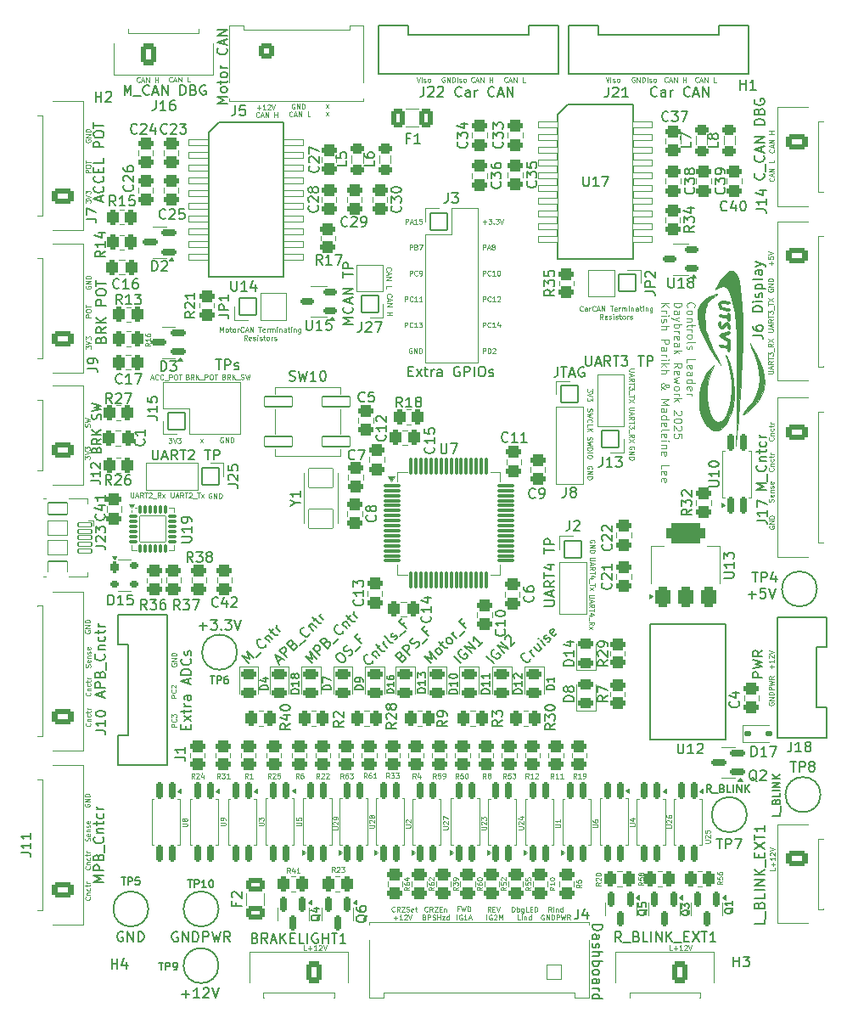
<source format=gto>
G04 #@! TF.GenerationSoftware,KiCad,Pcbnew,8.0.7*
G04 #@! TF.CreationDate,2025-01-18T17:23:32-06:00*
G04 #@! TF.ProjectId,Controls-Leader,436f6e74-726f-46c7-932d-4c6561646572,rev?*
G04 #@! TF.SameCoordinates,Original*
G04 #@! TF.FileFunction,Legend,Top*
G04 #@! TF.FilePolarity,Positive*
%FSLAX46Y46*%
G04 Gerber Fmt 4.6, Leading zero omitted, Abs format (unit mm)*
G04 Created by KiCad (PCBNEW 8.0.7) date 2025-01-18 17:23:32*
%MOMM*%
%LPD*%
G01*
G04 APERTURE LIST*
G04 Aperture macros list*
%AMRoundRect*
0 Rectangle with rounded corners*
0 $1 Rounding radius*
0 $2 $3 $4 $5 $6 $7 $8 $9 X,Y pos of 4 corners*
0 Add a 4 corners polygon primitive as box body*
4,1,4,$2,$3,$4,$5,$6,$7,$8,$9,$2,$3,0*
0 Add four circle primitives for the rounded corners*
1,1,$1+$1,$2,$3*
1,1,$1+$1,$4,$5*
1,1,$1+$1,$6,$7*
1,1,$1+$1,$8,$9*
0 Add four rect primitives between the rounded corners*
20,1,$1+$1,$2,$3,$4,$5,0*
20,1,$1+$1,$4,$5,$6,$7,0*
20,1,$1+$1,$6,$7,$8,$9,0*
20,1,$1+$1,$8,$9,$2,$3,0*%
G04 Aperture macros list end*
%ADD10C,0.125000*%
%ADD11C,0.150000*%
%ADD12C,0.120000*%
%ADD13C,0.010000*%
%ADD14C,1.372000*%
%ADD15RoundRect,0.267001X0.793999X-0.533999X0.793999X0.533999X-0.793999X0.533999X-0.793999X-0.533999X0*%
%ADD16O,2.122000X1.602000*%
%ADD17RoundRect,0.269250X-0.481750X0.269250X-0.481750X-0.269250X0.481750X-0.269250X0.481750X0.269250X0*%
%ADD18RoundRect,0.274878X0.476122X-0.288622X0.476122X0.288622X-0.476122X0.288622X-0.476122X-0.288622X0*%
%ADD19RoundRect,0.275500X-0.500500X0.275500X-0.500500X-0.275500X0.500500X-0.275500X0.500500X0.275500X0*%
%ADD20RoundRect,0.175500X0.175500X-0.700500X0.175500X0.700500X-0.175500X0.700500X-0.175500X-0.700500X0*%
%ADD21RoundRect,0.274878X-0.288622X-0.476122X0.288622X-0.476122X0.288622X0.476122X-0.288622X0.476122X0*%
%ADD22RoundRect,0.274878X-0.476122X0.288622X-0.476122X-0.288622X0.476122X-0.288622X0.476122X0.288622X0*%
%ADD23RoundRect,0.275500X-0.275500X-0.500500X0.275500X-0.500500X0.275500X0.500500X-0.275500X0.500500X0*%
%ADD24RoundRect,0.175500X-0.175500X0.700500X-0.175500X-0.700500X0.175500X-0.700500X0.175500X0.700500X0*%
%ADD25RoundRect,0.051000X-0.850000X-0.850000X0.850000X-0.850000X0.850000X0.850000X-0.850000X0.850000X0*%
%ADD26O,1.802000X1.802000*%
%ADD27RoundRect,0.051000X-0.850000X0.850000X-0.850000X-0.850000X0.850000X-0.850000X0.850000X0.850000X0*%
%ADD28RoundRect,0.175500X-0.175500X0.613000X-0.175500X-0.613000X0.175500X-0.613000X0.175500X0.613000X0*%
%ADD29RoundRect,0.244250X0.406750X-0.244250X0.406750X0.244250X-0.406750X0.244250X-0.406750X-0.244250X0*%
%ADD30RoundRect,0.051000X0.850000X0.850000X-0.850000X0.850000X-0.850000X-0.850000X0.850000X-0.850000X0*%
%ADD31RoundRect,0.274878X0.288622X0.476122X-0.288622X0.476122X-0.288622X-0.476122X0.288622X-0.476122X0*%
%ADD32RoundRect,0.275500X0.500500X-0.275500X0.500500X0.275500X-0.500500X0.275500X-0.500500X-0.275500X0*%
%ADD33C,1.802000*%
%ADD34RoundRect,0.051000X-1.375000X-0.500000X1.375000X-0.500000X1.375000X0.500000X-1.375000X0.500000X0*%
%ADD35C,2.902000*%
%ADD36C,3.102000*%
%ADD37RoundRect,0.175500X0.613000X0.175500X-0.613000X0.175500X-0.613000X-0.175500X0.613000X-0.175500X0*%
%ADD38RoundRect,0.200500X-0.200500X-0.350500X0.200500X-0.350500X0.200500X0.350500X-0.200500X0.350500X0*%
%ADD39RoundRect,0.175500X-0.225500X-0.175500X0.225500X-0.175500X0.225500X0.175500X-0.225500X0.175500X0*%
%ADD40RoundRect,0.269250X0.481750X-0.269250X0.481750X0.269250X-0.481750X0.269250X-0.481750X-0.269250X0*%
%ADD41RoundRect,0.051000X0.850000X-0.850000X0.850000X0.850000X-0.850000X0.850000X-0.850000X-0.850000X0*%
%ADD42RoundRect,0.051000X-0.975000X-0.300000X0.975000X-0.300000X0.975000X0.300000X-0.975000X0.300000X0*%
%ADD43RoundRect,0.400500X0.400500X-0.650500X0.400500X0.650500X-0.400500X0.650500X-0.400500X-0.650500X0*%
%ADD44RoundRect,0.525500X1.425500X-0.525500X1.425500X0.525500X-1.425500X0.525500X-1.425500X-0.525500X0*%
%ADD45RoundRect,0.270400X0.655600X-0.405600X0.655600X0.405600X-0.655600X0.405600X-0.655600X-0.405600X0*%
%ADD46RoundRect,0.270400X0.405600X0.655600X-0.405600X0.655600X-0.405600X-0.655600X0.405600X-0.655600X0*%
%ADD47RoundRect,0.267001X-0.793999X0.533999X-0.793999X-0.533999X0.793999X-0.533999X0.793999X0.533999X0*%
%ADD48C,1.122000*%
%ADD49RoundRect,0.267001X-0.533999X-0.533999X0.533999X-0.533999X0.533999X0.533999X-0.533999X0.533999X0*%
%ADD50C,1.602000*%
%ADD51RoundRect,0.175500X0.538000X0.175500X-0.538000X0.175500X-0.538000X-0.175500X0.538000X-0.175500X0*%
%ADD52RoundRect,0.275500X0.275500X0.500500X-0.275500X0.500500X-0.275500X-0.500500X0.275500X-0.500500X0*%
%ADD53RoundRect,0.051000X-0.675000X0.200000X-0.675000X-0.200000X0.675000X-0.200000X0.675000X0.200000X0*%
%ADD54O,2.002000X1.302000*%
%ADD55RoundRect,0.051000X-0.950000X0.600000X-0.950000X-0.600000X0.950000X-0.600000X0.950000X0.600000X0*%
%ADD56C,1.552000*%
%ADD57RoundRect,0.051000X-0.950000X0.750000X-0.950000X-0.750000X0.950000X-0.750000X0.950000X0.750000X0*%
%ADD58C,1.102000*%
%ADD59RoundRect,0.051000X0.750000X0.750000X-0.750000X0.750000X-0.750000X-0.750000X0.750000X-0.750000X0*%
%ADD60RoundRect,0.051000X1.200000X-0.950000X1.200000X0.950000X-1.200000X0.950000X-1.200000X-0.950000X0*%
%ADD61RoundRect,0.138000X-0.213000X-0.138000X0.213000X-0.138000X0.213000X0.138000X-0.213000X0.138000X0*%
%ADD62RoundRect,0.088000X-0.375500X-0.088000X0.375500X-0.088000X0.375500X0.088000X-0.375500X0.088000X0*%
%ADD63RoundRect,0.088000X-0.088000X-0.375500X0.088000X-0.375500X0.088000X0.375500X-0.088000X0.375500X0*%
%ADD64RoundRect,0.051000X-1.300000X-1.300000X1.300000X-1.300000X1.300000X1.300000X-1.300000X1.300000X0*%
%ADD65RoundRect,0.267001X0.533999X0.793999X-0.533999X0.793999X-0.533999X-0.793999X0.533999X-0.793999X0*%
%ADD66O,1.602000X2.122000*%
%ADD67RoundRect,0.100500X-0.725500X-0.100500X0.725500X-0.100500X0.725500X0.100500X-0.725500X0.100500X0*%
%ADD68RoundRect,0.100500X-0.100500X-0.725500X0.100500X-0.725500X0.100500X0.725500X-0.100500X0.725500X0*%
%ADD69RoundRect,0.267001X-0.533999X-0.793999X0.533999X-0.793999X0.533999X0.793999X-0.533999X0.793999X0*%
%ADD70O,1.902000X1.302000*%
G04 APERTURE END LIST*
D10*
X158124285Y-139764809D02*
X157957619Y-139526714D01*
X157838571Y-139764809D02*
X157838571Y-139264809D01*
X157838571Y-139264809D02*
X158029047Y-139264809D01*
X158029047Y-139264809D02*
X158076666Y-139288619D01*
X158076666Y-139288619D02*
X158100476Y-139312428D01*
X158100476Y-139312428D02*
X158124285Y-139360047D01*
X158124285Y-139360047D02*
X158124285Y-139431476D01*
X158124285Y-139431476D02*
X158100476Y-139479095D01*
X158100476Y-139479095D02*
X158076666Y-139502904D01*
X158076666Y-139502904D02*
X158029047Y-139526714D01*
X158029047Y-139526714D02*
X157838571Y-139526714D01*
X158338571Y-139502904D02*
X158505238Y-139502904D01*
X158576666Y-139764809D02*
X158338571Y-139764809D01*
X158338571Y-139764809D02*
X158338571Y-139264809D01*
X158338571Y-139264809D02*
X158576666Y-139264809D01*
X158719524Y-139264809D02*
X158886190Y-139764809D01*
X158886190Y-139764809D02*
X159052857Y-139264809D01*
X147772809Y-75835714D02*
X147749000Y-75811905D01*
X147749000Y-75811905D02*
X147725190Y-75740476D01*
X147725190Y-75740476D02*
X147725190Y-75692857D01*
X147725190Y-75692857D02*
X147749000Y-75621429D01*
X147749000Y-75621429D02*
X147796619Y-75573810D01*
X147796619Y-75573810D02*
X147844238Y-75550000D01*
X147844238Y-75550000D02*
X147939476Y-75526191D01*
X147939476Y-75526191D02*
X148010904Y-75526191D01*
X148010904Y-75526191D02*
X148106142Y-75550000D01*
X148106142Y-75550000D02*
X148153761Y-75573810D01*
X148153761Y-75573810D02*
X148201380Y-75621429D01*
X148201380Y-75621429D02*
X148225190Y-75692857D01*
X148225190Y-75692857D02*
X148225190Y-75740476D01*
X148225190Y-75740476D02*
X148201380Y-75811905D01*
X148201380Y-75811905D02*
X148177571Y-75835714D01*
X147868047Y-76026191D02*
X147868047Y-76264286D01*
X147725190Y-75978572D02*
X148225190Y-76145238D01*
X148225190Y-76145238D02*
X147725190Y-76311905D01*
X147725190Y-76478571D02*
X148225190Y-76478571D01*
X148225190Y-76478571D02*
X147725190Y-76764285D01*
X147725190Y-76764285D02*
X148225190Y-76764285D01*
X147725190Y-77621428D02*
X147725190Y-77383333D01*
X147725190Y-77383333D02*
X148225190Y-77383333D01*
X172496428Y-56573619D02*
X172448809Y-56549809D01*
X172448809Y-56549809D02*
X172377380Y-56549809D01*
X172377380Y-56549809D02*
X172305952Y-56573619D01*
X172305952Y-56573619D02*
X172258333Y-56621238D01*
X172258333Y-56621238D02*
X172234523Y-56668857D01*
X172234523Y-56668857D02*
X172210714Y-56764095D01*
X172210714Y-56764095D02*
X172210714Y-56835523D01*
X172210714Y-56835523D02*
X172234523Y-56930761D01*
X172234523Y-56930761D02*
X172258333Y-56978380D01*
X172258333Y-56978380D02*
X172305952Y-57026000D01*
X172305952Y-57026000D02*
X172377380Y-57049809D01*
X172377380Y-57049809D02*
X172424999Y-57049809D01*
X172424999Y-57049809D02*
X172496428Y-57026000D01*
X172496428Y-57026000D02*
X172520237Y-57002190D01*
X172520237Y-57002190D02*
X172520237Y-56835523D01*
X172520237Y-56835523D02*
X172424999Y-56835523D01*
X172734523Y-57049809D02*
X172734523Y-56549809D01*
X172734523Y-56549809D02*
X173020237Y-57049809D01*
X173020237Y-57049809D02*
X173020237Y-56549809D01*
X173258333Y-57049809D02*
X173258333Y-56549809D01*
X173258333Y-56549809D02*
X173377381Y-56549809D01*
X173377381Y-56549809D02*
X173448809Y-56573619D01*
X173448809Y-56573619D02*
X173496428Y-56621238D01*
X173496428Y-56621238D02*
X173520238Y-56668857D01*
X173520238Y-56668857D02*
X173544047Y-56764095D01*
X173544047Y-56764095D02*
X173544047Y-56835523D01*
X173544047Y-56835523D02*
X173520238Y-56930761D01*
X173520238Y-56930761D02*
X173496428Y-56978380D01*
X173496428Y-56978380D02*
X173448809Y-57026000D01*
X173448809Y-57026000D02*
X173377381Y-57049809D01*
X173377381Y-57049809D02*
X173258333Y-57049809D01*
X173758333Y-57049809D02*
X173758333Y-56549809D01*
X173972619Y-57026000D02*
X174020238Y-57049809D01*
X174020238Y-57049809D02*
X174115476Y-57049809D01*
X174115476Y-57049809D02*
X174163095Y-57026000D01*
X174163095Y-57026000D02*
X174186904Y-56978380D01*
X174186904Y-56978380D02*
X174186904Y-56954571D01*
X174186904Y-56954571D02*
X174163095Y-56906952D01*
X174163095Y-56906952D02*
X174115476Y-56883142D01*
X174115476Y-56883142D02*
X174044047Y-56883142D01*
X174044047Y-56883142D02*
X173996428Y-56859333D01*
X173996428Y-56859333D02*
X173972619Y-56811714D01*
X173972619Y-56811714D02*
X173972619Y-56787904D01*
X173972619Y-56787904D02*
X173996428Y-56740285D01*
X173996428Y-56740285D02*
X174044047Y-56716476D01*
X174044047Y-56716476D02*
X174115476Y-56716476D01*
X174115476Y-56716476D02*
X174163095Y-56740285D01*
X174472619Y-57049809D02*
X174425000Y-57026000D01*
X174425000Y-57026000D02*
X174401190Y-57002190D01*
X174401190Y-57002190D02*
X174377381Y-56954571D01*
X174377381Y-56954571D02*
X174377381Y-56811714D01*
X174377381Y-56811714D02*
X174401190Y-56764095D01*
X174401190Y-56764095D02*
X174425000Y-56740285D01*
X174425000Y-56740285D02*
X174472619Y-56716476D01*
X174472619Y-56716476D02*
X174544047Y-56716476D01*
X174544047Y-56716476D02*
X174591666Y-56740285D01*
X174591666Y-56740285D02*
X174615476Y-56764095D01*
X174615476Y-56764095D02*
X174639285Y-56811714D01*
X174639285Y-56811714D02*
X174639285Y-56954571D01*
X174639285Y-56954571D02*
X174615476Y-57002190D01*
X174615476Y-57002190D02*
X174591666Y-57026000D01*
X174591666Y-57026000D02*
X174544047Y-57049809D01*
X174544047Y-57049809D02*
X174472619Y-57049809D01*
D11*
X144404819Y-81197618D02*
X143404819Y-81197618D01*
X143404819Y-81197618D02*
X144119104Y-80864285D01*
X144119104Y-80864285D02*
X143404819Y-80530952D01*
X143404819Y-80530952D02*
X144404819Y-80530952D01*
X144309580Y-79483333D02*
X144357200Y-79530952D01*
X144357200Y-79530952D02*
X144404819Y-79673809D01*
X144404819Y-79673809D02*
X144404819Y-79769047D01*
X144404819Y-79769047D02*
X144357200Y-79911904D01*
X144357200Y-79911904D02*
X144261961Y-80007142D01*
X144261961Y-80007142D02*
X144166723Y-80054761D01*
X144166723Y-80054761D02*
X143976247Y-80102380D01*
X143976247Y-80102380D02*
X143833390Y-80102380D01*
X143833390Y-80102380D02*
X143642914Y-80054761D01*
X143642914Y-80054761D02*
X143547676Y-80007142D01*
X143547676Y-80007142D02*
X143452438Y-79911904D01*
X143452438Y-79911904D02*
X143404819Y-79769047D01*
X143404819Y-79769047D02*
X143404819Y-79673809D01*
X143404819Y-79673809D02*
X143452438Y-79530952D01*
X143452438Y-79530952D02*
X143500057Y-79483333D01*
X144119104Y-79102380D02*
X144119104Y-78626190D01*
X144404819Y-79197618D02*
X143404819Y-78864285D01*
X143404819Y-78864285D02*
X144404819Y-78530952D01*
X144404819Y-78197618D02*
X143404819Y-78197618D01*
X143404819Y-78197618D02*
X144404819Y-77626190D01*
X144404819Y-77626190D02*
X143404819Y-77626190D01*
X143404819Y-76530951D02*
X143404819Y-75959523D01*
X144404819Y-76245237D02*
X143404819Y-76245237D01*
X144404819Y-75626189D02*
X143404819Y-75626189D01*
X143404819Y-75626189D02*
X143404819Y-75245237D01*
X143404819Y-75245237D02*
X143452438Y-75149999D01*
X143452438Y-75149999D02*
X143500057Y-75102380D01*
X143500057Y-75102380D02*
X143595295Y-75054761D01*
X143595295Y-75054761D02*
X143738152Y-75054761D01*
X143738152Y-75054761D02*
X143833390Y-75102380D01*
X143833390Y-75102380D02*
X143881009Y-75149999D01*
X143881009Y-75149999D02*
X143928628Y-75245237D01*
X143928628Y-75245237D02*
X143928628Y-75626189D01*
D10*
X186134333Y-75292856D02*
X186134333Y-74911904D01*
X186324809Y-75102380D02*
X185943857Y-75102380D01*
X185824809Y-74435713D02*
X185824809Y-74673808D01*
X185824809Y-74673808D02*
X186062904Y-74697617D01*
X186062904Y-74697617D02*
X186039095Y-74673808D01*
X186039095Y-74673808D02*
X186015285Y-74626189D01*
X186015285Y-74626189D02*
X186015285Y-74507141D01*
X186015285Y-74507141D02*
X186039095Y-74459522D01*
X186039095Y-74459522D02*
X186062904Y-74435713D01*
X186062904Y-74435713D02*
X186110523Y-74411903D01*
X186110523Y-74411903D02*
X186229571Y-74411903D01*
X186229571Y-74411903D02*
X186277190Y-74435713D01*
X186277190Y-74435713D02*
X186301000Y-74459522D01*
X186301000Y-74459522D02*
X186324809Y-74507141D01*
X186324809Y-74507141D02*
X186324809Y-74626189D01*
X186324809Y-74626189D02*
X186301000Y-74673808D01*
X186301000Y-74673808D02*
X186277190Y-74697617D01*
X185824809Y-74269046D02*
X186324809Y-74102380D01*
X186324809Y-74102380D02*
X185824809Y-73935713D01*
X186184333Y-115530951D02*
X186184333Y-115149999D01*
X186374809Y-115340475D02*
X185993857Y-115340475D01*
X186374809Y-114649998D02*
X186374809Y-114935712D01*
X186374809Y-114792855D02*
X185874809Y-114792855D01*
X185874809Y-114792855D02*
X185946238Y-114840474D01*
X185946238Y-114840474D02*
X185993857Y-114888093D01*
X185993857Y-114888093D02*
X186017666Y-114935712D01*
X185922428Y-114459522D02*
X185898619Y-114435713D01*
X185898619Y-114435713D02*
X185874809Y-114388094D01*
X185874809Y-114388094D02*
X185874809Y-114269046D01*
X185874809Y-114269046D02*
X185898619Y-114221427D01*
X185898619Y-114221427D02*
X185922428Y-114197618D01*
X185922428Y-114197618D02*
X185970047Y-114173808D01*
X185970047Y-114173808D02*
X186017666Y-114173808D01*
X186017666Y-114173808D02*
X186089095Y-114197618D01*
X186089095Y-114197618D02*
X186374809Y-114483332D01*
X186374809Y-114483332D02*
X186374809Y-114173808D01*
X185874809Y-114030951D02*
X186374809Y-113864285D01*
X186374809Y-113864285D02*
X185874809Y-113697618D01*
X118214809Y-66093333D02*
X117714809Y-66093333D01*
X117714809Y-66093333D02*
X117714809Y-65902857D01*
X117714809Y-65902857D02*
X117738619Y-65855238D01*
X117738619Y-65855238D02*
X117762428Y-65831428D01*
X117762428Y-65831428D02*
X117810047Y-65807619D01*
X117810047Y-65807619D02*
X117881476Y-65807619D01*
X117881476Y-65807619D02*
X117929095Y-65831428D01*
X117929095Y-65831428D02*
X117952904Y-65855238D01*
X117952904Y-65855238D02*
X117976714Y-65902857D01*
X117976714Y-65902857D02*
X117976714Y-66093333D01*
X117714809Y-65498095D02*
X117714809Y-65402857D01*
X117714809Y-65402857D02*
X117738619Y-65355238D01*
X117738619Y-65355238D02*
X117786238Y-65307619D01*
X117786238Y-65307619D02*
X117881476Y-65283809D01*
X117881476Y-65283809D02*
X118048142Y-65283809D01*
X118048142Y-65283809D02*
X118143380Y-65307619D01*
X118143380Y-65307619D02*
X118191000Y-65355238D01*
X118191000Y-65355238D02*
X118214809Y-65402857D01*
X118214809Y-65402857D02*
X118214809Y-65498095D01*
X118214809Y-65498095D02*
X118191000Y-65545714D01*
X118191000Y-65545714D02*
X118143380Y-65593333D01*
X118143380Y-65593333D02*
X118048142Y-65617142D01*
X118048142Y-65617142D02*
X117881476Y-65617142D01*
X117881476Y-65617142D02*
X117786238Y-65593333D01*
X117786238Y-65593333D02*
X117738619Y-65545714D01*
X117738619Y-65545714D02*
X117714809Y-65498095D01*
X117714809Y-65140951D02*
X117714809Y-64855237D01*
X118214809Y-64998094D02*
X117714809Y-64998094D01*
X139754762Y-143599809D02*
X139516667Y-143599809D01*
X139516667Y-143599809D02*
X139516667Y-143099809D01*
X139921429Y-143409333D02*
X140302382Y-143409333D01*
X140111905Y-143599809D02*
X140111905Y-143218857D01*
X140802382Y-143599809D02*
X140516668Y-143599809D01*
X140659525Y-143599809D02*
X140659525Y-143099809D01*
X140659525Y-143099809D02*
X140611906Y-143171238D01*
X140611906Y-143171238D02*
X140564287Y-143218857D01*
X140564287Y-143218857D02*
X140516668Y-143242666D01*
X140992858Y-143147428D02*
X141016667Y-143123619D01*
X141016667Y-143123619D02*
X141064286Y-143099809D01*
X141064286Y-143099809D02*
X141183334Y-143099809D01*
X141183334Y-143099809D02*
X141230953Y-143123619D01*
X141230953Y-143123619D02*
X141254762Y-143147428D01*
X141254762Y-143147428D02*
X141278572Y-143195047D01*
X141278572Y-143195047D02*
X141278572Y-143242666D01*
X141278572Y-143242666D02*
X141254762Y-143314095D01*
X141254762Y-143314095D02*
X140969048Y-143599809D01*
X140969048Y-143599809D02*
X141278572Y-143599809D01*
X141421429Y-143099809D02*
X141588095Y-143599809D01*
X141588095Y-143599809D02*
X141754762Y-143099809D01*
D11*
X185654819Y-97740476D02*
X184654819Y-97740476D01*
X184654819Y-97740476D02*
X185369104Y-97407143D01*
X185369104Y-97407143D02*
X184654819Y-97073810D01*
X184654819Y-97073810D02*
X185654819Y-97073810D01*
X185750057Y-96835715D02*
X185750057Y-96073810D01*
X185559580Y-95264286D02*
X185607200Y-95311905D01*
X185607200Y-95311905D02*
X185654819Y-95454762D01*
X185654819Y-95454762D02*
X185654819Y-95550000D01*
X185654819Y-95550000D02*
X185607200Y-95692857D01*
X185607200Y-95692857D02*
X185511961Y-95788095D01*
X185511961Y-95788095D02*
X185416723Y-95835714D01*
X185416723Y-95835714D02*
X185226247Y-95883333D01*
X185226247Y-95883333D02*
X185083390Y-95883333D01*
X185083390Y-95883333D02*
X184892914Y-95835714D01*
X184892914Y-95835714D02*
X184797676Y-95788095D01*
X184797676Y-95788095D02*
X184702438Y-95692857D01*
X184702438Y-95692857D02*
X184654819Y-95550000D01*
X184654819Y-95550000D02*
X184654819Y-95454762D01*
X184654819Y-95454762D02*
X184702438Y-95311905D01*
X184702438Y-95311905D02*
X184750057Y-95264286D01*
X184988152Y-94835714D02*
X185654819Y-94835714D01*
X185083390Y-94835714D02*
X185035771Y-94788095D01*
X185035771Y-94788095D02*
X184988152Y-94692857D01*
X184988152Y-94692857D02*
X184988152Y-94550000D01*
X184988152Y-94550000D02*
X185035771Y-94454762D01*
X185035771Y-94454762D02*
X185131009Y-94407143D01*
X185131009Y-94407143D02*
X185654819Y-94407143D01*
X184988152Y-94073809D02*
X184988152Y-93692857D01*
X184654819Y-93930952D02*
X185511961Y-93930952D01*
X185511961Y-93930952D02*
X185607200Y-93883333D01*
X185607200Y-93883333D02*
X185654819Y-93788095D01*
X185654819Y-93788095D02*
X185654819Y-93692857D01*
X185607200Y-92930952D02*
X185654819Y-93026190D01*
X185654819Y-93026190D02*
X185654819Y-93216666D01*
X185654819Y-93216666D02*
X185607200Y-93311904D01*
X185607200Y-93311904D02*
X185559580Y-93359523D01*
X185559580Y-93359523D02*
X185464342Y-93407142D01*
X185464342Y-93407142D02*
X185178628Y-93407142D01*
X185178628Y-93407142D02*
X185083390Y-93359523D01*
X185083390Y-93359523D02*
X185035771Y-93311904D01*
X185035771Y-93311904D02*
X184988152Y-93216666D01*
X184988152Y-93216666D02*
X184988152Y-93026190D01*
X184988152Y-93026190D02*
X185035771Y-92930952D01*
X185654819Y-92502380D02*
X184988152Y-92502380D01*
X185178628Y-92502380D02*
X185083390Y-92454761D01*
X185083390Y-92454761D02*
X185035771Y-92407142D01*
X185035771Y-92407142D02*
X184988152Y-92311904D01*
X184988152Y-92311904D02*
X184988152Y-92216666D01*
D10*
X131138095Y-81972323D02*
X131138095Y-81472323D01*
X131138095Y-81472323D02*
X131304762Y-81829466D01*
X131304762Y-81829466D02*
X131471428Y-81472323D01*
X131471428Y-81472323D02*
X131471428Y-81972323D01*
X131780953Y-81972323D02*
X131733334Y-81948514D01*
X131733334Y-81948514D02*
X131709524Y-81924704D01*
X131709524Y-81924704D02*
X131685715Y-81877085D01*
X131685715Y-81877085D02*
X131685715Y-81734228D01*
X131685715Y-81734228D02*
X131709524Y-81686609D01*
X131709524Y-81686609D02*
X131733334Y-81662799D01*
X131733334Y-81662799D02*
X131780953Y-81638990D01*
X131780953Y-81638990D02*
X131852381Y-81638990D01*
X131852381Y-81638990D02*
X131900000Y-81662799D01*
X131900000Y-81662799D02*
X131923810Y-81686609D01*
X131923810Y-81686609D02*
X131947619Y-81734228D01*
X131947619Y-81734228D02*
X131947619Y-81877085D01*
X131947619Y-81877085D02*
X131923810Y-81924704D01*
X131923810Y-81924704D02*
X131900000Y-81948514D01*
X131900000Y-81948514D02*
X131852381Y-81972323D01*
X131852381Y-81972323D02*
X131780953Y-81972323D01*
X132090477Y-81638990D02*
X132280953Y-81638990D01*
X132161905Y-81472323D02*
X132161905Y-81900894D01*
X132161905Y-81900894D02*
X132185715Y-81948514D01*
X132185715Y-81948514D02*
X132233334Y-81972323D01*
X132233334Y-81972323D02*
X132280953Y-81972323D01*
X132519048Y-81972323D02*
X132471429Y-81948514D01*
X132471429Y-81948514D02*
X132447619Y-81924704D01*
X132447619Y-81924704D02*
X132423810Y-81877085D01*
X132423810Y-81877085D02*
X132423810Y-81734228D01*
X132423810Y-81734228D02*
X132447619Y-81686609D01*
X132447619Y-81686609D02*
X132471429Y-81662799D01*
X132471429Y-81662799D02*
X132519048Y-81638990D01*
X132519048Y-81638990D02*
X132590476Y-81638990D01*
X132590476Y-81638990D02*
X132638095Y-81662799D01*
X132638095Y-81662799D02*
X132661905Y-81686609D01*
X132661905Y-81686609D02*
X132685714Y-81734228D01*
X132685714Y-81734228D02*
X132685714Y-81877085D01*
X132685714Y-81877085D02*
X132661905Y-81924704D01*
X132661905Y-81924704D02*
X132638095Y-81948514D01*
X132638095Y-81948514D02*
X132590476Y-81972323D01*
X132590476Y-81972323D02*
X132519048Y-81972323D01*
X132900000Y-81972323D02*
X132900000Y-81638990D01*
X132900000Y-81734228D02*
X132923810Y-81686609D01*
X132923810Y-81686609D02*
X132947619Y-81662799D01*
X132947619Y-81662799D02*
X132995238Y-81638990D01*
X132995238Y-81638990D02*
X133042857Y-81638990D01*
X133495238Y-81924704D02*
X133471429Y-81948514D01*
X133471429Y-81948514D02*
X133400000Y-81972323D01*
X133400000Y-81972323D02*
X133352381Y-81972323D01*
X133352381Y-81972323D02*
X133280953Y-81948514D01*
X133280953Y-81948514D02*
X133233334Y-81900894D01*
X133233334Y-81900894D02*
X133209524Y-81853275D01*
X133209524Y-81853275D02*
X133185715Y-81758037D01*
X133185715Y-81758037D02*
X133185715Y-81686609D01*
X133185715Y-81686609D02*
X133209524Y-81591371D01*
X133209524Y-81591371D02*
X133233334Y-81543752D01*
X133233334Y-81543752D02*
X133280953Y-81496133D01*
X133280953Y-81496133D02*
X133352381Y-81472323D01*
X133352381Y-81472323D02*
X133400000Y-81472323D01*
X133400000Y-81472323D02*
X133471429Y-81496133D01*
X133471429Y-81496133D02*
X133495238Y-81519942D01*
X133685715Y-81829466D02*
X133923810Y-81829466D01*
X133638096Y-81972323D02*
X133804762Y-81472323D01*
X133804762Y-81472323D02*
X133971429Y-81972323D01*
X134138095Y-81972323D02*
X134138095Y-81472323D01*
X134138095Y-81472323D02*
X134423809Y-81972323D01*
X134423809Y-81972323D02*
X134423809Y-81472323D01*
X134971429Y-81472323D02*
X135257143Y-81472323D01*
X135114286Y-81972323D02*
X135114286Y-81472323D01*
X135614285Y-81948514D02*
X135566666Y-81972323D01*
X135566666Y-81972323D02*
X135471428Y-81972323D01*
X135471428Y-81972323D02*
X135423809Y-81948514D01*
X135423809Y-81948514D02*
X135400000Y-81900894D01*
X135400000Y-81900894D02*
X135400000Y-81710418D01*
X135400000Y-81710418D02*
X135423809Y-81662799D01*
X135423809Y-81662799D02*
X135471428Y-81638990D01*
X135471428Y-81638990D02*
X135566666Y-81638990D01*
X135566666Y-81638990D02*
X135614285Y-81662799D01*
X135614285Y-81662799D02*
X135638095Y-81710418D01*
X135638095Y-81710418D02*
X135638095Y-81758037D01*
X135638095Y-81758037D02*
X135400000Y-81805656D01*
X135852380Y-81972323D02*
X135852380Y-81638990D01*
X135852380Y-81734228D02*
X135876190Y-81686609D01*
X135876190Y-81686609D02*
X135899999Y-81662799D01*
X135899999Y-81662799D02*
X135947618Y-81638990D01*
X135947618Y-81638990D02*
X135995237Y-81638990D01*
X136161904Y-81972323D02*
X136161904Y-81638990D01*
X136161904Y-81686609D02*
X136185714Y-81662799D01*
X136185714Y-81662799D02*
X136233333Y-81638990D01*
X136233333Y-81638990D02*
X136304761Y-81638990D01*
X136304761Y-81638990D02*
X136352380Y-81662799D01*
X136352380Y-81662799D02*
X136376190Y-81710418D01*
X136376190Y-81710418D02*
X136376190Y-81972323D01*
X136376190Y-81710418D02*
X136399999Y-81662799D01*
X136399999Y-81662799D02*
X136447618Y-81638990D01*
X136447618Y-81638990D02*
X136519047Y-81638990D01*
X136519047Y-81638990D02*
X136566666Y-81662799D01*
X136566666Y-81662799D02*
X136590476Y-81710418D01*
X136590476Y-81710418D02*
X136590476Y-81972323D01*
X136828571Y-81972323D02*
X136828571Y-81638990D01*
X136828571Y-81472323D02*
X136804762Y-81496133D01*
X136804762Y-81496133D02*
X136828571Y-81519942D01*
X136828571Y-81519942D02*
X136852381Y-81496133D01*
X136852381Y-81496133D02*
X136828571Y-81472323D01*
X136828571Y-81472323D02*
X136828571Y-81519942D01*
X137066666Y-81638990D02*
X137066666Y-81972323D01*
X137066666Y-81686609D02*
X137090476Y-81662799D01*
X137090476Y-81662799D02*
X137138095Y-81638990D01*
X137138095Y-81638990D02*
X137209523Y-81638990D01*
X137209523Y-81638990D02*
X137257142Y-81662799D01*
X137257142Y-81662799D02*
X137280952Y-81710418D01*
X137280952Y-81710418D02*
X137280952Y-81972323D01*
X137733333Y-81972323D02*
X137733333Y-81710418D01*
X137733333Y-81710418D02*
X137709523Y-81662799D01*
X137709523Y-81662799D02*
X137661904Y-81638990D01*
X137661904Y-81638990D02*
X137566666Y-81638990D01*
X137566666Y-81638990D02*
X137519047Y-81662799D01*
X137733333Y-81948514D02*
X137685714Y-81972323D01*
X137685714Y-81972323D02*
X137566666Y-81972323D01*
X137566666Y-81972323D02*
X137519047Y-81948514D01*
X137519047Y-81948514D02*
X137495238Y-81900894D01*
X137495238Y-81900894D02*
X137495238Y-81853275D01*
X137495238Y-81853275D02*
X137519047Y-81805656D01*
X137519047Y-81805656D02*
X137566666Y-81781847D01*
X137566666Y-81781847D02*
X137685714Y-81781847D01*
X137685714Y-81781847D02*
X137733333Y-81758037D01*
X137900000Y-81638990D02*
X138090476Y-81638990D01*
X137971428Y-81472323D02*
X137971428Y-81900894D01*
X137971428Y-81900894D02*
X137995238Y-81948514D01*
X137995238Y-81948514D02*
X138042857Y-81972323D01*
X138042857Y-81972323D02*
X138090476Y-81972323D01*
X138257142Y-81972323D02*
X138257142Y-81638990D01*
X138257142Y-81472323D02*
X138233333Y-81496133D01*
X138233333Y-81496133D02*
X138257142Y-81519942D01*
X138257142Y-81519942D02*
X138280952Y-81496133D01*
X138280952Y-81496133D02*
X138257142Y-81472323D01*
X138257142Y-81472323D02*
X138257142Y-81519942D01*
X138495237Y-81638990D02*
X138495237Y-81972323D01*
X138495237Y-81686609D02*
X138519047Y-81662799D01*
X138519047Y-81662799D02*
X138566666Y-81638990D01*
X138566666Y-81638990D02*
X138638094Y-81638990D01*
X138638094Y-81638990D02*
X138685713Y-81662799D01*
X138685713Y-81662799D02*
X138709523Y-81710418D01*
X138709523Y-81710418D02*
X138709523Y-81972323D01*
X139161904Y-81638990D02*
X139161904Y-82043752D01*
X139161904Y-82043752D02*
X139138094Y-82091371D01*
X139138094Y-82091371D02*
X139114285Y-82115180D01*
X139114285Y-82115180D02*
X139066666Y-82138990D01*
X139066666Y-82138990D02*
X138995237Y-82138990D01*
X138995237Y-82138990D02*
X138947618Y-82115180D01*
X139161904Y-81948514D02*
X139114285Y-81972323D01*
X139114285Y-81972323D02*
X139019047Y-81972323D01*
X139019047Y-81972323D02*
X138971428Y-81948514D01*
X138971428Y-81948514D02*
X138947618Y-81924704D01*
X138947618Y-81924704D02*
X138923809Y-81877085D01*
X138923809Y-81877085D02*
X138923809Y-81734228D01*
X138923809Y-81734228D02*
X138947618Y-81686609D01*
X138947618Y-81686609D02*
X138971428Y-81662799D01*
X138971428Y-81662799D02*
X139019047Y-81638990D01*
X139019047Y-81638990D02*
X139114285Y-81638990D01*
X139114285Y-81638990D02*
X139161904Y-81662799D01*
X133840476Y-82777295D02*
X133673810Y-82539200D01*
X133554762Y-82777295D02*
X133554762Y-82277295D01*
X133554762Y-82277295D02*
X133745238Y-82277295D01*
X133745238Y-82277295D02*
X133792857Y-82301105D01*
X133792857Y-82301105D02*
X133816667Y-82324914D01*
X133816667Y-82324914D02*
X133840476Y-82372533D01*
X133840476Y-82372533D02*
X133840476Y-82443962D01*
X133840476Y-82443962D02*
X133816667Y-82491581D01*
X133816667Y-82491581D02*
X133792857Y-82515390D01*
X133792857Y-82515390D02*
X133745238Y-82539200D01*
X133745238Y-82539200D02*
X133554762Y-82539200D01*
X134245238Y-82753486D02*
X134197619Y-82777295D01*
X134197619Y-82777295D02*
X134102381Y-82777295D01*
X134102381Y-82777295D02*
X134054762Y-82753486D01*
X134054762Y-82753486D02*
X134030953Y-82705866D01*
X134030953Y-82705866D02*
X134030953Y-82515390D01*
X134030953Y-82515390D02*
X134054762Y-82467771D01*
X134054762Y-82467771D02*
X134102381Y-82443962D01*
X134102381Y-82443962D02*
X134197619Y-82443962D01*
X134197619Y-82443962D02*
X134245238Y-82467771D01*
X134245238Y-82467771D02*
X134269048Y-82515390D01*
X134269048Y-82515390D02*
X134269048Y-82563009D01*
X134269048Y-82563009D02*
X134030953Y-82610628D01*
X134459524Y-82753486D02*
X134507143Y-82777295D01*
X134507143Y-82777295D02*
X134602381Y-82777295D01*
X134602381Y-82777295D02*
X134650000Y-82753486D01*
X134650000Y-82753486D02*
X134673809Y-82705866D01*
X134673809Y-82705866D02*
X134673809Y-82682057D01*
X134673809Y-82682057D02*
X134650000Y-82634438D01*
X134650000Y-82634438D02*
X134602381Y-82610628D01*
X134602381Y-82610628D02*
X134530952Y-82610628D01*
X134530952Y-82610628D02*
X134483333Y-82586819D01*
X134483333Y-82586819D02*
X134459524Y-82539200D01*
X134459524Y-82539200D02*
X134459524Y-82515390D01*
X134459524Y-82515390D02*
X134483333Y-82467771D01*
X134483333Y-82467771D02*
X134530952Y-82443962D01*
X134530952Y-82443962D02*
X134602381Y-82443962D01*
X134602381Y-82443962D02*
X134650000Y-82467771D01*
X134888095Y-82777295D02*
X134888095Y-82443962D01*
X134888095Y-82277295D02*
X134864286Y-82301105D01*
X134864286Y-82301105D02*
X134888095Y-82324914D01*
X134888095Y-82324914D02*
X134911905Y-82301105D01*
X134911905Y-82301105D02*
X134888095Y-82277295D01*
X134888095Y-82277295D02*
X134888095Y-82324914D01*
X135102381Y-82753486D02*
X135150000Y-82777295D01*
X135150000Y-82777295D02*
X135245238Y-82777295D01*
X135245238Y-82777295D02*
X135292857Y-82753486D01*
X135292857Y-82753486D02*
X135316666Y-82705866D01*
X135316666Y-82705866D02*
X135316666Y-82682057D01*
X135316666Y-82682057D02*
X135292857Y-82634438D01*
X135292857Y-82634438D02*
X135245238Y-82610628D01*
X135245238Y-82610628D02*
X135173809Y-82610628D01*
X135173809Y-82610628D02*
X135126190Y-82586819D01*
X135126190Y-82586819D02*
X135102381Y-82539200D01*
X135102381Y-82539200D02*
X135102381Y-82515390D01*
X135102381Y-82515390D02*
X135126190Y-82467771D01*
X135126190Y-82467771D02*
X135173809Y-82443962D01*
X135173809Y-82443962D02*
X135245238Y-82443962D01*
X135245238Y-82443962D02*
X135292857Y-82467771D01*
X135459524Y-82443962D02*
X135650000Y-82443962D01*
X135530952Y-82277295D02*
X135530952Y-82705866D01*
X135530952Y-82705866D02*
X135554762Y-82753486D01*
X135554762Y-82753486D02*
X135602381Y-82777295D01*
X135602381Y-82777295D02*
X135650000Y-82777295D01*
X135888095Y-82777295D02*
X135840476Y-82753486D01*
X135840476Y-82753486D02*
X135816666Y-82729676D01*
X135816666Y-82729676D02*
X135792857Y-82682057D01*
X135792857Y-82682057D02*
X135792857Y-82539200D01*
X135792857Y-82539200D02*
X135816666Y-82491581D01*
X135816666Y-82491581D02*
X135840476Y-82467771D01*
X135840476Y-82467771D02*
X135888095Y-82443962D01*
X135888095Y-82443962D02*
X135959523Y-82443962D01*
X135959523Y-82443962D02*
X136007142Y-82467771D01*
X136007142Y-82467771D02*
X136030952Y-82491581D01*
X136030952Y-82491581D02*
X136054761Y-82539200D01*
X136054761Y-82539200D02*
X136054761Y-82682057D01*
X136054761Y-82682057D02*
X136030952Y-82729676D01*
X136030952Y-82729676D02*
X136007142Y-82753486D01*
X136007142Y-82753486D02*
X135959523Y-82777295D01*
X135959523Y-82777295D02*
X135888095Y-82777295D01*
X136269047Y-82777295D02*
X136269047Y-82443962D01*
X136269047Y-82539200D02*
X136292857Y-82491581D01*
X136292857Y-82491581D02*
X136316666Y-82467771D01*
X136316666Y-82467771D02*
X136364285Y-82443962D01*
X136364285Y-82443962D02*
X136411904Y-82443962D01*
X136554762Y-82753486D02*
X136602381Y-82777295D01*
X136602381Y-82777295D02*
X136697619Y-82777295D01*
X136697619Y-82777295D02*
X136745238Y-82753486D01*
X136745238Y-82753486D02*
X136769047Y-82705866D01*
X136769047Y-82705866D02*
X136769047Y-82682057D01*
X136769047Y-82682057D02*
X136745238Y-82634438D01*
X136745238Y-82634438D02*
X136697619Y-82610628D01*
X136697619Y-82610628D02*
X136626190Y-82610628D01*
X136626190Y-82610628D02*
X136578571Y-82586819D01*
X136578571Y-82586819D02*
X136554762Y-82539200D01*
X136554762Y-82539200D02*
X136554762Y-82515390D01*
X136554762Y-82515390D02*
X136578571Y-82467771D01*
X136578571Y-82467771D02*
X136626190Y-82443962D01*
X136626190Y-82443962D02*
X136697619Y-82443962D01*
X136697619Y-82443962D02*
X136745238Y-82467771D01*
X186387190Y-63773809D02*
X186411000Y-63797618D01*
X186411000Y-63797618D02*
X186434809Y-63869047D01*
X186434809Y-63869047D02*
X186434809Y-63916666D01*
X186434809Y-63916666D02*
X186411000Y-63988094D01*
X186411000Y-63988094D02*
X186363380Y-64035713D01*
X186363380Y-64035713D02*
X186315761Y-64059523D01*
X186315761Y-64059523D02*
X186220523Y-64083332D01*
X186220523Y-64083332D02*
X186149095Y-64083332D01*
X186149095Y-64083332D02*
X186053857Y-64059523D01*
X186053857Y-64059523D02*
X186006238Y-64035713D01*
X186006238Y-64035713D02*
X185958619Y-63988094D01*
X185958619Y-63988094D02*
X185934809Y-63916666D01*
X185934809Y-63916666D02*
X185934809Y-63869047D01*
X185934809Y-63869047D02*
X185958619Y-63797618D01*
X185958619Y-63797618D02*
X185982428Y-63773809D01*
X186291952Y-63583332D02*
X186291952Y-63345237D01*
X186434809Y-63630951D02*
X185934809Y-63464285D01*
X185934809Y-63464285D02*
X186434809Y-63297618D01*
X186434809Y-63130952D02*
X185934809Y-63130952D01*
X185934809Y-63130952D02*
X186434809Y-62845238D01*
X186434809Y-62845238D02*
X185934809Y-62845238D01*
X186434809Y-62226190D02*
X185934809Y-62226190D01*
X186172904Y-62226190D02*
X186172904Y-61940476D01*
X186434809Y-61940476D02*
X185934809Y-61940476D01*
X138569047Y-59248619D02*
X138521428Y-59224809D01*
X138521428Y-59224809D02*
X138449999Y-59224809D01*
X138449999Y-59224809D02*
X138378571Y-59248619D01*
X138378571Y-59248619D02*
X138330952Y-59296238D01*
X138330952Y-59296238D02*
X138307142Y-59343857D01*
X138307142Y-59343857D02*
X138283333Y-59439095D01*
X138283333Y-59439095D02*
X138283333Y-59510523D01*
X138283333Y-59510523D02*
X138307142Y-59605761D01*
X138307142Y-59605761D02*
X138330952Y-59653380D01*
X138330952Y-59653380D02*
X138378571Y-59701000D01*
X138378571Y-59701000D02*
X138449999Y-59724809D01*
X138449999Y-59724809D02*
X138497618Y-59724809D01*
X138497618Y-59724809D02*
X138569047Y-59701000D01*
X138569047Y-59701000D02*
X138592856Y-59677190D01*
X138592856Y-59677190D02*
X138592856Y-59510523D01*
X138592856Y-59510523D02*
X138497618Y-59510523D01*
X138807142Y-59724809D02*
X138807142Y-59224809D01*
X138807142Y-59224809D02*
X139092856Y-59724809D01*
X139092856Y-59724809D02*
X139092856Y-59224809D01*
X139330952Y-59724809D02*
X139330952Y-59224809D01*
X139330952Y-59224809D02*
X139450000Y-59224809D01*
X139450000Y-59224809D02*
X139521428Y-59248619D01*
X139521428Y-59248619D02*
X139569047Y-59296238D01*
X139569047Y-59296238D02*
X139592857Y-59343857D01*
X139592857Y-59343857D02*
X139616666Y-59439095D01*
X139616666Y-59439095D02*
X139616666Y-59510523D01*
X139616666Y-59510523D02*
X139592857Y-59605761D01*
X139592857Y-59605761D02*
X139569047Y-59653380D01*
X139569047Y-59653380D02*
X139521428Y-59701000D01*
X139521428Y-59701000D02*
X139450000Y-59724809D01*
X139450000Y-59724809D02*
X139330952Y-59724809D01*
X126231283Y-97982309D02*
X126231283Y-98387071D01*
X126231283Y-98387071D02*
X126255093Y-98434690D01*
X126255093Y-98434690D02*
X126278902Y-98458500D01*
X126278902Y-98458500D02*
X126326521Y-98482309D01*
X126326521Y-98482309D02*
X126421759Y-98482309D01*
X126421759Y-98482309D02*
X126469378Y-98458500D01*
X126469378Y-98458500D02*
X126493188Y-98434690D01*
X126493188Y-98434690D02*
X126516997Y-98387071D01*
X126516997Y-98387071D02*
X126516997Y-97982309D01*
X126731284Y-98339452D02*
X126969379Y-98339452D01*
X126683665Y-98482309D02*
X126850331Y-97982309D01*
X126850331Y-97982309D02*
X127016998Y-98482309D01*
X127469378Y-98482309D02*
X127302712Y-98244214D01*
X127183664Y-98482309D02*
X127183664Y-97982309D01*
X127183664Y-97982309D02*
X127374140Y-97982309D01*
X127374140Y-97982309D02*
X127421759Y-98006119D01*
X127421759Y-98006119D02*
X127445569Y-98029928D01*
X127445569Y-98029928D02*
X127469378Y-98077547D01*
X127469378Y-98077547D02*
X127469378Y-98148976D01*
X127469378Y-98148976D02*
X127445569Y-98196595D01*
X127445569Y-98196595D02*
X127421759Y-98220404D01*
X127421759Y-98220404D02*
X127374140Y-98244214D01*
X127374140Y-98244214D02*
X127183664Y-98244214D01*
X127612236Y-97982309D02*
X127897950Y-97982309D01*
X127755093Y-98482309D02*
X127755093Y-97982309D01*
X128040807Y-98029928D02*
X128064616Y-98006119D01*
X128064616Y-98006119D02*
X128112235Y-97982309D01*
X128112235Y-97982309D02*
X128231283Y-97982309D01*
X128231283Y-97982309D02*
X128278902Y-98006119D01*
X128278902Y-98006119D02*
X128302711Y-98029928D01*
X128302711Y-98029928D02*
X128326521Y-98077547D01*
X128326521Y-98077547D02*
X128326521Y-98125166D01*
X128326521Y-98125166D02*
X128302711Y-98196595D01*
X128302711Y-98196595D02*
X128016997Y-98482309D01*
X128016997Y-98482309D02*
X128326521Y-98482309D01*
X128421759Y-98529928D02*
X128802711Y-98529928D01*
X128850330Y-97982309D02*
X129136044Y-97982309D01*
X128993187Y-98482309D02*
X128993187Y-97982309D01*
X129255091Y-98482309D02*
X129516996Y-98148976D01*
X129255091Y-98148976D02*
X129516996Y-98482309D01*
X157351283Y-81502309D02*
X157351283Y-81002309D01*
X157351283Y-81002309D02*
X157541759Y-81002309D01*
X157541759Y-81002309D02*
X157589378Y-81026119D01*
X157589378Y-81026119D02*
X157613188Y-81049928D01*
X157613188Y-81049928D02*
X157636997Y-81097547D01*
X157636997Y-81097547D02*
X157636997Y-81168976D01*
X157636997Y-81168976D02*
X157613188Y-81216595D01*
X157613188Y-81216595D02*
X157589378Y-81240404D01*
X157589378Y-81240404D02*
X157541759Y-81264214D01*
X157541759Y-81264214D02*
X157351283Y-81264214D01*
X158136997Y-81454690D02*
X158113188Y-81478500D01*
X158113188Y-81478500D02*
X158041759Y-81502309D01*
X158041759Y-81502309D02*
X157994140Y-81502309D01*
X157994140Y-81502309D02*
X157922712Y-81478500D01*
X157922712Y-81478500D02*
X157875093Y-81430880D01*
X157875093Y-81430880D02*
X157851283Y-81383261D01*
X157851283Y-81383261D02*
X157827474Y-81288023D01*
X157827474Y-81288023D02*
X157827474Y-81216595D01*
X157827474Y-81216595D02*
X157851283Y-81121357D01*
X157851283Y-81121357D02*
X157875093Y-81073738D01*
X157875093Y-81073738D02*
X157922712Y-81026119D01*
X157922712Y-81026119D02*
X157994140Y-81002309D01*
X157994140Y-81002309D02*
X158041759Y-81002309D01*
X158041759Y-81002309D02*
X158113188Y-81026119D01*
X158113188Y-81026119D02*
X158136997Y-81049928D01*
X158613188Y-81502309D02*
X158327474Y-81502309D01*
X158470331Y-81502309D02*
X158470331Y-81002309D01*
X158470331Y-81002309D02*
X158422712Y-81073738D01*
X158422712Y-81073738D02*
X158375093Y-81121357D01*
X158375093Y-81121357D02*
X158327474Y-81145166D01*
X159041759Y-81168976D02*
X159041759Y-81502309D01*
X158922711Y-80978500D02*
X158803664Y-81335642D01*
X158803664Y-81335642D02*
X159113187Y-81335642D01*
X135036190Y-60497190D02*
X135012381Y-60521000D01*
X135012381Y-60521000D02*
X134940952Y-60544809D01*
X134940952Y-60544809D02*
X134893333Y-60544809D01*
X134893333Y-60544809D02*
X134821905Y-60521000D01*
X134821905Y-60521000D02*
X134774286Y-60473380D01*
X134774286Y-60473380D02*
X134750476Y-60425761D01*
X134750476Y-60425761D02*
X134726667Y-60330523D01*
X134726667Y-60330523D02*
X134726667Y-60259095D01*
X134726667Y-60259095D02*
X134750476Y-60163857D01*
X134750476Y-60163857D02*
X134774286Y-60116238D01*
X134774286Y-60116238D02*
X134821905Y-60068619D01*
X134821905Y-60068619D02*
X134893333Y-60044809D01*
X134893333Y-60044809D02*
X134940952Y-60044809D01*
X134940952Y-60044809D02*
X135012381Y-60068619D01*
X135012381Y-60068619D02*
X135036190Y-60092428D01*
X135226667Y-60401952D02*
X135464762Y-60401952D01*
X135179048Y-60544809D02*
X135345714Y-60044809D01*
X135345714Y-60044809D02*
X135512381Y-60544809D01*
X135679047Y-60544809D02*
X135679047Y-60044809D01*
X135679047Y-60044809D02*
X135964761Y-60544809D01*
X135964761Y-60544809D02*
X135964761Y-60044809D01*
X136583809Y-60544809D02*
X136583809Y-60044809D01*
X136583809Y-60282904D02*
X136869523Y-60282904D01*
X136869523Y-60544809D02*
X136869523Y-60044809D01*
D11*
X119251009Y-82734285D02*
X119298628Y-82591428D01*
X119298628Y-82591428D02*
X119346247Y-82543809D01*
X119346247Y-82543809D02*
X119441485Y-82496190D01*
X119441485Y-82496190D02*
X119584342Y-82496190D01*
X119584342Y-82496190D02*
X119679580Y-82543809D01*
X119679580Y-82543809D02*
X119727200Y-82591428D01*
X119727200Y-82591428D02*
X119774819Y-82686666D01*
X119774819Y-82686666D02*
X119774819Y-83067618D01*
X119774819Y-83067618D02*
X118774819Y-83067618D01*
X118774819Y-83067618D02*
X118774819Y-82734285D01*
X118774819Y-82734285D02*
X118822438Y-82639047D01*
X118822438Y-82639047D02*
X118870057Y-82591428D01*
X118870057Y-82591428D02*
X118965295Y-82543809D01*
X118965295Y-82543809D02*
X119060533Y-82543809D01*
X119060533Y-82543809D02*
X119155771Y-82591428D01*
X119155771Y-82591428D02*
X119203390Y-82639047D01*
X119203390Y-82639047D02*
X119251009Y-82734285D01*
X119251009Y-82734285D02*
X119251009Y-83067618D01*
X119774819Y-81496190D02*
X119298628Y-81829523D01*
X119774819Y-82067618D02*
X118774819Y-82067618D01*
X118774819Y-82067618D02*
X118774819Y-81686666D01*
X118774819Y-81686666D02*
X118822438Y-81591428D01*
X118822438Y-81591428D02*
X118870057Y-81543809D01*
X118870057Y-81543809D02*
X118965295Y-81496190D01*
X118965295Y-81496190D02*
X119108152Y-81496190D01*
X119108152Y-81496190D02*
X119203390Y-81543809D01*
X119203390Y-81543809D02*
X119251009Y-81591428D01*
X119251009Y-81591428D02*
X119298628Y-81686666D01*
X119298628Y-81686666D02*
X119298628Y-82067618D01*
X119774819Y-81067618D02*
X118774819Y-81067618D01*
X119774819Y-80496190D02*
X119203390Y-80924761D01*
X118774819Y-80496190D02*
X119346247Y-81067618D01*
X119774819Y-79305713D02*
X118774819Y-79305713D01*
X118774819Y-79305713D02*
X118774819Y-78924761D01*
X118774819Y-78924761D02*
X118822438Y-78829523D01*
X118822438Y-78829523D02*
X118870057Y-78781904D01*
X118870057Y-78781904D02*
X118965295Y-78734285D01*
X118965295Y-78734285D02*
X119108152Y-78734285D01*
X119108152Y-78734285D02*
X119203390Y-78781904D01*
X119203390Y-78781904D02*
X119251009Y-78829523D01*
X119251009Y-78829523D02*
X119298628Y-78924761D01*
X119298628Y-78924761D02*
X119298628Y-79305713D01*
X118774819Y-78115237D02*
X118774819Y-77924761D01*
X118774819Y-77924761D02*
X118822438Y-77829523D01*
X118822438Y-77829523D02*
X118917676Y-77734285D01*
X118917676Y-77734285D02*
X119108152Y-77686666D01*
X119108152Y-77686666D02*
X119441485Y-77686666D01*
X119441485Y-77686666D02*
X119631961Y-77734285D01*
X119631961Y-77734285D02*
X119727200Y-77829523D01*
X119727200Y-77829523D02*
X119774819Y-77924761D01*
X119774819Y-77924761D02*
X119774819Y-78115237D01*
X119774819Y-78115237D02*
X119727200Y-78210475D01*
X119727200Y-78210475D02*
X119631961Y-78305713D01*
X119631961Y-78305713D02*
X119441485Y-78353332D01*
X119441485Y-78353332D02*
X119108152Y-78353332D01*
X119108152Y-78353332D02*
X118917676Y-78305713D01*
X118917676Y-78305713D02*
X118822438Y-78210475D01*
X118822438Y-78210475D02*
X118774819Y-78115237D01*
X118774819Y-77400951D02*
X118774819Y-76829523D01*
X119774819Y-77115237D02*
X118774819Y-77115237D01*
D10*
X134819048Y-59594333D02*
X135200001Y-59594333D01*
X135009524Y-59784809D02*
X135009524Y-59403857D01*
X135700001Y-59784809D02*
X135414287Y-59784809D01*
X135557144Y-59784809D02*
X135557144Y-59284809D01*
X135557144Y-59284809D02*
X135509525Y-59356238D01*
X135509525Y-59356238D02*
X135461906Y-59403857D01*
X135461906Y-59403857D02*
X135414287Y-59427666D01*
X135890477Y-59332428D02*
X135914286Y-59308619D01*
X135914286Y-59308619D02*
X135961905Y-59284809D01*
X135961905Y-59284809D02*
X136080953Y-59284809D01*
X136080953Y-59284809D02*
X136128572Y-59308619D01*
X136128572Y-59308619D02*
X136152381Y-59332428D01*
X136152381Y-59332428D02*
X136176191Y-59380047D01*
X136176191Y-59380047D02*
X136176191Y-59427666D01*
X136176191Y-59427666D02*
X136152381Y-59499095D01*
X136152381Y-59499095D02*
X135866667Y-59784809D01*
X135866667Y-59784809D02*
X136176191Y-59784809D01*
X136319048Y-59284809D02*
X136485714Y-59784809D01*
X136485714Y-59784809D02*
X136652381Y-59284809D01*
D11*
X119384104Y-118335839D02*
X119384104Y-117859649D01*
X119669819Y-118431077D02*
X118669819Y-118097744D01*
X118669819Y-118097744D02*
X119669819Y-117764411D01*
X119669819Y-117431077D02*
X118669819Y-117431077D01*
X118669819Y-117431077D02*
X118669819Y-117050125D01*
X118669819Y-117050125D02*
X118717438Y-116954887D01*
X118717438Y-116954887D02*
X118765057Y-116907268D01*
X118765057Y-116907268D02*
X118860295Y-116859649D01*
X118860295Y-116859649D02*
X119003152Y-116859649D01*
X119003152Y-116859649D02*
X119098390Y-116907268D01*
X119098390Y-116907268D02*
X119146009Y-116954887D01*
X119146009Y-116954887D02*
X119193628Y-117050125D01*
X119193628Y-117050125D02*
X119193628Y-117431077D01*
X119146009Y-116097744D02*
X119193628Y-115954887D01*
X119193628Y-115954887D02*
X119241247Y-115907268D01*
X119241247Y-115907268D02*
X119336485Y-115859649D01*
X119336485Y-115859649D02*
X119479342Y-115859649D01*
X119479342Y-115859649D02*
X119574580Y-115907268D01*
X119574580Y-115907268D02*
X119622200Y-115954887D01*
X119622200Y-115954887D02*
X119669819Y-116050125D01*
X119669819Y-116050125D02*
X119669819Y-116431077D01*
X119669819Y-116431077D02*
X118669819Y-116431077D01*
X118669819Y-116431077D02*
X118669819Y-116097744D01*
X118669819Y-116097744D02*
X118717438Y-116002506D01*
X118717438Y-116002506D02*
X118765057Y-115954887D01*
X118765057Y-115954887D02*
X118860295Y-115907268D01*
X118860295Y-115907268D02*
X118955533Y-115907268D01*
X118955533Y-115907268D02*
X119050771Y-115954887D01*
X119050771Y-115954887D02*
X119098390Y-116002506D01*
X119098390Y-116002506D02*
X119146009Y-116097744D01*
X119146009Y-116097744D02*
X119146009Y-116431077D01*
X119765057Y-115669173D02*
X119765057Y-114907268D01*
X119574580Y-114097744D02*
X119622200Y-114145363D01*
X119622200Y-114145363D02*
X119669819Y-114288220D01*
X119669819Y-114288220D02*
X119669819Y-114383458D01*
X119669819Y-114383458D02*
X119622200Y-114526315D01*
X119622200Y-114526315D02*
X119526961Y-114621553D01*
X119526961Y-114621553D02*
X119431723Y-114669172D01*
X119431723Y-114669172D02*
X119241247Y-114716791D01*
X119241247Y-114716791D02*
X119098390Y-114716791D01*
X119098390Y-114716791D02*
X118907914Y-114669172D01*
X118907914Y-114669172D02*
X118812676Y-114621553D01*
X118812676Y-114621553D02*
X118717438Y-114526315D01*
X118717438Y-114526315D02*
X118669819Y-114383458D01*
X118669819Y-114383458D02*
X118669819Y-114288220D01*
X118669819Y-114288220D02*
X118717438Y-114145363D01*
X118717438Y-114145363D02*
X118765057Y-114097744D01*
X119003152Y-113669172D02*
X119669819Y-113669172D01*
X119098390Y-113669172D02*
X119050771Y-113621553D01*
X119050771Y-113621553D02*
X119003152Y-113526315D01*
X119003152Y-113526315D02*
X119003152Y-113383458D01*
X119003152Y-113383458D02*
X119050771Y-113288220D01*
X119050771Y-113288220D02*
X119146009Y-113240601D01*
X119146009Y-113240601D02*
X119669819Y-113240601D01*
X119622200Y-112335839D02*
X119669819Y-112431077D01*
X119669819Y-112431077D02*
X119669819Y-112621553D01*
X119669819Y-112621553D02*
X119622200Y-112716791D01*
X119622200Y-112716791D02*
X119574580Y-112764410D01*
X119574580Y-112764410D02*
X119479342Y-112812029D01*
X119479342Y-112812029D02*
X119193628Y-112812029D01*
X119193628Y-112812029D02*
X119098390Y-112764410D01*
X119098390Y-112764410D02*
X119050771Y-112716791D01*
X119050771Y-112716791D02*
X119003152Y-112621553D01*
X119003152Y-112621553D02*
X119003152Y-112431077D01*
X119003152Y-112431077D02*
X119050771Y-112335839D01*
X119003152Y-112050124D02*
X119003152Y-111669172D01*
X118669819Y-111907267D02*
X119526961Y-111907267D01*
X119526961Y-111907267D02*
X119622200Y-111859648D01*
X119622200Y-111859648D02*
X119669819Y-111764410D01*
X119669819Y-111764410D02*
X119669819Y-111669172D01*
X119669819Y-111335838D02*
X119003152Y-111335838D01*
X119193628Y-111335838D02*
X119098390Y-111288219D01*
X119098390Y-111288219D02*
X119050771Y-111240600D01*
X119050771Y-111240600D02*
X119003152Y-111145362D01*
X119003152Y-111145362D02*
X119003152Y-111050124D01*
X140346087Y-115024809D02*
X139638980Y-114317702D01*
X139638980Y-114317702D02*
X140379758Y-114587076D01*
X140379758Y-114587076D02*
X140110384Y-113846297D01*
X140110384Y-113846297D02*
X140817491Y-114553404D01*
X141154208Y-114216687D02*
X140447102Y-113509580D01*
X140447102Y-113509580D02*
X140716476Y-113240206D01*
X140716476Y-113240206D02*
X140817491Y-113206534D01*
X140817491Y-113206534D02*
X140884834Y-113206534D01*
X140884834Y-113206534D02*
X140985850Y-113240206D01*
X140985850Y-113240206D02*
X141086865Y-113341221D01*
X141086865Y-113341221D02*
X141120537Y-113442237D01*
X141120537Y-113442237D02*
X141120537Y-113509580D01*
X141120537Y-113509580D02*
X141086865Y-113610595D01*
X141086865Y-113610595D02*
X140817491Y-113879969D01*
X141726628Y-112903489D02*
X141861315Y-112836145D01*
X141861315Y-112836145D02*
X141928659Y-112836145D01*
X141928659Y-112836145D02*
X142029674Y-112869817D01*
X142029674Y-112869817D02*
X142130689Y-112970832D01*
X142130689Y-112970832D02*
X142164361Y-113071847D01*
X142164361Y-113071847D02*
X142164361Y-113139191D01*
X142164361Y-113139191D02*
X142130689Y-113240206D01*
X142130689Y-113240206D02*
X141861315Y-113509580D01*
X141861315Y-113509580D02*
X141154208Y-112802473D01*
X141154208Y-112802473D02*
X141389911Y-112566771D01*
X141389911Y-112566771D02*
X141490926Y-112533099D01*
X141490926Y-112533099D02*
X141558270Y-112533099D01*
X141558270Y-112533099D02*
X141659285Y-112566771D01*
X141659285Y-112566771D02*
X141726628Y-112634115D01*
X141726628Y-112634115D02*
X141760300Y-112735130D01*
X141760300Y-112735130D02*
X141760300Y-112802473D01*
X141760300Y-112802473D02*
X141726628Y-112903489D01*
X141726628Y-112903489D02*
X141490926Y-113139191D01*
X142467407Y-113038176D02*
X143006155Y-112499428D01*
X143443888Y-111792321D02*
X143443888Y-111859664D01*
X143443888Y-111859664D02*
X143376544Y-111994351D01*
X143376544Y-111994351D02*
X143309201Y-112061695D01*
X143309201Y-112061695D02*
X143174514Y-112129038D01*
X143174514Y-112129038D02*
X143039827Y-112129038D01*
X143039827Y-112129038D02*
X142938811Y-112095366D01*
X142938811Y-112095366D02*
X142770453Y-111994351D01*
X142770453Y-111994351D02*
X142669437Y-111893336D01*
X142669437Y-111893336D02*
X142568422Y-111724977D01*
X142568422Y-111724977D02*
X142534750Y-111623962D01*
X142534750Y-111623962D02*
X142534750Y-111489275D01*
X142534750Y-111489275D02*
X142602094Y-111354588D01*
X142602094Y-111354588D02*
X142669437Y-111287244D01*
X142669437Y-111287244D02*
X142804124Y-111219901D01*
X142804124Y-111219901D02*
X142871468Y-111219901D01*
X143342872Y-111085214D02*
X143814277Y-111556618D01*
X143410216Y-111152557D02*
X143410216Y-111085214D01*
X143410216Y-111085214D02*
X143443888Y-110984199D01*
X143443888Y-110984199D02*
X143544903Y-110883183D01*
X143544903Y-110883183D02*
X143645918Y-110849512D01*
X143645918Y-110849512D02*
X143746934Y-110883183D01*
X143746934Y-110883183D02*
X144117323Y-111253573D01*
X143881621Y-110546466D02*
X144150995Y-110277092D01*
X143746934Y-110209748D02*
X144353025Y-110815840D01*
X144353025Y-110815840D02*
X144454040Y-110849511D01*
X144454040Y-110849511D02*
X144555056Y-110815840D01*
X144555056Y-110815840D02*
X144622399Y-110748496D01*
X144858102Y-110512794D02*
X144386697Y-110041389D01*
X144521384Y-110176076D02*
X144487712Y-110075061D01*
X144487712Y-110075061D02*
X144487712Y-110007717D01*
X144487712Y-110007717D02*
X144521384Y-109906702D01*
X144521384Y-109906702D02*
X144588728Y-109839359D01*
D10*
X126316120Y-115026810D02*
X126292310Y-115074429D01*
X126292310Y-115074429D02*
X126292310Y-115145858D01*
X126292310Y-115145858D02*
X126316120Y-115217286D01*
X126316120Y-115217286D02*
X126363739Y-115264905D01*
X126363739Y-115264905D02*
X126411358Y-115288715D01*
X126411358Y-115288715D02*
X126506596Y-115312524D01*
X126506596Y-115312524D02*
X126578024Y-115312524D01*
X126578024Y-115312524D02*
X126673262Y-115288715D01*
X126673262Y-115288715D02*
X126720881Y-115264905D01*
X126720881Y-115264905D02*
X126768501Y-115217286D01*
X126768501Y-115217286D02*
X126792310Y-115145858D01*
X126792310Y-115145858D02*
X126792310Y-115098239D01*
X126792310Y-115098239D02*
X126768501Y-115026810D01*
X126768501Y-115026810D02*
X126744691Y-115003001D01*
X126744691Y-115003001D02*
X126578024Y-115003001D01*
X126578024Y-115003001D02*
X126578024Y-115098239D01*
X126792310Y-114788715D02*
X126292310Y-114788715D01*
X126292310Y-114788715D02*
X126792310Y-114503001D01*
X126792310Y-114503001D02*
X126292310Y-114503001D01*
X126792310Y-114264905D02*
X126292310Y-114264905D01*
X126292310Y-114264905D02*
X126292310Y-114145857D01*
X126292310Y-114145857D02*
X126316120Y-114074429D01*
X126316120Y-114074429D02*
X126363739Y-114026810D01*
X126363739Y-114026810D02*
X126411358Y-114003000D01*
X126411358Y-114003000D02*
X126506596Y-113979191D01*
X126506596Y-113979191D02*
X126578024Y-113979191D01*
X126578024Y-113979191D02*
X126673262Y-114003000D01*
X126673262Y-114003000D02*
X126720881Y-114026810D01*
X126720881Y-114026810D02*
X126768501Y-114074429D01*
X126768501Y-114074429D02*
X126792310Y-114145857D01*
X126792310Y-114145857D02*
X126792310Y-114264905D01*
X117764809Y-83649046D02*
X117764809Y-83339522D01*
X117764809Y-83339522D02*
X117955285Y-83506189D01*
X117955285Y-83506189D02*
X117955285Y-83434760D01*
X117955285Y-83434760D02*
X117979095Y-83387141D01*
X117979095Y-83387141D02*
X118002904Y-83363332D01*
X118002904Y-83363332D02*
X118050523Y-83339522D01*
X118050523Y-83339522D02*
X118169571Y-83339522D01*
X118169571Y-83339522D02*
X118217190Y-83363332D01*
X118217190Y-83363332D02*
X118241000Y-83387141D01*
X118241000Y-83387141D02*
X118264809Y-83434760D01*
X118264809Y-83434760D02*
X118264809Y-83577617D01*
X118264809Y-83577617D02*
X118241000Y-83625236D01*
X118241000Y-83625236D02*
X118217190Y-83649046D01*
X117764809Y-83196665D02*
X118264809Y-83029999D01*
X118264809Y-83029999D02*
X117764809Y-82863332D01*
X117764809Y-82744285D02*
X117764809Y-82434761D01*
X117764809Y-82434761D02*
X117955285Y-82601428D01*
X117955285Y-82601428D02*
X117955285Y-82529999D01*
X117955285Y-82529999D02*
X117979095Y-82482380D01*
X117979095Y-82482380D02*
X118002904Y-82458571D01*
X118002904Y-82458571D02*
X118050523Y-82434761D01*
X118050523Y-82434761D02*
X118169571Y-82434761D01*
X118169571Y-82434761D02*
X118217190Y-82458571D01*
X118217190Y-82458571D02*
X118241000Y-82482380D01*
X118241000Y-82482380D02*
X118264809Y-82529999D01*
X118264809Y-82529999D02*
X118264809Y-82672856D01*
X118264809Y-82672856D02*
X118241000Y-82720475D01*
X118241000Y-82720475D02*
X118217190Y-82744285D01*
X117734809Y-69089046D02*
X117734809Y-68779522D01*
X117734809Y-68779522D02*
X117925285Y-68946189D01*
X117925285Y-68946189D02*
X117925285Y-68874760D01*
X117925285Y-68874760D02*
X117949095Y-68827141D01*
X117949095Y-68827141D02*
X117972904Y-68803332D01*
X117972904Y-68803332D02*
X118020523Y-68779522D01*
X118020523Y-68779522D02*
X118139571Y-68779522D01*
X118139571Y-68779522D02*
X118187190Y-68803332D01*
X118187190Y-68803332D02*
X118211000Y-68827141D01*
X118211000Y-68827141D02*
X118234809Y-68874760D01*
X118234809Y-68874760D02*
X118234809Y-69017617D01*
X118234809Y-69017617D02*
X118211000Y-69065236D01*
X118211000Y-69065236D02*
X118187190Y-69089046D01*
X117734809Y-68636665D02*
X118234809Y-68469999D01*
X118234809Y-68469999D02*
X117734809Y-68303332D01*
X117734809Y-68184285D02*
X117734809Y-67874761D01*
X117734809Y-67874761D02*
X117925285Y-68041428D01*
X117925285Y-68041428D02*
X117925285Y-67969999D01*
X117925285Y-67969999D02*
X117949095Y-67922380D01*
X117949095Y-67922380D02*
X117972904Y-67898571D01*
X117972904Y-67898571D02*
X118020523Y-67874761D01*
X118020523Y-67874761D02*
X118139571Y-67874761D01*
X118139571Y-67874761D02*
X118187190Y-67898571D01*
X118187190Y-67898571D02*
X118211000Y-67922380D01*
X118211000Y-67922380D02*
X118234809Y-67969999D01*
X118234809Y-67969999D02*
X118234809Y-68112856D01*
X118234809Y-68112856D02*
X118211000Y-68160475D01*
X118211000Y-68160475D02*
X118187190Y-68184285D01*
X164203333Y-139764809D02*
X164036667Y-139526714D01*
X163917619Y-139764809D02*
X163917619Y-139264809D01*
X163917619Y-139264809D02*
X164108095Y-139264809D01*
X164108095Y-139264809D02*
X164155714Y-139288619D01*
X164155714Y-139288619D02*
X164179524Y-139312428D01*
X164179524Y-139312428D02*
X164203333Y-139360047D01*
X164203333Y-139360047D02*
X164203333Y-139431476D01*
X164203333Y-139431476D02*
X164179524Y-139479095D01*
X164179524Y-139479095D02*
X164155714Y-139502904D01*
X164155714Y-139502904D02*
X164108095Y-139526714D01*
X164108095Y-139526714D02*
X163917619Y-139526714D01*
X164417619Y-139764809D02*
X164417619Y-139264809D01*
X164655714Y-139431476D02*
X164655714Y-139764809D01*
X164655714Y-139479095D02*
X164679524Y-139455285D01*
X164679524Y-139455285D02*
X164727143Y-139431476D01*
X164727143Y-139431476D02*
X164798571Y-139431476D01*
X164798571Y-139431476D02*
X164846190Y-139455285D01*
X164846190Y-139455285D02*
X164870000Y-139502904D01*
X164870000Y-139502904D02*
X164870000Y-139764809D01*
X165322381Y-139764809D02*
X165322381Y-139264809D01*
X165322381Y-139741000D02*
X165274762Y-139764809D01*
X165274762Y-139764809D02*
X165179524Y-139764809D01*
X165179524Y-139764809D02*
X165131905Y-139741000D01*
X165131905Y-139741000D02*
X165108095Y-139717190D01*
X165108095Y-139717190D02*
X165084286Y-139669571D01*
X165084286Y-139669571D02*
X165084286Y-139526714D01*
X165084286Y-139526714D02*
X165108095Y-139479095D01*
X165108095Y-139479095D02*
X165131905Y-139455285D01*
X165131905Y-139455285D02*
X165179524Y-139431476D01*
X165179524Y-139431476D02*
X165274762Y-139431476D01*
X165274762Y-139431476D02*
X165322381Y-139455285D01*
X127917950Y-86420404D02*
X127989378Y-86444214D01*
X127989378Y-86444214D02*
X128013188Y-86468023D01*
X128013188Y-86468023D02*
X128036997Y-86515642D01*
X128036997Y-86515642D02*
X128036997Y-86587071D01*
X128036997Y-86587071D02*
X128013188Y-86634690D01*
X128013188Y-86634690D02*
X127989378Y-86658500D01*
X127989378Y-86658500D02*
X127941759Y-86682309D01*
X127941759Y-86682309D02*
X127751283Y-86682309D01*
X127751283Y-86682309D02*
X127751283Y-86182309D01*
X127751283Y-86182309D02*
X127917950Y-86182309D01*
X127917950Y-86182309D02*
X127965569Y-86206119D01*
X127965569Y-86206119D02*
X127989378Y-86229928D01*
X127989378Y-86229928D02*
X128013188Y-86277547D01*
X128013188Y-86277547D02*
X128013188Y-86325166D01*
X128013188Y-86325166D02*
X127989378Y-86372785D01*
X127989378Y-86372785D02*
X127965569Y-86396595D01*
X127965569Y-86396595D02*
X127917950Y-86420404D01*
X127917950Y-86420404D02*
X127751283Y-86420404D01*
X128536997Y-86682309D02*
X128370331Y-86444214D01*
X128251283Y-86682309D02*
X128251283Y-86182309D01*
X128251283Y-86182309D02*
X128441759Y-86182309D01*
X128441759Y-86182309D02*
X128489378Y-86206119D01*
X128489378Y-86206119D02*
X128513188Y-86229928D01*
X128513188Y-86229928D02*
X128536997Y-86277547D01*
X128536997Y-86277547D02*
X128536997Y-86348976D01*
X128536997Y-86348976D02*
X128513188Y-86396595D01*
X128513188Y-86396595D02*
X128489378Y-86420404D01*
X128489378Y-86420404D02*
X128441759Y-86444214D01*
X128441759Y-86444214D02*
X128251283Y-86444214D01*
X128751283Y-86682309D02*
X128751283Y-86182309D01*
X129036997Y-86682309D02*
X128822712Y-86396595D01*
X129036997Y-86182309D02*
X128751283Y-86468023D01*
X129132236Y-86729928D02*
X129513188Y-86729928D01*
X129632235Y-86682309D02*
X129632235Y-86182309D01*
X129632235Y-86182309D02*
X129822711Y-86182309D01*
X129822711Y-86182309D02*
X129870330Y-86206119D01*
X129870330Y-86206119D02*
X129894140Y-86229928D01*
X129894140Y-86229928D02*
X129917949Y-86277547D01*
X129917949Y-86277547D02*
X129917949Y-86348976D01*
X129917949Y-86348976D02*
X129894140Y-86396595D01*
X129894140Y-86396595D02*
X129870330Y-86420404D01*
X129870330Y-86420404D02*
X129822711Y-86444214D01*
X129822711Y-86444214D02*
X129632235Y-86444214D01*
X130227473Y-86182309D02*
X130322711Y-86182309D01*
X130322711Y-86182309D02*
X130370330Y-86206119D01*
X130370330Y-86206119D02*
X130417949Y-86253738D01*
X130417949Y-86253738D02*
X130441759Y-86348976D01*
X130441759Y-86348976D02*
X130441759Y-86515642D01*
X130441759Y-86515642D02*
X130417949Y-86610880D01*
X130417949Y-86610880D02*
X130370330Y-86658500D01*
X130370330Y-86658500D02*
X130322711Y-86682309D01*
X130322711Y-86682309D02*
X130227473Y-86682309D01*
X130227473Y-86682309D02*
X130179854Y-86658500D01*
X130179854Y-86658500D02*
X130132235Y-86610880D01*
X130132235Y-86610880D02*
X130108426Y-86515642D01*
X130108426Y-86515642D02*
X130108426Y-86348976D01*
X130108426Y-86348976D02*
X130132235Y-86253738D01*
X130132235Y-86253738D02*
X130179854Y-86206119D01*
X130179854Y-86206119D02*
X130227473Y-86182309D01*
X130584617Y-86182309D02*
X130870331Y-86182309D01*
X130727474Y-86682309D02*
X130727474Y-86182309D01*
X122231283Y-97982309D02*
X122231283Y-98387071D01*
X122231283Y-98387071D02*
X122255093Y-98434690D01*
X122255093Y-98434690D02*
X122278902Y-98458500D01*
X122278902Y-98458500D02*
X122326521Y-98482309D01*
X122326521Y-98482309D02*
X122421759Y-98482309D01*
X122421759Y-98482309D02*
X122469378Y-98458500D01*
X122469378Y-98458500D02*
X122493188Y-98434690D01*
X122493188Y-98434690D02*
X122516997Y-98387071D01*
X122516997Y-98387071D02*
X122516997Y-97982309D01*
X122731284Y-98339452D02*
X122969379Y-98339452D01*
X122683665Y-98482309D02*
X122850331Y-97982309D01*
X122850331Y-97982309D02*
X123016998Y-98482309D01*
X123469378Y-98482309D02*
X123302712Y-98244214D01*
X123183664Y-98482309D02*
X123183664Y-97982309D01*
X123183664Y-97982309D02*
X123374140Y-97982309D01*
X123374140Y-97982309D02*
X123421759Y-98006119D01*
X123421759Y-98006119D02*
X123445569Y-98029928D01*
X123445569Y-98029928D02*
X123469378Y-98077547D01*
X123469378Y-98077547D02*
X123469378Y-98148976D01*
X123469378Y-98148976D02*
X123445569Y-98196595D01*
X123445569Y-98196595D02*
X123421759Y-98220404D01*
X123421759Y-98220404D02*
X123374140Y-98244214D01*
X123374140Y-98244214D02*
X123183664Y-98244214D01*
X123612236Y-97982309D02*
X123897950Y-97982309D01*
X123755093Y-98482309D02*
X123755093Y-97982309D01*
X124040807Y-98029928D02*
X124064616Y-98006119D01*
X124064616Y-98006119D02*
X124112235Y-97982309D01*
X124112235Y-97982309D02*
X124231283Y-97982309D01*
X124231283Y-97982309D02*
X124278902Y-98006119D01*
X124278902Y-98006119D02*
X124302711Y-98029928D01*
X124302711Y-98029928D02*
X124326521Y-98077547D01*
X124326521Y-98077547D02*
X124326521Y-98125166D01*
X124326521Y-98125166D02*
X124302711Y-98196595D01*
X124302711Y-98196595D02*
X124016997Y-98482309D01*
X124016997Y-98482309D02*
X124326521Y-98482309D01*
X124421759Y-98529928D02*
X124802711Y-98529928D01*
X125207472Y-98482309D02*
X125040806Y-98244214D01*
X124921758Y-98482309D02*
X124921758Y-97982309D01*
X124921758Y-97982309D02*
X125112234Y-97982309D01*
X125112234Y-97982309D02*
X125159853Y-98006119D01*
X125159853Y-98006119D02*
X125183663Y-98029928D01*
X125183663Y-98029928D02*
X125207472Y-98077547D01*
X125207472Y-98077547D02*
X125207472Y-98148976D01*
X125207472Y-98148976D02*
X125183663Y-98196595D01*
X125183663Y-98196595D02*
X125159853Y-98220404D01*
X125159853Y-98220404D02*
X125112234Y-98244214D01*
X125112234Y-98244214D02*
X124921758Y-98244214D01*
X125374139Y-98482309D02*
X125636044Y-98148976D01*
X125374139Y-98148976D02*
X125636044Y-98482309D01*
X185824809Y-81954760D02*
X186229571Y-81954760D01*
X186229571Y-81954760D02*
X186277190Y-81930950D01*
X186277190Y-81930950D02*
X186301000Y-81907141D01*
X186301000Y-81907141D02*
X186324809Y-81859522D01*
X186324809Y-81859522D02*
X186324809Y-81764284D01*
X186324809Y-81764284D02*
X186301000Y-81716665D01*
X186301000Y-81716665D02*
X186277190Y-81692855D01*
X186277190Y-81692855D02*
X186229571Y-81669046D01*
X186229571Y-81669046D02*
X185824809Y-81669046D01*
X186181952Y-81454759D02*
X186181952Y-81216664D01*
X186324809Y-81502378D02*
X185824809Y-81335712D01*
X185824809Y-81335712D02*
X186324809Y-81169045D01*
X186324809Y-80716665D02*
X186086714Y-80883331D01*
X186324809Y-81002379D02*
X185824809Y-81002379D01*
X185824809Y-81002379D02*
X185824809Y-80811903D01*
X185824809Y-80811903D02*
X185848619Y-80764284D01*
X185848619Y-80764284D02*
X185872428Y-80740474D01*
X185872428Y-80740474D02*
X185920047Y-80716665D01*
X185920047Y-80716665D02*
X185991476Y-80716665D01*
X185991476Y-80716665D02*
X186039095Y-80740474D01*
X186039095Y-80740474D02*
X186062904Y-80764284D01*
X186062904Y-80764284D02*
X186086714Y-80811903D01*
X186086714Y-80811903D02*
X186086714Y-81002379D01*
X185824809Y-80573807D02*
X185824809Y-80288093D01*
X186324809Y-80430950D02*
X185824809Y-80430950D01*
X185824809Y-80169046D02*
X185824809Y-79859522D01*
X185824809Y-79859522D02*
X186015285Y-80026189D01*
X186015285Y-80026189D02*
X186015285Y-79954760D01*
X186015285Y-79954760D02*
X186039095Y-79907141D01*
X186039095Y-79907141D02*
X186062904Y-79883332D01*
X186062904Y-79883332D02*
X186110523Y-79859522D01*
X186110523Y-79859522D02*
X186229571Y-79859522D01*
X186229571Y-79859522D02*
X186277190Y-79883332D01*
X186277190Y-79883332D02*
X186301000Y-79907141D01*
X186301000Y-79907141D02*
X186324809Y-79954760D01*
X186324809Y-79954760D02*
X186324809Y-80097617D01*
X186324809Y-80097617D02*
X186301000Y-80145236D01*
X186301000Y-80145236D02*
X186277190Y-80169046D01*
X186372428Y-79764285D02*
X186372428Y-79383332D01*
X185824809Y-79335713D02*
X185824809Y-79049999D01*
X186324809Y-79192856D02*
X185824809Y-79192856D01*
X185824809Y-78930952D02*
X186324809Y-78597619D01*
X185824809Y-78597619D02*
X186324809Y-78930952D01*
X185848619Y-77680952D02*
X185824809Y-77728571D01*
X185824809Y-77728571D02*
X185824809Y-77800000D01*
X185824809Y-77800000D02*
X185848619Y-77871428D01*
X185848619Y-77871428D02*
X185896238Y-77919047D01*
X185896238Y-77919047D02*
X185943857Y-77942857D01*
X185943857Y-77942857D02*
X186039095Y-77966666D01*
X186039095Y-77966666D02*
X186110523Y-77966666D01*
X186110523Y-77966666D02*
X186205761Y-77942857D01*
X186205761Y-77942857D02*
X186253380Y-77919047D01*
X186253380Y-77919047D02*
X186301000Y-77871428D01*
X186301000Y-77871428D02*
X186324809Y-77800000D01*
X186324809Y-77800000D02*
X186324809Y-77752381D01*
X186324809Y-77752381D02*
X186301000Y-77680952D01*
X186301000Y-77680952D02*
X186277190Y-77657143D01*
X186277190Y-77657143D02*
X186110523Y-77657143D01*
X186110523Y-77657143D02*
X186110523Y-77752381D01*
X186324809Y-77442857D02*
X185824809Y-77442857D01*
X185824809Y-77442857D02*
X186324809Y-77157143D01*
X186324809Y-77157143D02*
X185824809Y-77157143D01*
X186324809Y-76919047D02*
X185824809Y-76919047D01*
X185824809Y-76919047D02*
X185824809Y-76799999D01*
X185824809Y-76799999D02*
X185848619Y-76728571D01*
X185848619Y-76728571D02*
X185896238Y-76680952D01*
X185896238Y-76680952D02*
X185943857Y-76657142D01*
X185943857Y-76657142D02*
X186039095Y-76633333D01*
X186039095Y-76633333D02*
X186110523Y-76633333D01*
X186110523Y-76633333D02*
X186205761Y-76657142D01*
X186205761Y-76657142D02*
X186253380Y-76680952D01*
X186253380Y-76680952D02*
X186301000Y-76728571D01*
X186301000Y-76728571D02*
X186324809Y-76799999D01*
X186324809Y-76799999D02*
X186324809Y-76919047D01*
X172475190Y-85645239D02*
X172070428Y-85645239D01*
X172070428Y-85645239D02*
X172022809Y-85669049D01*
X172022809Y-85669049D02*
X171999000Y-85692858D01*
X171999000Y-85692858D02*
X171975190Y-85740477D01*
X171975190Y-85740477D02*
X171975190Y-85835715D01*
X171975190Y-85835715D02*
X171999000Y-85883334D01*
X171999000Y-85883334D02*
X172022809Y-85907144D01*
X172022809Y-85907144D02*
X172070428Y-85930953D01*
X172070428Y-85930953D02*
X172475190Y-85930953D01*
X172118047Y-86145240D02*
X172118047Y-86383335D01*
X171975190Y-86097621D02*
X172475190Y-86264287D01*
X172475190Y-86264287D02*
X171975190Y-86430954D01*
X171975190Y-86883334D02*
X172213285Y-86716668D01*
X171975190Y-86597620D02*
X172475190Y-86597620D01*
X172475190Y-86597620D02*
X172475190Y-86788096D01*
X172475190Y-86788096D02*
X172451380Y-86835715D01*
X172451380Y-86835715D02*
X172427571Y-86859525D01*
X172427571Y-86859525D02*
X172379952Y-86883334D01*
X172379952Y-86883334D02*
X172308523Y-86883334D01*
X172308523Y-86883334D02*
X172260904Y-86859525D01*
X172260904Y-86859525D02*
X172237095Y-86835715D01*
X172237095Y-86835715D02*
X172213285Y-86788096D01*
X172213285Y-86788096D02*
X172213285Y-86597620D01*
X172475190Y-87026192D02*
X172475190Y-87311906D01*
X171975190Y-87169049D02*
X172475190Y-87169049D01*
X172475190Y-87430953D02*
X172475190Y-87740477D01*
X172475190Y-87740477D02*
X172284714Y-87573810D01*
X172284714Y-87573810D02*
X172284714Y-87645239D01*
X172284714Y-87645239D02*
X172260904Y-87692858D01*
X172260904Y-87692858D02*
X172237095Y-87716667D01*
X172237095Y-87716667D02*
X172189476Y-87740477D01*
X172189476Y-87740477D02*
X172070428Y-87740477D01*
X172070428Y-87740477D02*
X172022809Y-87716667D01*
X172022809Y-87716667D02*
X171999000Y-87692858D01*
X171999000Y-87692858D02*
X171975190Y-87645239D01*
X171975190Y-87645239D02*
X171975190Y-87502382D01*
X171975190Y-87502382D02*
X171999000Y-87454763D01*
X171999000Y-87454763D02*
X172022809Y-87430953D01*
X171927571Y-87835715D02*
X171927571Y-88216667D01*
X172475190Y-88264286D02*
X172475190Y-88550000D01*
X171975190Y-88407143D02*
X172475190Y-88407143D01*
X172475190Y-88669047D02*
X171975190Y-89002380D01*
X172475190Y-89002380D02*
X171975190Y-88669047D01*
X118141000Y-91418570D02*
X118164809Y-91347142D01*
X118164809Y-91347142D02*
X118164809Y-91228094D01*
X118164809Y-91228094D02*
X118141000Y-91180475D01*
X118141000Y-91180475D02*
X118117190Y-91156666D01*
X118117190Y-91156666D02*
X118069571Y-91132856D01*
X118069571Y-91132856D02*
X118021952Y-91132856D01*
X118021952Y-91132856D02*
X117974333Y-91156666D01*
X117974333Y-91156666D02*
X117950523Y-91180475D01*
X117950523Y-91180475D02*
X117926714Y-91228094D01*
X117926714Y-91228094D02*
X117902904Y-91323332D01*
X117902904Y-91323332D02*
X117879095Y-91370951D01*
X117879095Y-91370951D02*
X117855285Y-91394761D01*
X117855285Y-91394761D02*
X117807666Y-91418570D01*
X117807666Y-91418570D02*
X117760047Y-91418570D01*
X117760047Y-91418570D02*
X117712428Y-91394761D01*
X117712428Y-91394761D02*
X117688619Y-91370951D01*
X117688619Y-91370951D02*
X117664809Y-91323332D01*
X117664809Y-91323332D02*
X117664809Y-91204285D01*
X117664809Y-91204285D02*
X117688619Y-91132856D01*
X117664809Y-90966190D02*
X118164809Y-90847142D01*
X118164809Y-90847142D02*
X117807666Y-90751904D01*
X117807666Y-90751904D02*
X118164809Y-90656666D01*
X118164809Y-90656666D02*
X117664809Y-90537619D01*
D11*
X164833333Y-85454819D02*
X164833333Y-86169104D01*
X164833333Y-86169104D02*
X164785714Y-86311961D01*
X164785714Y-86311961D02*
X164690476Y-86407200D01*
X164690476Y-86407200D02*
X164547619Y-86454819D01*
X164547619Y-86454819D02*
X164452381Y-86454819D01*
X165166667Y-85454819D02*
X165738095Y-85454819D01*
X165452381Y-86454819D02*
X165452381Y-85454819D01*
X166023810Y-86169104D02*
X166500000Y-86169104D01*
X165928572Y-86454819D02*
X166261905Y-85454819D01*
X166261905Y-85454819D02*
X166595238Y-86454819D01*
X167452381Y-85502438D02*
X167357143Y-85454819D01*
X167357143Y-85454819D02*
X167214286Y-85454819D01*
X167214286Y-85454819D02*
X167071429Y-85502438D01*
X167071429Y-85502438D02*
X166976191Y-85597676D01*
X166976191Y-85597676D02*
X166928572Y-85692914D01*
X166928572Y-85692914D02*
X166880953Y-85883390D01*
X166880953Y-85883390D02*
X166880953Y-86026247D01*
X166880953Y-86026247D02*
X166928572Y-86216723D01*
X166928572Y-86216723D02*
X166976191Y-86311961D01*
X166976191Y-86311961D02*
X167071429Y-86407200D01*
X167071429Y-86407200D02*
X167214286Y-86454819D01*
X167214286Y-86454819D02*
X167309524Y-86454819D01*
X167309524Y-86454819D02*
X167452381Y-86407200D01*
X167452381Y-86407200D02*
X167500000Y-86359580D01*
X167500000Y-86359580D02*
X167500000Y-86026247D01*
X167500000Y-86026247D02*
X167309524Y-86026247D01*
D10*
X186351000Y-98899998D02*
X186374809Y-98828570D01*
X186374809Y-98828570D02*
X186374809Y-98709522D01*
X186374809Y-98709522D02*
X186351000Y-98661903D01*
X186351000Y-98661903D02*
X186327190Y-98638094D01*
X186327190Y-98638094D02*
X186279571Y-98614284D01*
X186279571Y-98614284D02*
X186231952Y-98614284D01*
X186231952Y-98614284D02*
X186184333Y-98638094D01*
X186184333Y-98638094D02*
X186160523Y-98661903D01*
X186160523Y-98661903D02*
X186136714Y-98709522D01*
X186136714Y-98709522D02*
X186112904Y-98804760D01*
X186112904Y-98804760D02*
X186089095Y-98852379D01*
X186089095Y-98852379D02*
X186065285Y-98876189D01*
X186065285Y-98876189D02*
X186017666Y-98899998D01*
X186017666Y-98899998D02*
X185970047Y-98899998D01*
X185970047Y-98899998D02*
X185922428Y-98876189D01*
X185922428Y-98876189D02*
X185898619Y-98852379D01*
X185898619Y-98852379D02*
X185874809Y-98804760D01*
X185874809Y-98804760D02*
X185874809Y-98685713D01*
X185874809Y-98685713D02*
X185898619Y-98614284D01*
X186351000Y-98209523D02*
X186374809Y-98257142D01*
X186374809Y-98257142D02*
X186374809Y-98352380D01*
X186374809Y-98352380D02*
X186351000Y-98399999D01*
X186351000Y-98399999D02*
X186303380Y-98423808D01*
X186303380Y-98423808D02*
X186112904Y-98423808D01*
X186112904Y-98423808D02*
X186065285Y-98399999D01*
X186065285Y-98399999D02*
X186041476Y-98352380D01*
X186041476Y-98352380D02*
X186041476Y-98257142D01*
X186041476Y-98257142D02*
X186065285Y-98209523D01*
X186065285Y-98209523D02*
X186112904Y-98185713D01*
X186112904Y-98185713D02*
X186160523Y-98185713D01*
X186160523Y-98185713D02*
X186208142Y-98423808D01*
X186041476Y-97971428D02*
X186374809Y-97971428D01*
X186089095Y-97971428D02*
X186065285Y-97947618D01*
X186065285Y-97947618D02*
X186041476Y-97899999D01*
X186041476Y-97899999D02*
X186041476Y-97828571D01*
X186041476Y-97828571D02*
X186065285Y-97780952D01*
X186065285Y-97780952D02*
X186112904Y-97757142D01*
X186112904Y-97757142D02*
X186374809Y-97757142D01*
X186351000Y-97542856D02*
X186374809Y-97495237D01*
X186374809Y-97495237D02*
X186374809Y-97399999D01*
X186374809Y-97399999D02*
X186351000Y-97352380D01*
X186351000Y-97352380D02*
X186303380Y-97328571D01*
X186303380Y-97328571D02*
X186279571Y-97328571D01*
X186279571Y-97328571D02*
X186231952Y-97352380D01*
X186231952Y-97352380D02*
X186208142Y-97399999D01*
X186208142Y-97399999D02*
X186208142Y-97471428D01*
X186208142Y-97471428D02*
X186184333Y-97519047D01*
X186184333Y-97519047D02*
X186136714Y-97542856D01*
X186136714Y-97542856D02*
X186112904Y-97542856D01*
X186112904Y-97542856D02*
X186065285Y-97519047D01*
X186065285Y-97519047D02*
X186041476Y-97471428D01*
X186041476Y-97471428D02*
X186041476Y-97399999D01*
X186041476Y-97399999D02*
X186065285Y-97352380D01*
X186351000Y-96923809D02*
X186374809Y-96971428D01*
X186374809Y-96971428D02*
X186374809Y-97066666D01*
X186374809Y-97066666D02*
X186351000Y-97114285D01*
X186351000Y-97114285D02*
X186303380Y-97138094D01*
X186303380Y-97138094D02*
X186112904Y-97138094D01*
X186112904Y-97138094D02*
X186065285Y-97114285D01*
X186065285Y-97114285D02*
X186041476Y-97066666D01*
X186041476Y-97066666D02*
X186041476Y-96971428D01*
X186041476Y-96971428D02*
X186065285Y-96923809D01*
X186065285Y-96923809D02*
X186112904Y-96899999D01*
X186112904Y-96899999D02*
X186160523Y-96899999D01*
X186160523Y-96899999D02*
X186208142Y-97138094D01*
D11*
X158436087Y-114999808D02*
X157728980Y-114292701D01*
X158469758Y-113619266D02*
X158368743Y-113652938D01*
X158368743Y-113652938D02*
X158267727Y-113753953D01*
X158267727Y-113753953D02*
X158200384Y-113888640D01*
X158200384Y-113888640D02*
X158200384Y-114023327D01*
X158200384Y-114023327D02*
X158234056Y-114124343D01*
X158234056Y-114124343D02*
X158335071Y-114292701D01*
X158335071Y-114292701D02*
X158436086Y-114393717D01*
X158436086Y-114393717D02*
X158604445Y-114494732D01*
X158604445Y-114494732D02*
X158705460Y-114528404D01*
X158705460Y-114528404D02*
X158840147Y-114528404D01*
X158840147Y-114528404D02*
X158974834Y-114461060D01*
X158974834Y-114461060D02*
X159042178Y-114393717D01*
X159042178Y-114393717D02*
X159109521Y-114259030D01*
X159109521Y-114259030D02*
X159109521Y-114191686D01*
X159109521Y-114191686D02*
X158873819Y-113955984D01*
X158873819Y-113955984D02*
X158739132Y-114090671D01*
X159479911Y-113955984D02*
X158772804Y-113248877D01*
X158772804Y-113248877D02*
X159883972Y-113551923D01*
X159883972Y-113551923D02*
X159176865Y-112844816D01*
X159547254Y-112609114D02*
X159547254Y-112541770D01*
X159547254Y-112541770D02*
X159580926Y-112440755D01*
X159580926Y-112440755D02*
X159749284Y-112272396D01*
X159749284Y-112272396D02*
X159850300Y-112238725D01*
X159850300Y-112238725D02*
X159917643Y-112238725D01*
X159917643Y-112238725D02*
X160018658Y-112272396D01*
X160018658Y-112272396D02*
X160086002Y-112339740D01*
X160086002Y-112339740D02*
X160153346Y-112474427D01*
X160153346Y-112474427D02*
X160153346Y-113282549D01*
X160153346Y-113282549D02*
X160591078Y-112844816D01*
D10*
X186327190Y-92483333D02*
X186351000Y-92507142D01*
X186351000Y-92507142D02*
X186374809Y-92578571D01*
X186374809Y-92578571D02*
X186374809Y-92626190D01*
X186374809Y-92626190D02*
X186351000Y-92697618D01*
X186351000Y-92697618D02*
X186303380Y-92745237D01*
X186303380Y-92745237D02*
X186255761Y-92769047D01*
X186255761Y-92769047D02*
X186160523Y-92792856D01*
X186160523Y-92792856D02*
X186089095Y-92792856D01*
X186089095Y-92792856D02*
X185993857Y-92769047D01*
X185993857Y-92769047D02*
X185946238Y-92745237D01*
X185946238Y-92745237D02*
X185898619Y-92697618D01*
X185898619Y-92697618D02*
X185874809Y-92626190D01*
X185874809Y-92626190D02*
X185874809Y-92578571D01*
X185874809Y-92578571D02*
X185898619Y-92507142D01*
X185898619Y-92507142D02*
X185922428Y-92483333D01*
X186041476Y-92269047D02*
X186374809Y-92269047D01*
X186089095Y-92269047D02*
X186065285Y-92245237D01*
X186065285Y-92245237D02*
X186041476Y-92197618D01*
X186041476Y-92197618D02*
X186041476Y-92126190D01*
X186041476Y-92126190D02*
X186065285Y-92078571D01*
X186065285Y-92078571D02*
X186112904Y-92054761D01*
X186112904Y-92054761D02*
X186374809Y-92054761D01*
X186351000Y-91602380D02*
X186374809Y-91649999D01*
X186374809Y-91649999D02*
X186374809Y-91745237D01*
X186374809Y-91745237D02*
X186351000Y-91792856D01*
X186351000Y-91792856D02*
X186327190Y-91816666D01*
X186327190Y-91816666D02*
X186279571Y-91840475D01*
X186279571Y-91840475D02*
X186136714Y-91840475D01*
X186136714Y-91840475D02*
X186089095Y-91816666D01*
X186089095Y-91816666D02*
X186065285Y-91792856D01*
X186065285Y-91792856D02*
X186041476Y-91745237D01*
X186041476Y-91745237D02*
X186041476Y-91649999D01*
X186041476Y-91649999D02*
X186065285Y-91602380D01*
X186041476Y-91459523D02*
X186041476Y-91269047D01*
X185874809Y-91388095D02*
X186303380Y-91388095D01*
X186303380Y-91388095D02*
X186351000Y-91364285D01*
X186351000Y-91364285D02*
X186374809Y-91316666D01*
X186374809Y-91316666D02*
X186374809Y-91269047D01*
X186374809Y-91102381D02*
X186041476Y-91102381D01*
X186136714Y-91102381D02*
X186089095Y-91078571D01*
X186089095Y-91078571D02*
X186065285Y-91054762D01*
X186065285Y-91054762D02*
X186041476Y-91007143D01*
X186041476Y-91007143D02*
X186041476Y-90959524D01*
X117778619Y-77390952D02*
X117754809Y-77438571D01*
X117754809Y-77438571D02*
X117754809Y-77510000D01*
X117754809Y-77510000D02*
X117778619Y-77581428D01*
X117778619Y-77581428D02*
X117826238Y-77629047D01*
X117826238Y-77629047D02*
X117873857Y-77652857D01*
X117873857Y-77652857D02*
X117969095Y-77676666D01*
X117969095Y-77676666D02*
X118040523Y-77676666D01*
X118040523Y-77676666D02*
X118135761Y-77652857D01*
X118135761Y-77652857D02*
X118183380Y-77629047D01*
X118183380Y-77629047D02*
X118231000Y-77581428D01*
X118231000Y-77581428D02*
X118254809Y-77510000D01*
X118254809Y-77510000D02*
X118254809Y-77462381D01*
X118254809Y-77462381D02*
X118231000Y-77390952D01*
X118231000Y-77390952D02*
X118207190Y-77367143D01*
X118207190Y-77367143D02*
X118040523Y-77367143D01*
X118040523Y-77367143D02*
X118040523Y-77462381D01*
X118254809Y-77152857D02*
X117754809Y-77152857D01*
X117754809Y-77152857D02*
X118254809Y-76867143D01*
X118254809Y-76867143D02*
X117754809Y-76867143D01*
X118254809Y-76629047D02*
X117754809Y-76629047D01*
X117754809Y-76629047D02*
X117754809Y-76509999D01*
X117754809Y-76509999D02*
X117778619Y-76438571D01*
X117778619Y-76438571D02*
X117826238Y-76390952D01*
X117826238Y-76390952D02*
X117873857Y-76367142D01*
X117873857Y-76367142D02*
X117969095Y-76343333D01*
X117969095Y-76343333D02*
X118040523Y-76343333D01*
X118040523Y-76343333D02*
X118135761Y-76367142D01*
X118135761Y-76367142D02*
X118183380Y-76390952D01*
X118183380Y-76390952D02*
X118231000Y-76438571D01*
X118231000Y-76438571D02*
X118254809Y-76509999D01*
X118254809Y-76509999D02*
X118254809Y-76629047D01*
X138355714Y-60437190D02*
X138331905Y-60461000D01*
X138331905Y-60461000D02*
X138260476Y-60484809D01*
X138260476Y-60484809D02*
X138212857Y-60484809D01*
X138212857Y-60484809D02*
X138141429Y-60461000D01*
X138141429Y-60461000D02*
X138093810Y-60413380D01*
X138093810Y-60413380D02*
X138070000Y-60365761D01*
X138070000Y-60365761D02*
X138046191Y-60270523D01*
X138046191Y-60270523D02*
X138046191Y-60199095D01*
X138046191Y-60199095D02*
X138070000Y-60103857D01*
X138070000Y-60103857D02*
X138093810Y-60056238D01*
X138093810Y-60056238D02*
X138141429Y-60008619D01*
X138141429Y-60008619D02*
X138212857Y-59984809D01*
X138212857Y-59984809D02*
X138260476Y-59984809D01*
X138260476Y-59984809D02*
X138331905Y-60008619D01*
X138331905Y-60008619D02*
X138355714Y-60032428D01*
X138546191Y-60341952D02*
X138784286Y-60341952D01*
X138498572Y-60484809D02*
X138665238Y-59984809D01*
X138665238Y-59984809D02*
X138831905Y-60484809D01*
X138998571Y-60484809D02*
X138998571Y-59984809D01*
X138998571Y-59984809D02*
X139284285Y-60484809D01*
X139284285Y-60484809D02*
X139284285Y-59984809D01*
X140141428Y-60484809D02*
X139903333Y-60484809D01*
X139903333Y-60484809D02*
X139903333Y-59984809D01*
D11*
X149211400Y-114293716D02*
X149346087Y-114226373D01*
X149346087Y-114226373D02*
X149413430Y-114226373D01*
X149413430Y-114226373D02*
X149514445Y-114260045D01*
X149514445Y-114260045D02*
X149615461Y-114361060D01*
X149615461Y-114361060D02*
X149649132Y-114462075D01*
X149649132Y-114462075D02*
X149649132Y-114529419D01*
X149649132Y-114529419D02*
X149615461Y-114630434D01*
X149615461Y-114630434D02*
X149346087Y-114899808D01*
X149346087Y-114899808D02*
X148638980Y-114192701D01*
X148638980Y-114192701D02*
X148874682Y-113956999D01*
X148874682Y-113956999D02*
X148975697Y-113923327D01*
X148975697Y-113923327D02*
X149043041Y-113923327D01*
X149043041Y-113923327D02*
X149144056Y-113956999D01*
X149144056Y-113956999D02*
X149211400Y-114024342D01*
X149211400Y-114024342D02*
X149245071Y-114125357D01*
X149245071Y-114125357D02*
X149245071Y-114192701D01*
X149245071Y-114192701D02*
X149211400Y-114293716D01*
X149211400Y-114293716D02*
X148975697Y-114529419D01*
X150053193Y-114192701D02*
X149346087Y-113485594D01*
X149346087Y-113485594D02*
X149615461Y-113216220D01*
X149615461Y-113216220D02*
X149716476Y-113182548D01*
X149716476Y-113182548D02*
X149783819Y-113182548D01*
X149783819Y-113182548D02*
X149884835Y-113216220D01*
X149884835Y-113216220D02*
X149985850Y-113317235D01*
X149985850Y-113317235D02*
X150019522Y-113418251D01*
X150019522Y-113418251D02*
X150019522Y-113485594D01*
X150019522Y-113485594D02*
X149985850Y-113586609D01*
X149985850Y-113586609D02*
X149716476Y-113855983D01*
X150692957Y-113485594D02*
X150827644Y-113418251D01*
X150827644Y-113418251D02*
X150996002Y-113249892D01*
X150996002Y-113249892D02*
X151029674Y-113148877D01*
X151029674Y-113148877D02*
X151029674Y-113081533D01*
X151029674Y-113081533D02*
X150996002Y-112980518D01*
X150996002Y-112980518D02*
X150928659Y-112913174D01*
X150928659Y-112913174D02*
X150827644Y-112879503D01*
X150827644Y-112879503D02*
X150760300Y-112879503D01*
X150760300Y-112879503D02*
X150659285Y-112913174D01*
X150659285Y-112913174D02*
X150490926Y-113014190D01*
X150490926Y-113014190D02*
X150389911Y-113047861D01*
X150389911Y-113047861D02*
X150322567Y-113047861D01*
X150322567Y-113047861D02*
X150221552Y-113014190D01*
X150221552Y-113014190D02*
X150154209Y-112946846D01*
X150154209Y-112946846D02*
X150120537Y-112845831D01*
X150120537Y-112845831D02*
X150120537Y-112778487D01*
X150120537Y-112778487D02*
X150154209Y-112677472D01*
X150154209Y-112677472D02*
X150322567Y-112509113D01*
X150322567Y-112509113D02*
X150457254Y-112441770D01*
X151332720Y-113047861D02*
X151871468Y-112509113D01*
X151837796Y-111667319D02*
X151602094Y-111903022D01*
X151972483Y-112273411D02*
X151265377Y-111566304D01*
X151265377Y-111566304D02*
X151602094Y-111229587D01*
X162122804Y-114528403D02*
X162122804Y-114595747D01*
X162122804Y-114595747D02*
X162055461Y-114730434D01*
X162055461Y-114730434D02*
X161988117Y-114797777D01*
X161988117Y-114797777D02*
X161853430Y-114865121D01*
X161853430Y-114865121D02*
X161718743Y-114865121D01*
X161718743Y-114865121D02*
X161617728Y-114831449D01*
X161617728Y-114831449D02*
X161449369Y-114730434D01*
X161449369Y-114730434D02*
X161348354Y-114629419D01*
X161348354Y-114629419D02*
X161247339Y-114461060D01*
X161247339Y-114461060D02*
X161213667Y-114360045D01*
X161213667Y-114360045D02*
X161213667Y-114225357D01*
X161213667Y-114225357D02*
X161281010Y-114090670D01*
X161281010Y-114090670D02*
X161348354Y-114023327D01*
X161348354Y-114023327D02*
X161483041Y-113955983D01*
X161483041Y-113955983D02*
X161550384Y-113955983D01*
X162493193Y-114292701D02*
X162021789Y-113821296D01*
X162156476Y-113955983D02*
X162122804Y-113854968D01*
X162122804Y-113854968D02*
X162122804Y-113787625D01*
X162122804Y-113787625D02*
X162156476Y-113686609D01*
X162156476Y-113686609D02*
X162223819Y-113619266D01*
X162762568Y-113080518D02*
X163233972Y-113551922D01*
X162459522Y-113383563D02*
X162829911Y-113753953D01*
X162829911Y-113753953D02*
X162930926Y-113787624D01*
X162930926Y-113787624D02*
X163031942Y-113753953D01*
X163031942Y-113753953D02*
X163132957Y-113652937D01*
X163132957Y-113652937D02*
X163166629Y-113551922D01*
X163166629Y-113551922D02*
X163166629Y-113484579D01*
X163570690Y-113215205D02*
X163099285Y-112743800D01*
X162863583Y-112508098D02*
X162863583Y-112575441D01*
X162863583Y-112575441D02*
X162930926Y-112575441D01*
X162930926Y-112575441D02*
X162930926Y-112508098D01*
X162930926Y-112508098D02*
X162863583Y-112508098D01*
X162863583Y-112508098D02*
X162930926Y-112575441D01*
X163840063Y-112878487D02*
X163941079Y-112844816D01*
X163941079Y-112844816D02*
X164075766Y-112710129D01*
X164075766Y-112710129D02*
X164109437Y-112609113D01*
X164109437Y-112609113D02*
X164075766Y-112508098D01*
X164075766Y-112508098D02*
X164042094Y-112474426D01*
X164042094Y-112474426D02*
X163941079Y-112440755D01*
X163941079Y-112440755D02*
X163840063Y-112474426D01*
X163840063Y-112474426D02*
X163739048Y-112575442D01*
X163739048Y-112575442D02*
X163638033Y-112609113D01*
X163638033Y-112609113D02*
X163537018Y-112575442D01*
X163537018Y-112575442D02*
X163503346Y-112541770D01*
X163503346Y-112541770D02*
X163469674Y-112440755D01*
X163469674Y-112440755D02*
X163503346Y-112339739D01*
X163503346Y-112339739D02*
X163604361Y-112238724D01*
X163604361Y-112238724D02*
X163705376Y-112205052D01*
X164715529Y-112003022D02*
X164681857Y-112104037D01*
X164681857Y-112104037D02*
X164547170Y-112238724D01*
X164547170Y-112238724D02*
X164446155Y-112272396D01*
X164446155Y-112272396D02*
X164345140Y-112238724D01*
X164345140Y-112238724D02*
X164075766Y-111969350D01*
X164075766Y-111969350D02*
X164042094Y-111868335D01*
X164042094Y-111868335D02*
X164075766Y-111767320D01*
X164075766Y-111767320D02*
X164210453Y-111632632D01*
X164210453Y-111632632D02*
X164311468Y-111598961D01*
X164311468Y-111598961D02*
X164412483Y-111632632D01*
X164412483Y-111632632D02*
X164479827Y-111699976D01*
X164479827Y-111699976D02*
X164210453Y-112104037D01*
D10*
X117758619Y-62780952D02*
X117734809Y-62828571D01*
X117734809Y-62828571D02*
X117734809Y-62900000D01*
X117734809Y-62900000D02*
X117758619Y-62971428D01*
X117758619Y-62971428D02*
X117806238Y-63019047D01*
X117806238Y-63019047D02*
X117853857Y-63042857D01*
X117853857Y-63042857D02*
X117949095Y-63066666D01*
X117949095Y-63066666D02*
X118020523Y-63066666D01*
X118020523Y-63066666D02*
X118115761Y-63042857D01*
X118115761Y-63042857D02*
X118163380Y-63019047D01*
X118163380Y-63019047D02*
X118211000Y-62971428D01*
X118211000Y-62971428D02*
X118234809Y-62900000D01*
X118234809Y-62900000D02*
X118234809Y-62852381D01*
X118234809Y-62852381D02*
X118211000Y-62780952D01*
X118211000Y-62780952D02*
X118187190Y-62757143D01*
X118187190Y-62757143D02*
X118020523Y-62757143D01*
X118020523Y-62757143D02*
X118020523Y-62852381D01*
X118234809Y-62542857D02*
X117734809Y-62542857D01*
X117734809Y-62542857D02*
X118234809Y-62257143D01*
X118234809Y-62257143D02*
X117734809Y-62257143D01*
X118234809Y-62019047D02*
X117734809Y-62019047D01*
X117734809Y-62019047D02*
X117734809Y-61899999D01*
X117734809Y-61899999D02*
X117758619Y-61828571D01*
X117758619Y-61828571D02*
X117806238Y-61780952D01*
X117806238Y-61780952D02*
X117853857Y-61757142D01*
X117853857Y-61757142D02*
X117949095Y-61733333D01*
X117949095Y-61733333D02*
X118020523Y-61733333D01*
X118020523Y-61733333D02*
X118115761Y-61757142D01*
X118115761Y-61757142D02*
X118163380Y-61780952D01*
X118163380Y-61780952D02*
X118211000Y-61828571D01*
X118211000Y-61828571D02*
X118234809Y-61899999D01*
X118234809Y-61899999D02*
X118234809Y-62019047D01*
D11*
X121602381Y-58344819D02*
X121602381Y-57344819D01*
X121602381Y-57344819D02*
X121935714Y-58059104D01*
X121935714Y-58059104D02*
X122269047Y-57344819D01*
X122269047Y-57344819D02*
X122269047Y-58344819D01*
X122507143Y-58440057D02*
X123269047Y-58440057D01*
X124078571Y-58249580D02*
X124030952Y-58297200D01*
X124030952Y-58297200D02*
X123888095Y-58344819D01*
X123888095Y-58344819D02*
X123792857Y-58344819D01*
X123792857Y-58344819D02*
X123650000Y-58297200D01*
X123650000Y-58297200D02*
X123554762Y-58201961D01*
X123554762Y-58201961D02*
X123507143Y-58106723D01*
X123507143Y-58106723D02*
X123459524Y-57916247D01*
X123459524Y-57916247D02*
X123459524Y-57773390D01*
X123459524Y-57773390D02*
X123507143Y-57582914D01*
X123507143Y-57582914D02*
X123554762Y-57487676D01*
X123554762Y-57487676D02*
X123650000Y-57392438D01*
X123650000Y-57392438D02*
X123792857Y-57344819D01*
X123792857Y-57344819D02*
X123888095Y-57344819D01*
X123888095Y-57344819D02*
X124030952Y-57392438D01*
X124030952Y-57392438D02*
X124078571Y-57440057D01*
X124459524Y-58059104D02*
X124935714Y-58059104D01*
X124364286Y-58344819D02*
X124697619Y-57344819D01*
X124697619Y-57344819D02*
X125030952Y-58344819D01*
X125364286Y-58344819D02*
X125364286Y-57344819D01*
X125364286Y-57344819D02*
X125935714Y-58344819D01*
X125935714Y-58344819D02*
X125935714Y-57344819D01*
X127173810Y-58344819D02*
X127173810Y-57344819D01*
X127173810Y-57344819D02*
X127411905Y-57344819D01*
X127411905Y-57344819D02*
X127554762Y-57392438D01*
X127554762Y-57392438D02*
X127650000Y-57487676D01*
X127650000Y-57487676D02*
X127697619Y-57582914D01*
X127697619Y-57582914D02*
X127745238Y-57773390D01*
X127745238Y-57773390D02*
X127745238Y-57916247D01*
X127745238Y-57916247D02*
X127697619Y-58106723D01*
X127697619Y-58106723D02*
X127650000Y-58201961D01*
X127650000Y-58201961D02*
X127554762Y-58297200D01*
X127554762Y-58297200D02*
X127411905Y-58344819D01*
X127411905Y-58344819D02*
X127173810Y-58344819D01*
X128507143Y-57821009D02*
X128650000Y-57868628D01*
X128650000Y-57868628D02*
X128697619Y-57916247D01*
X128697619Y-57916247D02*
X128745238Y-58011485D01*
X128745238Y-58011485D02*
X128745238Y-58154342D01*
X128745238Y-58154342D02*
X128697619Y-58249580D01*
X128697619Y-58249580D02*
X128650000Y-58297200D01*
X128650000Y-58297200D02*
X128554762Y-58344819D01*
X128554762Y-58344819D02*
X128173810Y-58344819D01*
X128173810Y-58344819D02*
X128173810Y-57344819D01*
X128173810Y-57344819D02*
X128507143Y-57344819D01*
X128507143Y-57344819D02*
X128602381Y-57392438D01*
X128602381Y-57392438D02*
X128650000Y-57440057D01*
X128650000Y-57440057D02*
X128697619Y-57535295D01*
X128697619Y-57535295D02*
X128697619Y-57630533D01*
X128697619Y-57630533D02*
X128650000Y-57725771D01*
X128650000Y-57725771D02*
X128602381Y-57773390D01*
X128602381Y-57773390D02*
X128507143Y-57821009D01*
X128507143Y-57821009D02*
X128173810Y-57821009D01*
X129697619Y-57392438D02*
X129602381Y-57344819D01*
X129602381Y-57344819D02*
X129459524Y-57344819D01*
X129459524Y-57344819D02*
X129316667Y-57392438D01*
X129316667Y-57392438D02*
X129221429Y-57487676D01*
X129221429Y-57487676D02*
X129173810Y-57582914D01*
X129173810Y-57582914D02*
X129126191Y-57773390D01*
X129126191Y-57773390D02*
X129126191Y-57916247D01*
X129126191Y-57916247D02*
X129173810Y-58106723D01*
X129173810Y-58106723D02*
X129221429Y-58201961D01*
X129221429Y-58201961D02*
X129316667Y-58297200D01*
X129316667Y-58297200D02*
X129459524Y-58344819D01*
X129459524Y-58344819D02*
X129554762Y-58344819D01*
X129554762Y-58344819D02*
X129697619Y-58297200D01*
X129697619Y-58297200D02*
X129745238Y-58249580D01*
X129745238Y-58249580D02*
X129745238Y-57916247D01*
X129745238Y-57916247D02*
X129554762Y-57916247D01*
D10*
X118274809Y-80493333D02*
X117774809Y-80493333D01*
X117774809Y-80493333D02*
X117774809Y-80302857D01*
X117774809Y-80302857D02*
X117798619Y-80255238D01*
X117798619Y-80255238D02*
X117822428Y-80231428D01*
X117822428Y-80231428D02*
X117870047Y-80207619D01*
X117870047Y-80207619D02*
X117941476Y-80207619D01*
X117941476Y-80207619D02*
X117989095Y-80231428D01*
X117989095Y-80231428D02*
X118012904Y-80255238D01*
X118012904Y-80255238D02*
X118036714Y-80302857D01*
X118036714Y-80302857D02*
X118036714Y-80493333D01*
X117774809Y-79898095D02*
X117774809Y-79802857D01*
X117774809Y-79802857D02*
X117798619Y-79755238D01*
X117798619Y-79755238D02*
X117846238Y-79707619D01*
X117846238Y-79707619D02*
X117941476Y-79683809D01*
X117941476Y-79683809D02*
X118108142Y-79683809D01*
X118108142Y-79683809D02*
X118203380Y-79707619D01*
X118203380Y-79707619D02*
X118251000Y-79755238D01*
X118251000Y-79755238D02*
X118274809Y-79802857D01*
X118274809Y-79802857D02*
X118274809Y-79898095D01*
X118274809Y-79898095D02*
X118251000Y-79945714D01*
X118251000Y-79945714D02*
X118203380Y-79993333D01*
X118203380Y-79993333D02*
X118108142Y-80017142D01*
X118108142Y-80017142D02*
X117941476Y-80017142D01*
X117941476Y-80017142D02*
X117846238Y-79993333D01*
X117846238Y-79993333D02*
X117798619Y-79945714D01*
X117798619Y-79945714D02*
X117774809Y-79898095D01*
X117774809Y-79540951D02*
X117774809Y-79255237D01*
X118274809Y-79398094D02*
X117774809Y-79398094D01*
D11*
X155186087Y-115024809D02*
X154478980Y-114317702D01*
X155219758Y-113644267D02*
X155118743Y-113677939D01*
X155118743Y-113677939D02*
X155017727Y-113778954D01*
X155017727Y-113778954D02*
X154950384Y-113913641D01*
X154950384Y-113913641D02*
X154950384Y-114048328D01*
X154950384Y-114048328D02*
X154984056Y-114149344D01*
X154984056Y-114149344D02*
X155085071Y-114317702D01*
X155085071Y-114317702D02*
X155186086Y-114418718D01*
X155186086Y-114418718D02*
X155354445Y-114519733D01*
X155354445Y-114519733D02*
X155455460Y-114553405D01*
X155455460Y-114553405D02*
X155590147Y-114553405D01*
X155590147Y-114553405D02*
X155724834Y-114486061D01*
X155724834Y-114486061D02*
X155792178Y-114418718D01*
X155792178Y-114418718D02*
X155859521Y-114284031D01*
X155859521Y-114284031D02*
X155859521Y-114216687D01*
X155859521Y-114216687D02*
X155623819Y-113980985D01*
X155623819Y-113980985D02*
X155489132Y-114115672D01*
X156229911Y-113980985D02*
X155522804Y-113273878D01*
X155522804Y-113273878D02*
X156633972Y-113576924D01*
X156633972Y-113576924D02*
X155926865Y-112869817D01*
X157341078Y-112869817D02*
X156937017Y-113273878D01*
X157139048Y-113071848D02*
X156431941Y-112364741D01*
X156431941Y-112364741D02*
X156465613Y-112533100D01*
X156465613Y-112533100D02*
X156465613Y-112667787D01*
X156465613Y-112667787D02*
X156431941Y-112768802D01*
D10*
X117698619Y-111730952D02*
X117674809Y-111778571D01*
X117674809Y-111778571D02*
X117674809Y-111850000D01*
X117674809Y-111850000D02*
X117698619Y-111921428D01*
X117698619Y-111921428D02*
X117746238Y-111969047D01*
X117746238Y-111969047D02*
X117793857Y-111992857D01*
X117793857Y-111992857D02*
X117889095Y-112016666D01*
X117889095Y-112016666D02*
X117960523Y-112016666D01*
X117960523Y-112016666D02*
X118055761Y-111992857D01*
X118055761Y-111992857D02*
X118103380Y-111969047D01*
X118103380Y-111969047D02*
X118151000Y-111921428D01*
X118151000Y-111921428D02*
X118174809Y-111850000D01*
X118174809Y-111850000D02*
X118174809Y-111802381D01*
X118174809Y-111802381D02*
X118151000Y-111730952D01*
X118151000Y-111730952D02*
X118127190Y-111707143D01*
X118127190Y-111707143D02*
X117960523Y-111707143D01*
X117960523Y-111707143D02*
X117960523Y-111802381D01*
X118174809Y-111492857D02*
X117674809Y-111492857D01*
X117674809Y-111492857D02*
X118174809Y-111207143D01*
X118174809Y-111207143D02*
X117674809Y-111207143D01*
X118174809Y-110969047D02*
X117674809Y-110969047D01*
X117674809Y-110969047D02*
X117674809Y-110849999D01*
X117674809Y-110849999D02*
X117698619Y-110778571D01*
X117698619Y-110778571D02*
X117746238Y-110730952D01*
X117746238Y-110730952D02*
X117793857Y-110707142D01*
X117793857Y-110707142D02*
X117889095Y-110683333D01*
X117889095Y-110683333D02*
X117960523Y-110683333D01*
X117960523Y-110683333D02*
X118055761Y-110707142D01*
X118055761Y-110707142D02*
X118103380Y-110730952D01*
X118103380Y-110730952D02*
X118151000Y-110778571D01*
X118151000Y-110778571D02*
X118174809Y-110849999D01*
X118174809Y-110849999D02*
X118174809Y-110969047D01*
D11*
X134046087Y-114969809D02*
X133338980Y-114262702D01*
X133338980Y-114262702D02*
X134079758Y-114532076D01*
X134079758Y-114532076D02*
X133810384Y-113791297D01*
X133810384Y-113791297D02*
X134517491Y-114498404D01*
X134753193Y-114397389D02*
X135291941Y-113858641D01*
X135729674Y-113151534D02*
X135729674Y-113218878D01*
X135729674Y-113218878D02*
X135662331Y-113353565D01*
X135662331Y-113353565D02*
X135594987Y-113420908D01*
X135594987Y-113420908D02*
X135460300Y-113488252D01*
X135460300Y-113488252D02*
X135325613Y-113488252D01*
X135325613Y-113488252D02*
X135224598Y-113454580D01*
X135224598Y-113454580D02*
X135056239Y-113353565D01*
X135056239Y-113353565D02*
X134955224Y-113252549D01*
X134955224Y-113252549D02*
X134854209Y-113084191D01*
X134854209Y-113084191D02*
X134820537Y-112983175D01*
X134820537Y-112983175D02*
X134820537Y-112848488D01*
X134820537Y-112848488D02*
X134887880Y-112713801D01*
X134887880Y-112713801D02*
X134955224Y-112646458D01*
X134955224Y-112646458D02*
X135089911Y-112579114D01*
X135089911Y-112579114D02*
X135157254Y-112579114D01*
X135628659Y-112444427D02*
X136100063Y-112915832D01*
X135696002Y-112511771D02*
X135696002Y-112444427D01*
X135696002Y-112444427D02*
X135729674Y-112343412D01*
X135729674Y-112343412D02*
X135830689Y-112242397D01*
X135830689Y-112242397D02*
X135931705Y-112208725D01*
X135931705Y-112208725D02*
X136032720Y-112242397D01*
X136032720Y-112242397D02*
X136403109Y-112612786D01*
X136167407Y-111905679D02*
X136436781Y-111636305D01*
X136032720Y-111568962D02*
X136638812Y-112175053D01*
X136638812Y-112175053D02*
X136739827Y-112208725D01*
X136739827Y-112208725D02*
X136840842Y-112175053D01*
X136840842Y-112175053D02*
X136908186Y-112107710D01*
X137143888Y-111872007D02*
X136672484Y-111400603D01*
X136807171Y-111535290D02*
X136773499Y-111434274D01*
X136773499Y-111434274D02*
X136773499Y-111366931D01*
X136773499Y-111366931D02*
X136807171Y-111265916D01*
X136807171Y-111265916D02*
X136874514Y-111198572D01*
D10*
X185824809Y-86114284D02*
X186229571Y-86114284D01*
X186229571Y-86114284D02*
X186277190Y-86090474D01*
X186277190Y-86090474D02*
X186301000Y-86066665D01*
X186301000Y-86066665D02*
X186324809Y-86019046D01*
X186324809Y-86019046D02*
X186324809Y-85923808D01*
X186324809Y-85923808D02*
X186301000Y-85876189D01*
X186301000Y-85876189D02*
X186277190Y-85852379D01*
X186277190Y-85852379D02*
X186229571Y-85828570D01*
X186229571Y-85828570D02*
X185824809Y-85828570D01*
X186181952Y-85614283D02*
X186181952Y-85376188D01*
X186324809Y-85661902D02*
X185824809Y-85495236D01*
X185824809Y-85495236D02*
X186324809Y-85328569D01*
X186324809Y-84876189D02*
X186086714Y-85042855D01*
X186324809Y-85161903D02*
X185824809Y-85161903D01*
X185824809Y-85161903D02*
X185824809Y-84971427D01*
X185824809Y-84971427D02*
X185848619Y-84923808D01*
X185848619Y-84923808D02*
X185872428Y-84899998D01*
X185872428Y-84899998D02*
X185920047Y-84876189D01*
X185920047Y-84876189D02*
X185991476Y-84876189D01*
X185991476Y-84876189D02*
X186039095Y-84899998D01*
X186039095Y-84899998D02*
X186062904Y-84923808D01*
X186062904Y-84923808D02*
X186086714Y-84971427D01*
X186086714Y-84971427D02*
X186086714Y-85161903D01*
X185824809Y-84733331D02*
X185824809Y-84447617D01*
X186324809Y-84590474D02*
X185824809Y-84590474D01*
X185824809Y-84328570D02*
X185824809Y-84019046D01*
X185824809Y-84019046D02*
X186015285Y-84185713D01*
X186015285Y-84185713D02*
X186015285Y-84114284D01*
X186015285Y-84114284D02*
X186039095Y-84066665D01*
X186039095Y-84066665D02*
X186062904Y-84042856D01*
X186062904Y-84042856D02*
X186110523Y-84019046D01*
X186110523Y-84019046D02*
X186229571Y-84019046D01*
X186229571Y-84019046D02*
X186277190Y-84042856D01*
X186277190Y-84042856D02*
X186301000Y-84066665D01*
X186301000Y-84066665D02*
X186324809Y-84114284D01*
X186324809Y-84114284D02*
X186324809Y-84257141D01*
X186324809Y-84257141D02*
X186301000Y-84304760D01*
X186301000Y-84304760D02*
X186277190Y-84328570D01*
X186372428Y-83923809D02*
X186372428Y-83542856D01*
X186324809Y-83138095D02*
X186086714Y-83304761D01*
X186324809Y-83423809D02*
X185824809Y-83423809D01*
X185824809Y-83423809D02*
X185824809Y-83233333D01*
X185824809Y-83233333D02*
X185848619Y-83185714D01*
X185848619Y-83185714D02*
X185872428Y-83161904D01*
X185872428Y-83161904D02*
X185920047Y-83138095D01*
X185920047Y-83138095D02*
X185991476Y-83138095D01*
X185991476Y-83138095D02*
X186039095Y-83161904D01*
X186039095Y-83161904D02*
X186062904Y-83185714D01*
X186062904Y-83185714D02*
X186086714Y-83233333D01*
X186086714Y-83233333D02*
X186086714Y-83423809D01*
X185824809Y-82971428D02*
X186324809Y-82638095D01*
X185824809Y-82638095D02*
X186324809Y-82971428D01*
D11*
X155224285Y-58419580D02*
X155176666Y-58467200D01*
X155176666Y-58467200D02*
X155033809Y-58514819D01*
X155033809Y-58514819D02*
X154938571Y-58514819D01*
X154938571Y-58514819D02*
X154795714Y-58467200D01*
X154795714Y-58467200D02*
X154700476Y-58371961D01*
X154700476Y-58371961D02*
X154652857Y-58276723D01*
X154652857Y-58276723D02*
X154605238Y-58086247D01*
X154605238Y-58086247D02*
X154605238Y-57943390D01*
X154605238Y-57943390D02*
X154652857Y-57752914D01*
X154652857Y-57752914D02*
X154700476Y-57657676D01*
X154700476Y-57657676D02*
X154795714Y-57562438D01*
X154795714Y-57562438D02*
X154938571Y-57514819D01*
X154938571Y-57514819D02*
X155033809Y-57514819D01*
X155033809Y-57514819D02*
X155176666Y-57562438D01*
X155176666Y-57562438D02*
X155224285Y-57610057D01*
X156081428Y-58514819D02*
X156081428Y-57991009D01*
X156081428Y-57991009D02*
X156033809Y-57895771D01*
X156033809Y-57895771D02*
X155938571Y-57848152D01*
X155938571Y-57848152D02*
X155748095Y-57848152D01*
X155748095Y-57848152D02*
X155652857Y-57895771D01*
X156081428Y-58467200D02*
X155986190Y-58514819D01*
X155986190Y-58514819D02*
X155748095Y-58514819D01*
X155748095Y-58514819D02*
X155652857Y-58467200D01*
X155652857Y-58467200D02*
X155605238Y-58371961D01*
X155605238Y-58371961D02*
X155605238Y-58276723D01*
X155605238Y-58276723D02*
X155652857Y-58181485D01*
X155652857Y-58181485D02*
X155748095Y-58133866D01*
X155748095Y-58133866D02*
X155986190Y-58133866D01*
X155986190Y-58133866D02*
X156081428Y-58086247D01*
X156557619Y-58514819D02*
X156557619Y-57848152D01*
X156557619Y-58038628D02*
X156605238Y-57943390D01*
X156605238Y-57943390D02*
X156652857Y-57895771D01*
X156652857Y-57895771D02*
X156748095Y-57848152D01*
X156748095Y-57848152D02*
X156843333Y-57848152D01*
X158510000Y-58419580D02*
X158462381Y-58467200D01*
X158462381Y-58467200D02*
X158319524Y-58514819D01*
X158319524Y-58514819D02*
X158224286Y-58514819D01*
X158224286Y-58514819D02*
X158081429Y-58467200D01*
X158081429Y-58467200D02*
X157986191Y-58371961D01*
X157986191Y-58371961D02*
X157938572Y-58276723D01*
X157938572Y-58276723D02*
X157890953Y-58086247D01*
X157890953Y-58086247D02*
X157890953Y-57943390D01*
X157890953Y-57943390D02*
X157938572Y-57752914D01*
X157938572Y-57752914D02*
X157986191Y-57657676D01*
X157986191Y-57657676D02*
X158081429Y-57562438D01*
X158081429Y-57562438D02*
X158224286Y-57514819D01*
X158224286Y-57514819D02*
X158319524Y-57514819D01*
X158319524Y-57514819D02*
X158462381Y-57562438D01*
X158462381Y-57562438D02*
X158510000Y-57610057D01*
X158890953Y-58229104D02*
X159367143Y-58229104D01*
X158795715Y-58514819D02*
X159129048Y-57514819D01*
X159129048Y-57514819D02*
X159462381Y-58514819D01*
X159795715Y-58514819D02*
X159795715Y-57514819D01*
X159795715Y-57514819D02*
X160367143Y-58514819D01*
X160367143Y-58514819D02*
X160367143Y-57514819D01*
D10*
X131438188Y-92506119D02*
X131390569Y-92482309D01*
X131390569Y-92482309D02*
X131319140Y-92482309D01*
X131319140Y-92482309D02*
X131247712Y-92506119D01*
X131247712Y-92506119D02*
X131200093Y-92553738D01*
X131200093Y-92553738D02*
X131176283Y-92601357D01*
X131176283Y-92601357D02*
X131152474Y-92696595D01*
X131152474Y-92696595D02*
X131152474Y-92768023D01*
X131152474Y-92768023D02*
X131176283Y-92863261D01*
X131176283Y-92863261D02*
X131200093Y-92910880D01*
X131200093Y-92910880D02*
X131247712Y-92958500D01*
X131247712Y-92958500D02*
X131319140Y-92982309D01*
X131319140Y-92982309D02*
X131366759Y-92982309D01*
X131366759Y-92982309D02*
X131438188Y-92958500D01*
X131438188Y-92958500D02*
X131461997Y-92934690D01*
X131461997Y-92934690D02*
X131461997Y-92768023D01*
X131461997Y-92768023D02*
X131366759Y-92768023D01*
X131676283Y-92982309D02*
X131676283Y-92482309D01*
X131676283Y-92482309D02*
X131961997Y-92982309D01*
X131961997Y-92982309D02*
X131961997Y-92482309D01*
X132200093Y-92982309D02*
X132200093Y-92482309D01*
X132200093Y-92482309D02*
X132319141Y-92482309D01*
X132319141Y-92482309D02*
X132390569Y-92506119D01*
X132390569Y-92506119D02*
X132438188Y-92553738D01*
X132438188Y-92553738D02*
X132461998Y-92601357D01*
X132461998Y-92601357D02*
X132485807Y-92696595D01*
X132485807Y-92696595D02*
X132485807Y-92768023D01*
X132485807Y-92768023D02*
X132461998Y-92863261D01*
X132461998Y-92863261D02*
X132438188Y-92910880D01*
X132438188Y-92910880D02*
X132390569Y-92958500D01*
X132390569Y-92958500D02*
X132319141Y-92982309D01*
X132319141Y-92982309D02*
X132200093Y-92982309D01*
X148571429Y-139717190D02*
X148547620Y-139741000D01*
X148547620Y-139741000D02*
X148476191Y-139764809D01*
X148476191Y-139764809D02*
X148428572Y-139764809D01*
X148428572Y-139764809D02*
X148357144Y-139741000D01*
X148357144Y-139741000D02*
X148309525Y-139693380D01*
X148309525Y-139693380D02*
X148285715Y-139645761D01*
X148285715Y-139645761D02*
X148261906Y-139550523D01*
X148261906Y-139550523D02*
X148261906Y-139479095D01*
X148261906Y-139479095D02*
X148285715Y-139383857D01*
X148285715Y-139383857D02*
X148309525Y-139336238D01*
X148309525Y-139336238D02*
X148357144Y-139288619D01*
X148357144Y-139288619D02*
X148428572Y-139264809D01*
X148428572Y-139264809D02*
X148476191Y-139264809D01*
X148476191Y-139264809D02*
X148547620Y-139288619D01*
X148547620Y-139288619D02*
X148571429Y-139312428D01*
X149071429Y-139764809D02*
X148904763Y-139526714D01*
X148785715Y-139764809D02*
X148785715Y-139264809D01*
X148785715Y-139264809D02*
X148976191Y-139264809D01*
X148976191Y-139264809D02*
X149023810Y-139288619D01*
X149023810Y-139288619D02*
X149047620Y-139312428D01*
X149047620Y-139312428D02*
X149071429Y-139360047D01*
X149071429Y-139360047D02*
X149071429Y-139431476D01*
X149071429Y-139431476D02*
X149047620Y-139479095D01*
X149047620Y-139479095D02*
X149023810Y-139502904D01*
X149023810Y-139502904D02*
X148976191Y-139526714D01*
X148976191Y-139526714D02*
X148785715Y-139526714D01*
X149238096Y-139264809D02*
X149571429Y-139264809D01*
X149571429Y-139264809D02*
X149238096Y-139764809D01*
X149238096Y-139764809D02*
X149571429Y-139764809D01*
X149738096Y-139741000D02*
X149809524Y-139764809D01*
X149809524Y-139764809D02*
X149928572Y-139764809D01*
X149928572Y-139764809D02*
X149976191Y-139741000D01*
X149976191Y-139741000D02*
X150000000Y-139717190D01*
X150000000Y-139717190D02*
X150023810Y-139669571D01*
X150023810Y-139669571D02*
X150023810Y-139621952D01*
X150023810Y-139621952D02*
X150000000Y-139574333D01*
X150000000Y-139574333D02*
X149976191Y-139550523D01*
X149976191Y-139550523D02*
X149928572Y-139526714D01*
X149928572Y-139526714D02*
X149833334Y-139502904D01*
X149833334Y-139502904D02*
X149785715Y-139479095D01*
X149785715Y-139479095D02*
X149761905Y-139455285D01*
X149761905Y-139455285D02*
X149738096Y-139407666D01*
X149738096Y-139407666D02*
X149738096Y-139360047D01*
X149738096Y-139360047D02*
X149761905Y-139312428D01*
X149761905Y-139312428D02*
X149785715Y-139288619D01*
X149785715Y-139288619D02*
X149833334Y-139264809D01*
X149833334Y-139264809D02*
X149952381Y-139264809D01*
X149952381Y-139264809D02*
X150023810Y-139288619D01*
X150428571Y-139741000D02*
X150380952Y-139764809D01*
X150380952Y-139764809D02*
X150285714Y-139764809D01*
X150285714Y-139764809D02*
X150238095Y-139741000D01*
X150238095Y-139741000D02*
X150214286Y-139693380D01*
X150214286Y-139693380D02*
X150214286Y-139502904D01*
X150214286Y-139502904D02*
X150238095Y-139455285D01*
X150238095Y-139455285D02*
X150285714Y-139431476D01*
X150285714Y-139431476D02*
X150380952Y-139431476D01*
X150380952Y-139431476D02*
X150428571Y-139455285D01*
X150428571Y-139455285D02*
X150452381Y-139502904D01*
X150452381Y-139502904D02*
X150452381Y-139550523D01*
X150452381Y-139550523D02*
X150214286Y-139598142D01*
X150595238Y-139431476D02*
X150785714Y-139431476D01*
X150666666Y-139264809D02*
X150666666Y-139693380D01*
X150666666Y-139693380D02*
X150690476Y-139741000D01*
X150690476Y-139741000D02*
X150738095Y-139764809D01*
X150738095Y-139764809D02*
X150785714Y-139764809D01*
X168493880Y-102963188D02*
X168517690Y-102915569D01*
X168517690Y-102915569D02*
X168517690Y-102844140D01*
X168517690Y-102844140D02*
X168493880Y-102772712D01*
X168493880Y-102772712D02*
X168446261Y-102725093D01*
X168446261Y-102725093D02*
X168398642Y-102701283D01*
X168398642Y-102701283D02*
X168303404Y-102677474D01*
X168303404Y-102677474D02*
X168231976Y-102677474D01*
X168231976Y-102677474D02*
X168136738Y-102701283D01*
X168136738Y-102701283D02*
X168089119Y-102725093D01*
X168089119Y-102725093D02*
X168041500Y-102772712D01*
X168041500Y-102772712D02*
X168017690Y-102844140D01*
X168017690Y-102844140D02*
X168017690Y-102891759D01*
X168017690Y-102891759D02*
X168041500Y-102963188D01*
X168041500Y-102963188D02*
X168065309Y-102986997D01*
X168065309Y-102986997D02*
X168231976Y-102986997D01*
X168231976Y-102986997D02*
X168231976Y-102891759D01*
X168017690Y-103201283D02*
X168517690Y-103201283D01*
X168517690Y-103201283D02*
X168017690Y-103486997D01*
X168017690Y-103486997D02*
X168517690Y-103486997D01*
X168017690Y-103725093D02*
X168517690Y-103725093D01*
X168517690Y-103725093D02*
X168517690Y-103844141D01*
X168517690Y-103844141D02*
X168493880Y-103915569D01*
X168493880Y-103915569D02*
X168446261Y-103963188D01*
X168446261Y-103963188D02*
X168398642Y-103986998D01*
X168398642Y-103986998D02*
X168303404Y-104010807D01*
X168303404Y-104010807D02*
X168231976Y-104010807D01*
X168231976Y-104010807D02*
X168136738Y-103986998D01*
X168136738Y-103986998D02*
X168089119Y-103963188D01*
X168089119Y-103963188D02*
X168041500Y-103915569D01*
X168041500Y-103915569D02*
X168017690Y-103844141D01*
X168017690Y-103844141D02*
X168017690Y-103725093D01*
X172475190Y-89485715D02*
X172070428Y-89485715D01*
X172070428Y-89485715D02*
X172022809Y-89509525D01*
X172022809Y-89509525D02*
X171999000Y-89533334D01*
X171999000Y-89533334D02*
X171975190Y-89580953D01*
X171975190Y-89580953D02*
X171975190Y-89676191D01*
X171975190Y-89676191D02*
X171999000Y-89723810D01*
X171999000Y-89723810D02*
X172022809Y-89747620D01*
X172022809Y-89747620D02*
X172070428Y-89771429D01*
X172070428Y-89771429D02*
X172475190Y-89771429D01*
X172118047Y-89985716D02*
X172118047Y-90223811D01*
X171975190Y-89938097D02*
X172475190Y-90104763D01*
X172475190Y-90104763D02*
X171975190Y-90271430D01*
X171975190Y-90723810D02*
X172213285Y-90557144D01*
X171975190Y-90438096D02*
X172475190Y-90438096D01*
X172475190Y-90438096D02*
X172475190Y-90628572D01*
X172475190Y-90628572D02*
X172451380Y-90676191D01*
X172451380Y-90676191D02*
X172427571Y-90700001D01*
X172427571Y-90700001D02*
X172379952Y-90723810D01*
X172379952Y-90723810D02*
X172308523Y-90723810D01*
X172308523Y-90723810D02*
X172260904Y-90700001D01*
X172260904Y-90700001D02*
X172237095Y-90676191D01*
X172237095Y-90676191D02*
X172213285Y-90628572D01*
X172213285Y-90628572D02*
X172213285Y-90438096D01*
X172475190Y-90866668D02*
X172475190Y-91152382D01*
X171975190Y-91009525D02*
X172475190Y-91009525D01*
X172475190Y-91271429D02*
X172475190Y-91580953D01*
X172475190Y-91580953D02*
X172284714Y-91414286D01*
X172284714Y-91414286D02*
X172284714Y-91485715D01*
X172284714Y-91485715D02*
X172260904Y-91533334D01*
X172260904Y-91533334D02*
X172237095Y-91557143D01*
X172237095Y-91557143D02*
X172189476Y-91580953D01*
X172189476Y-91580953D02*
X172070428Y-91580953D01*
X172070428Y-91580953D02*
X172022809Y-91557143D01*
X172022809Y-91557143D02*
X171999000Y-91533334D01*
X171999000Y-91533334D02*
X171975190Y-91485715D01*
X171975190Y-91485715D02*
X171975190Y-91342858D01*
X171975190Y-91342858D02*
X171999000Y-91295239D01*
X171999000Y-91295239D02*
X172022809Y-91271429D01*
X171927571Y-91676191D02*
X171927571Y-92057143D01*
X171975190Y-92461904D02*
X172213285Y-92295238D01*
X171975190Y-92176190D02*
X172475190Y-92176190D01*
X172475190Y-92176190D02*
X172475190Y-92366666D01*
X172475190Y-92366666D02*
X172451380Y-92414285D01*
X172451380Y-92414285D02*
X172427571Y-92438095D01*
X172427571Y-92438095D02*
X172379952Y-92461904D01*
X172379952Y-92461904D02*
X172308523Y-92461904D01*
X172308523Y-92461904D02*
X172260904Y-92438095D01*
X172260904Y-92438095D02*
X172237095Y-92414285D01*
X172237095Y-92414285D02*
X172213285Y-92366666D01*
X172213285Y-92366666D02*
X172213285Y-92176190D01*
X172475190Y-92628571D02*
X171975190Y-92961904D01*
X172475190Y-92961904D02*
X171975190Y-92628571D01*
X117664809Y-94639046D02*
X117664809Y-94329522D01*
X117664809Y-94329522D02*
X117855285Y-94496189D01*
X117855285Y-94496189D02*
X117855285Y-94424760D01*
X117855285Y-94424760D02*
X117879095Y-94377141D01*
X117879095Y-94377141D02*
X117902904Y-94353332D01*
X117902904Y-94353332D02*
X117950523Y-94329522D01*
X117950523Y-94329522D02*
X118069571Y-94329522D01*
X118069571Y-94329522D02*
X118117190Y-94353332D01*
X118117190Y-94353332D02*
X118141000Y-94377141D01*
X118141000Y-94377141D02*
X118164809Y-94424760D01*
X118164809Y-94424760D02*
X118164809Y-94567617D01*
X118164809Y-94567617D02*
X118141000Y-94615236D01*
X118141000Y-94615236D02*
X118117190Y-94639046D01*
X117664809Y-94186665D02*
X118164809Y-94019999D01*
X118164809Y-94019999D02*
X117664809Y-93853332D01*
X117664809Y-93734285D02*
X117664809Y-93424761D01*
X117664809Y-93424761D02*
X117855285Y-93591428D01*
X117855285Y-93591428D02*
X117855285Y-93519999D01*
X117855285Y-93519999D02*
X117879095Y-93472380D01*
X117879095Y-93472380D02*
X117902904Y-93448571D01*
X117902904Y-93448571D02*
X117950523Y-93424761D01*
X117950523Y-93424761D02*
X118069571Y-93424761D01*
X118069571Y-93424761D02*
X118117190Y-93448571D01*
X118117190Y-93448571D02*
X118141000Y-93472380D01*
X118141000Y-93472380D02*
X118164809Y-93519999D01*
X118164809Y-93519999D02*
X118164809Y-93662856D01*
X118164809Y-93662856D02*
X118141000Y-93710475D01*
X118141000Y-93710475D02*
X118117190Y-93734285D01*
X149572713Y-78922309D02*
X149572713Y-78422309D01*
X149572713Y-78422309D02*
X149763189Y-78422309D01*
X149763189Y-78422309D02*
X149810808Y-78446119D01*
X149810808Y-78446119D02*
X149834618Y-78469928D01*
X149834618Y-78469928D02*
X149858427Y-78517547D01*
X149858427Y-78517547D02*
X149858427Y-78588976D01*
X149858427Y-78588976D02*
X149834618Y-78636595D01*
X149834618Y-78636595D02*
X149810808Y-78660404D01*
X149810808Y-78660404D02*
X149763189Y-78684214D01*
X149763189Y-78684214D02*
X149572713Y-78684214D01*
X150358427Y-78874690D02*
X150334618Y-78898500D01*
X150334618Y-78898500D02*
X150263189Y-78922309D01*
X150263189Y-78922309D02*
X150215570Y-78922309D01*
X150215570Y-78922309D02*
X150144142Y-78898500D01*
X150144142Y-78898500D02*
X150096523Y-78850880D01*
X150096523Y-78850880D02*
X150072713Y-78803261D01*
X150072713Y-78803261D02*
X150048904Y-78708023D01*
X150048904Y-78708023D02*
X150048904Y-78636595D01*
X150048904Y-78636595D02*
X150072713Y-78541357D01*
X150072713Y-78541357D02*
X150096523Y-78493738D01*
X150096523Y-78493738D02*
X150144142Y-78446119D01*
X150144142Y-78446119D02*
X150215570Y-78422309D01*
X150215570Y-78422309D02*
X150263189Y-78422309D01*
X150263189Y-78422309D02*
X150334618Y-78446119D01*
X150334618Y-78446119D02*
X150358427Y-78469928D01*
X150834618Y-78922309D02*
X150548904Y-78922309D01*
X150691761Y-78922309D02*
X150691761Y-78422309D01*
X150691761Y-78422309D02*
X150644142Y-78493738D01*
X150644142Y-78493738D02*
X150596523Y-78541357D01*
X150596523Y-78541357D02*
X150548904Y-78565166D01*
X151310808Y-78922309D02*
X151025094Y-78922309D01*
X151167951Y-78922309D02*
X151167951Y-78422309D01*
X151167951Y-78422309D02*
X151120332Y-78493738D01*
X151120332Y-78493738D02*
X151072713Y-78541357D01*
X151072713Y-78541357D02*
X151025094Y-78565166D01*
D11*
X130718922Y-84719819D02*
X131290350Y-84719819D01*
X131004636Y-85719819D02*
X131004636Y-84719819D01*
X131623684Y-85719819D02*
X131623684Y-84719819D01*
X131623684Y-84719819D02*
X132004636Y-84719819D01*
X132004636Y-84719819D02*
X132099874Y-84767438D01*
X132099874Y-84767438D02*
X132147493Y-84815057D01*
X132147493Y-84815057D02*
X132195112Y-84910295D01*
X132195112Y-84910295D02*
X132195112Y-85053152D01*
X132195112Y-85053152D02*
X132147493Y-85148390D01*
X132147493Y-85148390D02*
X132099874Y-85196009D01*
X132099874Y-85196009D02*
X132004636Y-85243628D01*
X132004636Y-85243628D02*
X131623684Y-85243628D01*
X132576065Y-85672200D02*
X132671303Y-85719819D01*
X132671303Y-85719819D02*
X132861779Y-85719819D01*
X132861779Y-85719819D02*
X132957017Y-85672200D01*
X132957017Y-85672200D02*
X133004636Y-85576961D01*
X133004636Y-85576961D02*
X133004636Y-85529342D01*
X133004636Y-85529342D02*
X132957017Y-85434104D01*
X132957017Y-85434104D02*
X132861779Y-85386485D01*
X132861779Y-85386485D02*
X132718922Y-85386485D01*
X132718922Y-85386485D02*
X132623684Y-85338866D01*
X132623684Y-85338866D02*
X132576065Y-85243628D01*
X132576065Y-85243628D02*
X132576065Y-85196009D01*
X132576065Y-85196009D02*
X132623684Y-85100771D01*
X132623684Y-85100771D02*
X132718922Y-85053152D01*
X132718922Y-85053152D02*
X132861779Y-85053152D01*
X132861779Y-85053152D02*
X132957017Y-85100771D01*
D10*
X117673619Y-129055952D02*
X117649809Y-129103571D01*
X117649809Y-129103571D02*
X117649809Y-129175000D01*
X117649809Y-129175000D02*
X117673619Y-129246428D01*
X117673619Y-129246428D02*
X117721238Y-129294047D01*
X117721238Y-129294047D02*
X117768857Y-129317857D01*
X117768857Y-129317857D02*
X117864095Y-129341666D01*
X117864095Y-129341666D02*
X117935523Y-129341666D01*
X117935523Y-129341666D02*
X118030761Y-129317857D01*
X118030761Y-129317857D02*
X118078380Y-129294047D01*
X118078380Y-129294047D02*
X118126000Y-129246428D01*
X118126000Y-129246428D02*
X118149809Y-129175000D01*
X118149809Y-129175000D02*
X118149809Y-129127381D01*
X118149809Y-129127381D02*
X118126000Y-129055952D01*
X118126000Y-129055952D02*
X118102190Y-129032143D01*
X118102190Y-129032143D02*
X117935523Y-129032143D01*
X117935523Y-129032143D02*
X117935523Y-129127381D01*
X118149809Y-128817857D02*
X117649809Y-128817857D01*
X117649809Y-128817857D02*
X118149809Y-128532143D01*
X118149809Y-128532143D02*
X117649809Y-128532143D01*
X118149809Y-128294047D02*
X117649809Y-128294047D01*
X117649809Y-128294047D02*
X117649809Y-128174999D01*
X117649809Y-128174999D02*
X117673619Y-128103571D01*
X117673619Y-128103571D02*
X117721238Y-128055952D01*
X117721238Y-128055952D02*
X117768857Y-128032142D01*
X117768857Y-128032142D02*
X117864095Y-128008333D01*
X117864095Y-128008333D02*
X117935523Y-128008333D01*
X117935523Y-128008333D02*
X118030761Y-128032142D01*
X118030761Y-128032142D02*
X118078380Y-128055952D01*
X118078380Y-128055952D02*
X118126000Y-128103571D01*
X118126000Y-128103571D02*
X118149809Y-128174999D01*
X118149809Y-128174999D02*
X118149809Y-128294047D01*
X118152190Y-138308333D02*
X118176000Y-138332142D01*
X118176000Y-138332142D02*
X118199809Y-138403571D01*
X118199809Y-138403571D02*
X118199809Y-138451190D01*
X118199809Y-138451190D02*
X118176000Y-138522618D01*
X118176000Y-138522618D02*
X118128380Y-138570237D01*
X118128380Y-138570237D02*
X118080761Y-138594047D01*
X118080761Y-138594047D02*
X117985523Y-138617856D01*
X117985523Y-138617856D02*
X117914095Y-138617856D01*
X117914095Y-138617856D02*
X117818857Y-138594047D01*
X117818857Y-138594047D02*
X117771238Y-138570237D01*
X117771238Y-138570237D02*
X117723619Y-138522618D01*
X117723619Y-138522618D02*
X117699809Y-138451190D01*
X117699809Y-138451190D02*
X117699809Y-138403571D01*
X117699809Y-138403571D02*
X117723619Y-138332142D01*
X117723619Y-138332142D02*
X117747428Y-138308333D01*
X117866476Y-138094047D02*
X118199809Y-138094047D01*
X117914095Y-138094047D02*
X117890285Y-138070237D01*
X117890285Y-138070237D02*
X117866476Y-138022618D01*
X117866476Y-138022618D02*
X117866476Y-137951190D01*
X117866476Y-137951190D02*
X117890285Y-137903571D01*
X117890285Y-137903571D02*
X117937904Y-137879761D01*
X117937904Y-137879761D02*
X118199809Y-137879761D01*
X118176000Y-137427380D02*
X118199809Y-137474999D01*
X118199809Y-137474999D02*
X118199809Y-137570237D01*
X118199809Y-137570237D02*
X118176000Y-137617856D01*
X118176000Y-137617856D02*
X118152190Y-137641666D01*
X118152190Y-137641666D02*
X118104571Y-137665475D01*
X118104571Y-137665475D02*
X117961714Y-137665475D01*
X117961714Y-137665475D02*
X117914095Y-137641666D01*
X117914095Y-137641666D02*
X117890285Y-137617856D01*
X117890285Y-137617856D02*
X117866476Y-137570237D01*
X117866476Y-137570237D02*
X117866476Y-137474999D01*
X117866476Y-137474999D02*
X117890285Y-137427380D01*
X117866476Y-137284523D02*
X117866476Y-137094047D01*
X117699809Y-137213095D02*
X118128380Y-137213095D01*
X118128380Y-137213095D02*
X118176000Y-137189285D01*
X118176000Y-137189285D02*
X118199809Y-137141666D01*
X118199809Y-137141666D02*
X118199809Y-137094047D01*
X118199809Y-136927381D02*
X117866476Y-136927381D01*
X117961714Y-136927381D02*
X117914095Y-136903571D01*
X117914095Y-136903571D02*
X117890285Y-136879762D01*
X117890285Y-136879762D02*
X117866476Y-136832143D01*
X117866476Y-136832143D02*
X117866476Y-136784524D01*
D11*
X163504819Y-109283333D02*
X164314342Y-109283333D01*
X164314342Y-109283333D02*
X164409580Y-109235714D01*
X164409580Y-109235714D02*
X164457200Y-109188095D01*
X164457200Y-109188095D02*
X164504819Y-109092857D01*
X164504819Y-109092857D02*
X164504819Y-108902381D01*
X164504819Y-108902381D02*
X164457200Y-108807143D01*
X164457200Y-108807143D02*
X164409580Y-108759524D01*
X164409580Y-108759524D02*
X164314342Y-108711905D01*
X164314342Y-108711905D02*
X163504819Y-108711905D01*
X164219104Y-108283333D02*
X164219104Y-107807143D01*
X164504819Y-108378571D02*
X163504819Y-108045238D01*
X163504819Y-108045238D02*
X164504819Y-107711905D01*
X164504819Y-106807143D02*
X164028628Y-107140476D01*
X164504819Y-107378571D02*
X163504819Y-107378571D01*
X163504819Y-107378571D02*
X163504819Y-106997619D01*
X163504819Y-106997619D02*
X163552438Y-106902381D01*
X163552438Y-106902381D02*
X163600057Y-106854762D01*
X163600057Y-106854762D02*
X163695295Y-106807143D01*
X163695295Y-106807143D02*
X163838152Y-106807143D01*
X163838152Y-106807143D02*
X163933390Y-106854762D01*
X163933390Y-106854762D02*
X163981009Y-106902381D01*
X163981009Y-106902381D02*
X164028628Y-106997619D01*
X164028628Y-106997619D02*
X164028628Y-107378571D01*
X163504819Y-106521428D02*
X163504819Y-105950000D01*
X164504819Y-106235714D02*
X163504819Y-106235714D01*
X163838152Y-105188095D02*
X164504819Y-105188095D01*
X163457200Y-105426190D02*
X164171485Y-105664285D01*
X164171485Y-105664285D02*
X164171485Y-105045238D01*
X163504819Y-104045237D02*
X163504819Y-103473809D01*
X164504819Y-103759523D02*
X163504819Y-103759523D01*
X164504819Y-103140475D02*
X163504819Y-103140475D01*
X163504819Y-103140475D02*
X163504819Y-102759523D01*
X163504819Y-102759523D02*
X163552438Y-102664285D01*
X163552438Y-102664285D02*
X163600057Y-102616666D01*
X163600057Y-102616666D02*
X163695295Y-102569047D01*
X163695295Y-102569047D02*
X163838152Y-102569047D01*
X163838152Y-102569047D02*
X163933390Y-102616666D01*
X163933390Y-102616666D02*
X163981009Y-102664285D01*
X163981009Y-102664285D02*
X164028628Y-102759523D01*
X164028628Y-102759523D02*
X164028628Y-103140475D01*
D10*
X157351283Y-78922309D02*
X157351283Y-78422309D01*
X157351283Y-78422309D02*
X157541759Y-78422309D01*
X157541759Y-78422309D02*
X157589378Y-78446119D01*
X157589378Y-78446119D02*
X157613188Y-78469928D01*
X157613188Y-78469928D02*
X157636997Y-78517547D01*
X157636997Y-78517547D02*
X157636997Y-78588976D01*
X157636997Y-78588976D02*
X157613188Y-78636595D01*
X157613188Y-78636595D02*
X157589378Y-78660404D01*
X157589378Y-78660404D02*
X157541759Y-78684214D01*
X157541759Y-78684214D02*
X157351283Y-78684214D01*
X158136997Y-78874690D02*
X158113188Y-78898500D01*
X158113188Y-78898500D02*
X158041759Y-78922309D01*
X158041759Y-78922309D02*
X157994140Y-78922309D01*
X157994140Y-78922309D02*
X157922712Y-78898500D01*
X157922712Y-78898500D02*
X157875093Y-78850880D01*
X157875093Y-78850880D02*
X157851283Y-78803261D01*
X157851283Y-78803261D02*
X157827474Y-78708023D01*
X157827474Y-78708023D02*
X157827474Y-78636595D01*
X157827474Y-78636595D02*
X157851283Y-78541357D01*
X157851283Y-78541357D02*
X157875093Y-78493738D01*
X157875093Y-78493738D02*
X157922712Y-78446119D01*
X157922712Y-78446119D02*
X157994140Y-78422309D01*
X157994140Y-78422309D02*
X158041759Y-78422309D01*
X158041759Y-78422309D02*
X158113188Y-78446119D01*
X158113188Y-78446119D02*
X158136997Y-78469928D01*
X158613188Y-78922309D02*
X158327474Y-78922309D01*
X158470331Y-78922309D02*
X158470331Y-78422309D01*
X158470331Y-78422309D02*
X158422712Y-78493738D01*
X158422712Y-78493738D02*
X158375093Y-78541357D01*
X158375093Y-78541357D02*
X158327474Y-78565166D01*
X158803664Y-78469928D02*
X158827473Y-78446119D01*
X158827473Y-78446119D02*
X158875092Y-78422309D01*
X158875092Y-78422309D02*
X158994140Y-78422309D01*
X158994140Y-78422309D02*
X159041759Y-78446119D01*
X159041759Y-78446119D02*
X159065568Y-78469928D01*
X159065568Y-78469928D02*
X159089378Y-78517547D01*
X159089378Y-78517547D02*
X159089378Y-78565166D01*
X159089378Y-78565166D02*
X159065568Y-78636595D01*
X159065568Y-78636595D02*
X158779854Y-78922309D01*
X158779854Y-78922309D02*
X159089378Y-78922309D01*
X126792309Y-121348716D02*
X126292309Y-121348716D01*
X126292309Y-121348716D02*
X126292309Y-121158240D01*
X126292309Y-121158240D02*
X126316119Y-121110621D01*
X126316119Y-121110621D02*
X126339928Y-121086811D01*
X126339928Y-121086811D02*
X126387547Y-121063002D01*
X126387547Y-121063002D02*
X126458976Y-121063002D01*
X126458976Y-121063002D02*
X126506595Y-121086811D01*
X126506595Y-121086811D02*
X126530404Y-121110621D01*
X126530404Y-121110621D02*
X126554214Y-121158240D01*
X126554214Y-121158240D02*
X126554214Y-121348716D01*
X126744690Y-120563002D02*
X126768500Y-120586811D01*
X126768500Y-120586811D02*
X126792309Y-120658240D01*
X126792309Y-120658240D02*
X126792309Y-120705859D01*
X126792309Y-120705859D02*
X126768500Y-120777287D01*
X126768500Y-120777287D02*
X126720880Y-120824906D01*
X126720880Y-120824906D02*
X126673261Y-120848716D01*
X126673261Y-120848716D02*
X126578023Y-120872525D01*
X126578023Y-120872525D02*
X126506595Y-120872525D01*
X126506595Y-120872525D02*
X126411357Y-120848716D01*
X126411357Y-120848716D02*
X126363738Y-120824906D01*
X126363738Y-120824906D02*
X126316119Y-120777287D01*
X126316119Y-120777287D02*
X126292309Y-120705859D01*
X126292309Y-120705859D02*
X126292309Y-120658240D01*
X126292309Y-120658240D02*
X126316119Y-120586811D01*
X126316119Y-120586811D02*
X126339928Y-120563002D01*
X126292309Y-120396335D02*
X126292309Y-120086811D01*
X126292309Y-120086811D02*
X126482785Y-120253478D01*
X126482785Y-120253478D02*
X126482785Y-120182049D01*
X126482785Y-120182049D02*
X126506595Y-120134430D01*
X126506595Y-120134430D02*
X126530404Y-120110621D01*
X126530404Y-120110621D02*
X126578023Y-120086811D01*
X126578023Y-120086811D02*
X126697071Y-120086811D01*
X126697071Y-120086811D02*
X126744690Y-120110621D01*
X126744690Y-120110621D02*
X126768500Y-120134430D01*
X126768500Y-120134430D02*
X126792309Y-120182049D01*
X126792309Y-120182049D02*
X126792309Y-120324906D01*
X126792309Y-120324906D02*
X126768500Y-120372525D01*
X126768500Y-120372525D02*
X126744690Y-120396335D01*
X157351283Y-73762309D02*
X157351283Y-73262309D01*
X157351283Y-73262309D02*
X157541759Y-73262309D01*
X157541759Y-73262309D02*
X157589378Y-73286119D01*
X157589378Y-73286119D02*
X157613188Y-73309928D01*
X157613188Y-73309928D02*
X157636997Y-73357547D01*
X157636997Y-73357547D02*
X157636997Y-73428976D01*
X157636997Y-73428976D02*
X157613188Y-73476595D01*
X157613188Y-73476595D02*
X157589378Y-73500404D01*
X157589378Y-73500404D02*
X157541759Y-73524214D01*
X157541759Y-73524214D02*
X157351283Y-73524214D01*
X157827474Y-73619452D02*
X158065569Y-73619452D01*
X157779855Y-73762309D02*
X157946521Y-73262309D01*
X157946521Y-73262309D02*
X158113188Y-73762309D01*
X158351283Y-73476595D02*
X158303664Y-73452785D01*
X158303664Y-73452785D02*
X158279854Y-73428976D01*
X158279854Y-73428976D02*
X158256045Y-73381357D01*
X158256045Y-73381357D02*
X158256045Y-73357547D01*
X158256045Y-73357547D02*
X158279854Y-73309928D01*
X158279854Y-73309928D02*
X158303664Y-73286119D01*
X158303664Y-73286119D02*
X158351283Y-73262309D01*
X158351283Y-73262309D02*
X158446521Y-73262309D01*
X158446521Y-73262309D02*
X158494140Y-73286119D01*
X158494140Y-73286119D02*
X158517949Y-73309928D01*
X158517949Y-73309928D02*
X158541759Y-73357547D01*
X158541759Y-73357547D02*
X158541759Y-73381357D01*
X158541759Y-73381357D02*
X158517949Y-73428976D01*
X158517949Y-73428976D02*
X158494140Y-73452785D01*
X158494140Y-73452785D02*
X158446521Y-73476595D01*
X158446521Y-73476595D02*
X158351283Y-73476595D01*
X158351283Y-73476595D02*
X158303664Y-73500404D01*
X158303664Y-73500404D02*
X158279854Y-73524214D01*
X158279854Y-73524214D02*
X158256045Y-73571833D01*
X158256045Y-73571833D02*
X158256045Y-73667071D01*
X158256045Y-73667071D02*
X158279854Y-73714690D01*
X158279854Y-73714690D02*
X158303664Y-73738500D01*
X158303664Y-73738500D02*
X158351283Y-73762309D01*
X158351283Y-73762309D02*
X158446521Y-73762309D01*
X158446521Y-73762309D02*
X158494140Y-73738500D01*
X158494140Y-73738500D02*
X158517949Y-73714690D01*
X158517949Y-73714690D02*
X158541759Y-73667071D01*
X158541759Y-73667071D02*
X158541759Y-73571833D01*
X158541759Y-73571833D02*
X158517949Y-73524214D01*
X158517949Y-73524214D02*
X158494140Y-73500404D01*
X158494140Y-73500404D02*
X158446521Y-73476595D01*
X186327190Y-95533333D02*
X186351000Y-95557142D01*
X186351000Y-95557142D02*
X186374809Y-95628571D01*
X186374809Y-95628571D02*
X186374809Y-95676190D01*
X186374809Y-95676190D02*
X186351000Y-95747618D01*
X186351000Y-95747618D02*
X186303380Y-95795237D01*
X186303380Y-95795237D02*
X186255761Y-95819047D01*
X186255761Y-95819047D02*
X186160523Y-95842856D01*
X186160523Y-95842856D02*
X186089095Y-95842856D01*
X186089095Y-95842856D02*
X185993857Y-95819047D01*
X185993857Y-95819047D02*
X185946238Y-95795237D01*
X185946238Y-95795237D02*
X185898619Y-95747618D01*
X185898619Y-95747618D02*
X185874809Y-95676190D01*
X185874809Y-95676190D02*
X185874809Y-95628571D01*
X185874809Y-95628571D02*
X185898619Y-95557142D01*
X185898619Y-95557142D02*
X185922428Y-95533333D01*
X186041476Y-95319047D02*
X186374809Y-95319047D01*
X186089095Y-95319047D02*
X186065285Y-95295237D01*
X186065285Y-95295237D02*
X186041476Y-95247618D01*
X186041476Y-95247618D02*
X186041476Y-95176190D01*
X186041476Y-95176190D02*
X186065285Y-95128571D01*
X186065285Y-95128571D02*
X186112904Y-95104761D01*
X186112904Y-95104761D02*
X186374809Y-95104761D01*
X186351000Y-94652380D02*
X186374809Y-94699999D01*
X186374809Y-94699999D02*
X186374809Y-94795237D01*
X186374809Y-94795237D02*
X186351000Y-94842856D01*
X186351000Y-94842856D02*
X186327190Y-94866666D01*
X186327190Y-94866666D02*
X186279571Y-94890475D01*
X186279571Y-94890475D02*
X186136714Y-94890475D01*
X186136714Y-94890475D02*
X186089095Y-94866666D01*
X186089095Y-94866666D02*
X186065285Y-94842856D01*
X186065285Y-94842856D02*
X186041476Y-94795237D01*
X186041476Y-94795237D02*
X186041476Y-94699999D01*
X186041476Y-94699999D02*
X186065285Y-94652380D01*
X186041476Y-94509523D02*
X186041476Y-94319047D01*
X185874809Y-94438095D02*
X186303380Y-94438095D01*
X186303380Y-94438095D02*
X186351000Y-94414285D01*
X186351000Y-94414285D02*
X186374809Y-94366666D01*
X186374809Y-94366666D02*
X186374809Y-94319047D01*
X186374809Y-94152381D02*
X186041476Y-94152381D01*
X186136714Y-94152381D02*
X186089095Y-94128571D01*
X186089095Y-94128571D02*
X186065285Y-94104762D01*
X186065285Y-94104762D02*
X186041476Y-94057143D01*
X186041476Y-94057143D02*
X186041476Y-94009524D01*
X118177190Y-120983333D02*
X118201000Y-121007142D01*
X118201000Y-121007142D02*
X118224809Y-121078571D01*
X118224809Y-121078571D02*
X118224809Y-121126190D01*
X118224809Y-121126190D02*
X118201000Y-121197618D01*
X118201000Y-121197618D02*
X118153380Y-121245237D01*
X118153380Y-121245237D02*
X118105761Y-121269047D01*
X118105761Y-121269047D02*
X118010523Y-121292856D01*
X118010523Y-121292856D02*
X117939095Y-121292856D01*
X117939095Y-121292856D02*
X117843857Y-121269047D01*
X117843857Y-121269047D02*
X117796238Y-121245237D01*
X117796238Y-121245237D02*
X117748619Y-121197618D01*
X117748619Y-121197618D02*
X117724809Y-121126190D01*
X117724809Y-121126190D02*
X117724809Y-121078571D01*
X117724809Y-121078571D02*
X117748619Y-121007142D01*
X117748619Y-121007142D02*
X117772428Y-120983333D01*
X117891476Y-120769047D02*
X118224809Y-120769047D01*
X117939095Y-120769047D02*
X117915285Y-120745237D01*
X117915285Y-120745237D02*
X117891476Y-120697618D01*
X117891476Y-120697618D02*
X117891476Y-120626190D01*
X117891476Y-120626190D02*
X117915285Y-120578571D01*
X117915285Y-120578571D02*
X117962904Y-120554761D01*
X117962904Y-120554761D02*
X118224809Y-120554761D01*
X118201000Y-120102380D02*
X118224809Y-120149999D01*
X118224809Y-120149999D02*
X118224809Y-120245237D01*
X118224809Y-120245237D02*
X118201000Y-120292856D01*
X118201000Y-120292856D02*
X118177190Y-120316666D01*
X118177190Y-120316666D02*
X118129571Y-120340475D01*
X118129571Y-120340475D02*
X117986714Y-120340475D01*
X117986714Y-120340475D02*
X117939095Y-120316666D01*
X117939095Y-120316666D02*
X117915285Y-120292856D01*
X117915285Y-120292856D02*
X117891476Y-120245237D01*
X117891476Y-120245237D02*
X117891476Y-120149999D01*
X117891476Y-120149999D02*
X117915285Y-120102380D01*
X117891476Y-119959523D02*
X117891476Y-119769047D01*
X117724809Y-119888095D02*
X118153380Y-119888095D01*
X118153380Y-119888095D02*
X118201000Y-119864285D01*
X118201000Y-119864285D02*
X118224809Y-119816666D01*
X118224809Y-119816666D02*
X118224809Y-119769047D01*
X118224809Y-119602381D02*
X117891476Y-119602381D01*
X117986714Y-119602381D02*
X117939095Y-119578571D01*
X117939095Y-119578571D02*
X117915285Y-119554762D01*
X117915285Y-119554762D02*
X117891476Y-119507143D01*
X117891476Y-119507143D02*
X117891476Y-119459524D01*
X175791190Y-57002190D02*
X175767381Y-57026000D01*
X175767381Y-57026000D02*
X175695952Y-57049809D01*
X175695952Y-57049809D02*
X175648333Y-57049809D01*
X175648333Y-57049809D02*
X175576905Y-57026000D01*
X175576905Y-57026000D02*
X175529286Y-56978380D01*
X175529286Y-56978380D02*
X175505476Y-56930761D01*
X175505476Y-56930761D02*
X175481667Y-56835523D01*
X175481667Y-56835523D02*
X175481667Y-56764095D01*
X175481667Y-56764095D02*
X175505476Y-56668857D01*
X175505476Y-56668857D02*
X175529286Y-56621238D01*
X175529286Y-56621238D02*
X175576905Y-56573619D01*
X175576905Y-56573619D02*
X175648333Y-56549809D01*
X175648333Y-56549809D02*
X175695952Y-56549809D01*
X175695952Y-56549809D02*
X175767381Y-56573619D01*
X175767381Y-56573619D02*
X175791190Y-56597428D01*
X175981667Y-56906952D02*
X176219762Y-56906952D01*
X175934048Y-57049809D02*
X176100714Y-56549809D01*
X176100714Y-56549809D02*
X176267381Y-57049809D01*
X176434047Y-57049809D02*
X176434047Y-56549809D01*
X176434047Y-56549809D02*
X176719761Y-57049809D01*
X176719761Y-57049809D02*
X176719761Y-56549809D01*
X177338809Y-57049809D02*
X177338809Y-56549809D01*
X177338809Y-56787904D02*
X177624523Y-56787904D01*
X177624523Y-57049809D02*
X177624523Y-56549809D01*
X168467690Y-108201283D02*
X168062928Y-108201283D01*
X168062928Y-108201283D02*
X168015309Y-108225093D01*
X168015309Y-108225093D02*
X167991500Y-108248902D01*
X167991500Y-108248902D02*
X167967690Y-108296521D01*
X167967690Y-108296521D02*
X167967690Y-108391759D01*
X167967690Y-108391759D02*
X167991500Y-108439378D01*
X167991500Y-108439378D02*
X168015309Y-108463188D01*
X168015309Y-108463188D02*
X168062928Y-108486997D01*
X168062928Y-108486997D02*
X168467690Y-108486997D01*
X168110547Y-108701284D02*
X168110547Y-108939379D01*
X167967690Y-108653665D02*
X168467690Y-108820331D01*
X168467690Y-108820331D02*
X167967690Y-108986998D01*
X167967690Y-109439378D02*
X168205785Y-109272712D01*
X167967690Y-109153664D02*
X168467690Y-109153664D01*
X168467690Y-109153664D02*
X168467690Y-109344140D01*
X168467690Y-109344140D02*
X168443880Y-109391759D01*
X168443880Y-109391759D02*
X168420071Y-109415569D01*
X168420071Y-109415569D02*
X168372452Y-109439378D01*
X168372452Y-109439378D02*
X168301023Y-109439378D01*
X168301023Y-109439378D02*
X168253404Y-109415569D01*
X168253404Y-109415569D02*
X168229595Y-109391759D01*
X168229595Y-109391759D02*
X168205785Y-109344140D01*
X168205785Y-109344140D02*
X168205785Y-109153664D01*
X168467690Y-109582236D02*
X168467690Y-109867950D01*
X167967690Y-109725093D02*
X168467690Y-109725093D01*
X168301023Y-110248902D02*
X167967690Y-110248902D01*
X168491500Y-110129854D02*
X168134357Y-110010807D01*
X168134357Y-110010807D02*
X168134357Y-110320330D01*
X167920071Y-110391759D02*
X167920071Y-110772711D01*
X167967690Y-111177472D02*
X168205785Y-111010806D01*
X167967690Y-110891758D02*
X168467690Y-110891758D01*
X168467690Y-110891758D02*
X168467690Y-111082234D01*
X168467690Y-111082234D02*
X168443880Y-111129853D01*
X168443880Y-111129853D02*
X168420071Y-111153663D01*
X168420071Y-111153663D02*
X168372452Y-111177472D01*
X168372452Y-111177472D02*
X168301023Y-111177472D01*
X168301023Y-111177472D02*
X168253404Y-111153663D01*
X168253404Y-111153663D02*
X168229595Y-111129853D01*
X168229595Y-111129853D02*
X168205785Y-111082234D01*
X168205785Y-111082234D02*
X168205785Y-110891758D01*
X167967690Y-111344139D02*
X168301023Y-111606044D01*
X168301023Y-111344139D02*
X167967690Y-111606044D01*
X118152190Y-135258333D02*
X118176000Y-135282142D01*
X118176000Y-135282142D02*
X118199809Y-135353571D01*
X118199809Y-135353571D02*
X118199809Y-135401190D01*
X118199809Y-135401190D02*
X118176000Y-135472618D01*
X118176000Y-135472618D02*
X118128380Y-135520237D01*
X118128380Y-135520237D02*
X118080761Y-135544047D01*
X118080761Y-135544047D02*
X117985523Y-135567856D01*
X117985523Y-135567856D02*
X117914095Y-135567856D01*
X117914095Y-135567856D02*
X117818857Y-135544047D01*
X117818857Y-135544047D02*
X117771238Y-135520237D01*
X117771238Y-135520237D02*
X117723619Y-135472618D01*
X117723619Y-135472618D02*
X117699809Y-135401190D01*
X117699809Y-135401190D02*
X117699809Y-135353571D01*
X117699809Y-135353571D02*
X117723619Y-135282142D01*
X117723619Y-135282142D02*
X117747428Y-135258333D01*
X117866476Y-135044047D02*
X118199809Y-135044047D01*
X117914095Y-135044047D02*
X117890285Y-135020237D01*
X117890285Y-135020237D02*
X117866476Y-134972618D01*
X117866476Y-134972618D02*
X117866476Y-134901190D01*
X117866476Y-134901190D02*
X117890285Y-134853571D01*
X117890285Y-134853571D02*
X117937904Y-134829761D01*
X117937904Y-134829761D02*
X118199809Y-134829761D01*
X118176000Y-134377380D02*
X118199809Y-134424999D01*
X118199809Y-134424999D02*
X118199809Y-134520237D01*
X118199809Y-134520237D02*
X118176000Y-134567856D01*
X118176000Y-134567856D02*
X118152190Y-134591666D01*
X118152190Y-134591666D02*
X118104571Y-134615475D01*
X118104571Y-134615475D02*
X117961714Y-134615475D01*
X117961714Y-134615475D02*
X117914095Y-134591666D01*
X117914095Y-134591666D02*
X117890285Y-134567856D01*
X117890285Y-134567856D02*
X117866476Y-134520237D01*
X117866476Y-134520237D02*
X117866476Y-134424999D01*
X117866476Y-134424999D02*
X117890285Y-134377380D01*
X117866476Y-134234523D02*
X117866476Y-134044047D01*
X117699809Y-134163095D02*
X118128380Y-134163095D01*
X118128380Y-134163095D02*
X118176000Y-134139285D01*
X118176000Y-134139285D02*
X118199809Y-134091666D01*
X118199809Y-134091666D02*
X118199809Y-134044047D01*
X118199809Y-133877381D02*
X117866476Y-133877381D01*
X117961714Y-133877381D02*
X117914095Y-133853571D01*
X117914095Y-133853571D02*
X117890285Y-133829762D01*
X117890285Y-133829762D02*
X117866476Y-133782143D01*
X117866476Y-133782143D02*
X117866476Y-133734524D01*
X157351283Y-84082309D02*
X157351283Y-83582309D01*
X157351283Y-83582309D02*
X157541759Y-83582309D01*
X157541759Y-83582309D02*
X157589378Y-83606119D01*
X157589378Y-83606119D02*
X157613188Y-83629928D01*
X157613188Y-83629928D02*
X157636997Y-83677547D01*
X157636997Y-83677547D02*
X157636997Y-83748976D01*
X157636997Y-83748976D02*
X157613188Y-83796595D01*
X157613188Y-83796595D02*
X157589378Y-83820404D01*
X157589378Y-83820404D02*
X157541759Y-83844214D01*
X157541759Y-83844214D02*
X157351283Y-83844214D01*
X157851283Y-84082309D02*
X157851283Y-83582309D01*
X157851283Y-83582309D02*
X157970331Y-83582309D01*
X157970331Y-83582309D02*
X158041759Y-83606119D01*
X158041759Y-83606119D02*
X158089378Y-83653738D01*
X158089378Y-83653738D02*
X158113188Y-83701357D01*
X158113188Y-83701357D02*
X158136997Y-83796595D01*
X158136997Y-83796595D02*
X158136997Y-83868023D01*
X158136997Y-83868023D02*
X158113188Y-83963261D01*
X158113188Y-83963261D02*
X158089378Y-84010880D01*
X158089378Y-84010880D02*
X158041759Y-84058500D01*
X158041759Y-84058500D02*
X157970331Y-84082309D01*
X157970331Y-84082309D02*
X157851283Y-84082309D01*
X158327474Y-83629928D02*
X158351283Y-83606119D01*
X158351283Y-83606119D02*
X158398902Y-83582309D01*
X158398902Y-83582309D02*
X158517950Y-83582309D01*
X158517950Y-83582309D02*
X158565569Y-83606119D01*
X158565569Y-83606119D02*
X158589378Y-83629928D01*
X158589378Y-83629928D02*
X158613188Y-83677547D01*
X158613188Y-83677547D02*
X158613188Y-83725166D01*
X158613188Y-83725166D02*
X158589378Y-83796595D01*
X158589378Y-83796595D02*
X158303664Y-84082309D01*
X158303664Y-84082309D02*
X158613188Y-84082309D01*
X169610715Y-56549809D02*
X169777381Y-57049809D01*
X169777381Y-57049809D02*
X169944048Y-56549809D01*
X170110714Y-57049809D02*
X170110714Y-56549809D01*
X170325000Y-57026000D02*
X170372619Y-57049809D01*
X170372619Y-57049809D02*
X170467857Y-57049809D01*
X170467857Y-57049809D02*
X170515476Y-57026000D01*
X170515476Y-57026000D02*
X170539285Y-56978380D01*
X170539285Y-56978380D02*
X170539285Y-56954571D01*
X170539285Y-56954571D02*
X170515476Y-56906952D01*
X170515476Y-56906952D02*
X170467857Y-56883142D01*
X170467857Y-56883142D02*
X170396428Y-56883142D01*
X170396428Y-56883142D02*
X170348809Y-56859333D01*
X170348809Y-56859333D02*
X170325000Y-56811714D01*
X170325000Y-56811714D02*
X170325000Y-56787904D01*
X170325000Y-56787904D02*
X170348809Y-56740285D01*
X170348809Y-56740285D02*
X170396428Y-56716476D01*
X170396428Y-56716476D02*
X170467857Y-56716476D01*
X170467857Y-56716476D02*
X170515476Y-56740285D01*
X170825000Y-57049809D02*
X170777381Y-57026000D01*
X170777381Y-57026000D02*
X170753571Y-57002190D01*
X170753571Y-57002190D02*
X170729762Y-56954571D01*
X170729762Y-56954571D02*
X170729762Y-56811714D01*
X170729762Y-56811714D02*
X170753571Y-56764095D01*
X170753571Y-56764095D02*
X170777381Y-56740285D01*
X170777381Y-56740285D02*
X170825000Y-56716476D01*
X170825000Y-56716476D02*
X170896428Y-56716476D01*
X170896428Y-56716476D02*
X170944047Y-56740285D01*
X170944047Y-56740285D02*
X170967857Y-56764095D01*
X170967857Y-56764095D02*
X170991666Y-56811714D01*
X170991666Y-56811714D02*
X170991666Y-56954571D01*
X170991666Y-56954571D02*
X170967857Y-57002190D01*
X170967857Y-57002190D02*
X170944047Y-57026000D01*
X170944047Y-57026000D02*
X170896428Y-57049809D01*
X170896428Y-57049809D02*
X170825000Y-57049809D01*
X168275190Y-87630953D02*
X168275190Y-87940477D01*
X168275190Y-87940477D02*
X168084714Y-87773810D01*
X168084714Y-87773810D02*
X168084714Y-87845239D01*
X168084714Y-87845239D02*
X168060904Y-87892858D01*
X168060904Y-87892858D02*
X168037095Y-87916667D01*
X168037095Y-87916667D02*
X167989476Y-87940477D01*
X167989476Y-87940477D02*
X167870428Y-87940477D01*
X167870428Y-87940477D02*
X167822809Y-87916667D01*
X167822809Y-87916667D02*
X167799000Y-87892858D01*
X167799000Y-87892858D02*
X167775190Y-87845239D01*
X167775190Y-87845239D02*
X167775190Y-87702382D01*
X167775190Y-87702382D02*
X167799000Y-87654763D01*
X167799000Y-87654763D02*
X167822809Y-87630953D01*
X168275190Y-88083334D02*
X167775190Y-88250000D01*
X167775190Y-88250000D02*
X168275190Y-88416667D01*
X168275190Y-88535714D02*
X168275190Y-88845238D01*
X168275190Y-88845238D02*
X168084714Y-88678571D01*
X168084714Y-88678571D02*
X168084714Y-88750000D01*
X168084714Y-88750000D02*
X168060904Y-88797619D01*
X168060904Y-88797619D02*
X168037095Y-88821428D01*
X168037095Y-88821428D02*
X167989476Y-88845238D01*
X167989476Y-88845238D02*
X167870428Y-88845238D01*
X167870428Y-88845238D02*
X167822809Y-88821428D01*
X167822809Y-88821428D02*
X167799000Y-88797619D01*
X167799000Y-88797619D02*
X167775190Y-88750000D01*
X167775190Y-88750000D02*
X167775190Y-88607143D01*
X167775190Y-88607143D02*
X167799000Y-88559524D01*
X167799000Y-88559524D02*
X167822809Y-88535714D01*
D11*
X126910588Y-141817438D02*
X126815350Y-141769819D01*
X126815350Y-141769819D02*
X126672493Y-141769819D01*
X126672493Y-141769819D02*
X126529636Y-141817438D01*
X126529636Y-141817438D02*
X126434398Y-141912676D01*
X126434398Y-141912676D02*
X126386779Y-142007914D01*
X126386779Y-142007914D02*
X126339160Y-142198390D01*
X126339160Y-142198390D02*
X126339160Y-142341247D01*
X126339160Y-142341247D02*
X126386779Y-142531723D01*
X126386779Y-142531723D02*
X126434398Y-142626961D01*
X126434398Y-142626961D02*
X126529636Y-142722200D01*
X126529636Y-142722200D02*
X126672493Y-142769819D01*
X126672493Y-142769819D02*
X126767731Y-142769819D01*
X126767731Y-142769819D02*
X126910588Y-142722200D01*
X126910588Y-142722200D02*
X126958207Y-142674580D01*
X126958207Y-142674580D02*
X126958207Y-142341247D01*
X126958207Y-142341247D02*
X126767731Y-142341247D01*
X127386779Y-142769819D02*
X127386779Y-141769819D01*
X127386779Y-141769819D02*
X127958207Y-142769819D01*
X127958207Y-142769819D02*
X127958207Y-141769819D01*
X128434398Y-142769819D02*
X128434398Y-141769819D01*
X128434398Y-141769819D02*
X128672493Y-141769819D01*
X128672493Y-141769819D02*
X128815350Y-141817438D01*
X128815350Y-141817438D02*
X128910588Y-141912676D01*
X128910588Y-141912676D02*
X128958207Y-142007914D01*
X128958207Y-142007914D02*
X129005826Y-142198390D01*
X129005826Y-142198390D02*
X129005826Y-142341247D01*
X129005826Y-142341247D02*
X128958207Y-142531723D01*
X128958207Y-142531723D02*
X128910588Y-142626961D01*
X128910588Y-142626961D02*
X128815350Y-142722200D01*
X128815350Y-142722200D02*
X128672493Y-142769819D01*
X128672493Y-142769819D02*
X128434398Y-142769819D01*
X129434398Y-142769819D02*
X129434398Y-141769819D01*
X129434398Y-141769819D02*
X129815350Y-141769819D01*
X129815350Y-141769819D02*
X129910588Y-141817438D01*
X129910588Y-141817438D02*
X129958207Y-141865057D01*
X129958207Y-141865057D02*
X130005826Y-141960295D01*
X130005826Y-141960295D02*
X130005826Y-142103152D01*
X130005826Y-142103152D02*
X129958207Y-142198390D01*
X129958207Y-142198390D02*
X129910588Y-142246009D01*
X129910588Y-142246009D02*
X129815350Y-142293628D01*
X129815350Y-142293628D02*
X129434398Y-142293628D01*
X130339160Y-141769819D02*
X130577255Y-142769819D01*
X130577255Y-142769819D02*
X130767731Y-142055533D01*
X130767731Y-142055533D02*
X130958207Y-142769819D01*
X130958207Y-142769819D02*
X131196303Y-141769819D01*
X132148683Y-142769819D02*
X131815350Y-142293628D01*
X131577255Y-142769819D02*
X131577255Y-141769819D01*
X131577255Y-141769819D02*
X131958207Y-141769819D01*
X131958207Y-141769819D02*
X132053445Y-141817438D01*
X132053445Y-141817438D02*
X132101064Y-141865057D01*
X132101064Y-141865057D02*
X132148683Y-141960295D01*
X132148683Y-141960295D02*
X132148683Y-142103152D01*
X132148683Y-142103152D02*
X132101064Y-142198390D01*
X132101064Y-142198390D02*
X132053445Y-142246009D01*
X132053445Y-142246009D02*
X131958207Y-142293628D01*
X131958207Y-142293628D02*
X131577255Y-142293628D01*
D10*
X118201000Y-115399998D02*
X118224809Y-115328570D01*
X118224809Y-115328570D02*
X118224809Y-115209522D01*
X118224809Y-115209522D02*
X118201000Y-115161903D01*
X118201000Y-115161903D02*
X118177190Y-115138094D01*
X118177190Y-115138094D02*
X118129571Y-115114284D01*
X118129571Y-115114284D02*
X118081952Y-115114284D01*
X118081952Y-115114284D02*
X118034333Y-115138094D01*
X118034333Y-115138094D02*
X118010523Y-115161903D01*
X118010523Y-115161903D02*
X117986714Y-115209522D01*
X117986714Y-115209522D02*
X117962904Y-115304760D01*
X117962904Y-115304760D02*
X117939095Y-115352379D01*
X117939095Y-115352379D02*
X117915285Y-115376189D01*
X117915285Y-115376189D02*
X117867666Y-115399998D01*
X117867666Y-115399998D02*
X117820047Y-115399998D01*
X117820047Y-115399998D02*
X117772428Y-115376189D01*
X117772428Y-115376189D02*
X117748619Y-115352379D01*
X117748619Y-115352379D02*
X117724809Y-115304760D01*
X117724809Y-115304760D02*
X117724809Y-115185713D01*
X117724809Y-115185713D02*
X117748619Y-115114284D01*
X118201000Y-114709523D02*
X118224809Y-114757142D01*
X118224809Y-114757142D02*
X118224809Y-114852380D01*
X118224809Y-114852380D02*
X118201000Y-114899999D01*
X118201000Y-114899999D02*
X118153380Y-114923808D01*
X118153380Y-114923808D02*
X117962904Y-114923808D01*
X117962904Y-114923808D02*
X117915285Y-114899999D01*
X117915285Y-114899999D02*
X117891476Y-114852380D01*
X117891476Y-114852380D02*
X117891476Y-114757142D01*
X117891476Y-114757142D02*
X117915285Y-114709523D01*
X117915285Y-114709523D02*
X117962904Y-114685713D01*
X117962904Y-114685713D02*
X118010523Y-114685713D01*
X118010523Y-114685713D02*
X118058142Y-114923808D01*
X117891476Y-114471428D02*
X118224809Y-114471428D01*
X117939095Y-114471428D02*
X117915285Y-114447618D01*
X117915285Y-114447618D02*
X117891476Y-114399999D01*
X117891476Y-114399999D02*
X117891476Y-114328571D01*
X117891476Y-114328571D02*
X117915285Y-114280952D01*
X117915285Y-114280952D02*
X117962904Y-114257142D01*
X117962904Y-114257142D02*
X118224809Y-114257142D01*
X118201000Y-114042856D02*
X118224809Y-113995237D01*
X118224809Y-113995237D02*
X118224809Y-113899999D01*
X118224809Y-113899999D02*
X118201000Y-113852380D01*
X118201000Y-113852380D02*
X118153380Y-113828571D01*
X118153380Y-113828571D02*
X118129571Y-113828571D01*
X118129571Y-113828571D02*
X118081952Y-113852380D01*
X118081952Y-113852380D02*
X118058142Y-113899999D01*
X118058142Y-113899999D02*
X118058142Y-113971428D01*
X118058142Y-113971428D02*
X118034333Y-114019047D01*
X118034333Y-114019047D02*
X117986714Y-114042856D01*
X117986714Y-114042856D02*
X117962904Y-114042856D01*
X117962904Y-114042856D02*
X117915285Y-114019047D01*
X117915285Y-114019047D02*
X117891476Y-113971428D01*
X117891476Y-113971428D02*
X117891476Y-113899999D01*
X117891476Y-113899999D02*
X117915285Y-113852380D01*
X118201000Y-113423809D02*
X118224809Y-113471428D01*
X118224809Y-113471428D02*
X118224809Y-113566666D01*
X118224809Y-113566666D02*
X118201000Y-113614285D01*
X118201000Y-113614285D02*
X118153380Y-113638094D01*
X118153380Y-113638094D02*
X117962904Y-113638094D01*
X117962904Y-113638094D02*
X117915285Y-113614285D01*
X117915285Y-113614285D02*
X117891476Y-113566666D01*
X117891476Y-113566666D02*
X117891476Y-113471428D01*
X117891476Y-113471428D02*
X117915285Y-113423809D01*
X117915285Y-113423809D02*
X117962904Y-113399999D01*
X117962904Y-113399999D02*
X118010523Y-113399999D01*
X118010523Y-113399999D02*
X118058142Y-113638094D01*
X126365714Y-56987190D02*
X126341905Y-57011000D01*
X126341905Y-57011000D02*
X126270476Y-57034809D01*
X126270476Y-57034809D02*
X126222857Y-57034809D01*
X126222857Y-57034809D02*
X126151429Y-57011000D01*
X126151429Y-57011000D02*
X126103810Y-56963380D01*
X126103810Y-56963380D02*
X126080000Y-56915761D01*
X126080000Y-56915761D02*
X126056191Y-56820523D01*
X126056191Y-56820523D02*
X126056191Y-56749095D01*
X126056191Y-56749095D02*
X126080000Y-56653857D01*
X126080000Y-56653857D02*
X126103810Y-56606238D01*
X126103810Y-56606238D02*
X126151429Y-56558619D01*
X126151429Y-56558619D02*
X126222857Y-56534809D01*
X126222857Y-56534809D02*
X126270476Y-56534809D01*
X126270476Y-56534809D02*
X126341905Y-56558619D01*
X126341905Y-56558619D02*
X126365714Y-56582428D01*
X126556191Y-56891952D02*
X126794286Y-56891952D01*
X126508572Y-57034809D02*
X126675238Y-56534809D01*
X126675238Y-56534809D02*
X126841905Y-57034809D01*
X127008571Y-57034809D02*
X127008571Y-56534809D01*
X127008571Y-56534809D02*
X127294285Y-57034809D01*
X127294285Y-57034809D02*
X127294285Y-56534809D01*
X128151428Y-57034809D02*
X127913333Y-57034809D01*
X127913333Y-57034809D02*
X127913333Y-56534809D01*
D11*
X174744285Y-58419580D02*
X174696666Y-58467200D01*
X174696666Y-58467200D02*
X174553809Y-58514819D01*
X174553809Y-58514819D02*
X174458571Y-58514819D01*
X174458571Y-58514819D02*
X174315714Y-58467200D01*
X174315714Y-58467200D02*
X174220476Y-58371961D01*
X174220476Y-58371961D02*
X174172857Y-58276723D01*
X174172857Y-58276723D02*
X174125238Y-58086247D01*
X174125238Y-58086247D02*
X174125238Y-57943390D01*
X174125238Y-57943390D02*
X174172857Y-57752914D01*
X174172857Y-57752914D02*
X174220476Y-57657676D01*
X174220476Y-57657676D02*
X174315714Y-57562438D01*
X174315714Y-57562438D02*
X174458571Y-57514819D01*
X174458571Y-57514819D02*
X174553809Y-57514819D01*
X174553809Y-57514819D02*
X174696666Y-57562438D01*
X174696666Y-57562438D02*
X174744285Y-57610057D01*
X175601428Y-58514819D02*
X175601428Y-57991009D01*
X175601428Y-57991009D02*
X175553809Y-57895771D01*
X175553809Y-57895771D02*
X175458571Y-57848152D01*
X175458571Y-57848152D02*
X175268095Y-57848152D01*
X175268095Y-57848152D02*
X175172857Y-57895771D01*
X175601428Y-58467200D02*
X175506190Y-58514819D01*
X175506190Y-58514819D02*
X175268095Y-58514819D01*
X175268095Y-58514819D02*
X175172857Y-58467200D01*
X175172857Y-58467200D02*
X175125238Y-58371961D01*
X175125238Y-58371961D02*
X175125238Y-58276723D01*
X175125238Y-58276723D02*
X175172857Y-58181485D01*
X175172857Y-58181485D02*
X175268095Y-58133866D01*
X175268095Y-58133866D02*
X175506190Y-58133866D01*
X175506190Y-58133866D02*
X175601428Y-58086247D01*
X176077619Y-58514819D02*
X176077619Y-57848152D01*
X176077619Y-58038628D02*
X176125238Y-57943390D01*
X176125238Y-57943390D02*
X176172857Y-57895771D01*
X176172857Y-57895771D02*
X176268095Y-57848152D01*
X176268095Y-57848152D02*
X176363333Y-57848152D01*
X178030000Y-58419580D02*
X177982381Y-58467200D01*
X177982381Y-58467200D02*
X177839524Y-58514819D01*
X177839524Y-58514819D02*
X177744286Y-58514819D01*
X177744286Y-58514819D02*
X177601429Y-58467200D01*
X177601429Y-58467200D02*
X177506191Y-58371961D01*
X177506191Y-58371961D02*
X177458572Y-58276723D01*
X177458572Y-58276723D02*
X177410953Y-58086247D01*
X177410953Y-58086247D02*
X177410953Y-57943390D01*
X177410953Y-57943390D02*
X177458572Y-57752914D01*
X177458572Y-57752914D02*
X177506191Y-57657676D01*
X177506191Y-57657676D02*
X177601429Y-57562438D01*
X177601429Y-57562438D02*
X177744286Y-57514819D01*
X177744286Y-57514819D02*
X177839524Y-57514819D01*
X177839524Y-57514819D02*
X177982381Y-57562438D01*
X177982381Y-57562438D02*
X178030000Y-57610057D01*
X178410953Y-58229104D02*
X178887143Y-58229104D01*
X178315715Y-58514819D02*
X178649048Y-57514819D01*
X178649048Y-57514819D02*
X178982381Y-58514819D01*
X179315715Y-58514819D02*
X179315715Y-57514819D01*
X179315715Y-57514819D02*
X179887143Y-58514819D01*
X179887143Y-58514819D02*
X179887143Y-57514819D01*
D10*
X126762307Y-118428716D02*
X126262307Y-118428716D01*
X126262307Y-118428716D02*
X126262307Y-118238240D01*
X126262307Y-118238240D02*
X126286117Y-118190621D01*
X126286117Y-118190621D02*
X126309926Y-118166811D01*
X126309926Y-118166811D02*
X126357545Y-118143002D01*
X126357545Y-118143002D02*
X126428974Y-118143002D01*
X126428974Y-118143002D02*
X126476593Y-118166811D01*
X126476593Y-118166811D02*
X126500402Y-118190621D01*
X126500402Y-118190621D02*
X126524212Y-118238240D01*
X126524212Y-118238240D02*
X126524212Y-118428716D01*
X126714688Y-117643002D02*
X126738498Y-117666811D01*
X126738498Y-117666811D02*
X126762307Y-117738240D01*
X126762307Y-117738240D02*
X126762307Y-117785859D01*
X126762307Y-117785859D02*
X126738498Y-117857287D01*
X126738498Y-117857287D02*
X126690878Y-117904906D01*
X126690878Y-117904906D02*
X126643259Y-117928716D01*
X126643259Y-117928716D02*
X126548021Y-117952525D01*
X126548021Y-117952525D02*
X126476593Y-117952525D01*
X126476593Y-117952525D02*
X126381355Y-117928716D01*
X126381355Y-117928716D02*
X126333736Y-117904906D01*
X126333736Y-117904906D02*
X126286117Y-117857287D01*
X126286117Y-117857287D02*
X126262307Y-117785859D01*
X126262307Y-117785859D02*
X126262307Y-117738240D01*
X126262307Y-117738240D02*
X126286117Y-117666811D01*
X126286117Y-117666811D02*
X126309926Y-117643002D01*
X126309926Y-117452525D02*
X126286117Y-117428716D01*
X126286117Y-117428716D02*
X126262307Y-117381097D01*
X126262307Y-117381097D02*
X126262307Y-117262049D01*
X126262307Y-117262049D02*
X126286117Y-117214430D01*
X126286117Y-117214430D02*
X126309926Y-117190621D01*
X126309926Y-117190621D02*
X126357545Y-117166811D01*
X126357545Y-117166811D02*
X126405164Y-117166811D01*
X126405164Y-117166811D02*
X126476593Y-117190621D01*
X126476593Y-117190621D02*
X126762307Y-117476335D01*
X126762307Y-117476335D02*
X126762307Y-117166811D01*
D11*
X121460588Y-141792438D02*
X121365350Y-141744819D01*
X121365350Y-141744819D02*
X121222493Y-141744819D01*
X121222493Y-141744819D02*
X121079636Y-141792438D01*
X121079636Y-141792438D02*
X120984398Y-141887676D01*
X120984398Y-141887676D02*
X120936779Y-141982914D01*
X120936779Y-141982914D02*
X120889160Y-142173390D01*
X120889160Y-142173390D02*
X120889160Y-142316247D01*
X120889160Y-142316247D02*
X120936779Y-142506723D01*
X120936779Y-142506723D02*
X120984398Y-142601961D01*
X120984398Y-142601961D02*
X121079636Y-142697200D01*
X121079636Y-142697200D02*
X121222493Y-142744819D01*
X121222493Y-142744819D02*
X121317731Y-142744819D01*
X121317731Y-142744819D02*
X121460588Y-142697200D01*
X121460588Y-142697200D02*
X121508207Y-142649580D01*
X121508207Y-142649580D02*
X121508207Y-142316247D01*
X121508207Y-142316247D02*
X121317731Y-142316247D01*
X121936779Y-142744819D02*
X121936779Y-141744819D01*
X121936779Y-141744819D02*
X122508207Y-142744819D01*
X122508207Y-142744819D02*
X122508207Y-141744819D01*
X122984398Y-142744819D02*
X122984398Y-141744819D01*
X122984398Y-141744819D02*
X123222493Y-141744819D01*
X123222493Y-141744819D02*
X123365350Y-141792438D01*
X123365350Y-141792438D02*
X123460588Y-141887676D01*
X123460588Y-141887676D02*
X123508207Y-141982914D01*
X123508207Y-141982914D02*
X123555826Y-142173390D01*
X123555826Y-142173390D02*
X123555826Y-142316247D01*
X123555826Y-142316247D02*
X123508207Y-142506723D01*
X123508207Y-142506723D02*
X123460588Y-142601961D01*
X123460588Y-142601961D02*
X123365350Y-142697200D01*
X123365350Y-142697200D02*
X123222493Y-142744819D01*
X123222493Y-142744819D02*
X122984398Y-142744819D01*
D10*
X163453333Y-140098619D02*
X163405714Y-140074809D01*
X163405714Y-140074809D02*
X163334285Y-140074809D01*
X163334285Y-140074809D02*
X163262857Y-140098619D01*
X163262857Y-140098619D02*
X163215238Y-140146238D01*
X163215238Y-140146238D02*
X163191428Y-140193857D01*
X163191428Y-140193857D02*
X163167619Y-140289095D01*
X163167619Y-140289095D02*
X163167619Y-140360523D01*
X163167619Y-140360523D02*
X163191428Y-140455761D01*
X163191428Y-140455761D02*
X163215238Y-140503380D01*
X163215238Y-140503380D02*
X163262857Y-140551000D01*
X163262857Y-140551000D02*
X163334285Y-140574809D01*
X163334285Y-140574809D02*
X163381904Y-140574809D01*
X163381904Y-140574809D02*
X163453333Y-140551000D01*
X163453333Y-140551000D02*
X163477142Y-140527190D01*
X163477142Y-140527190D02*
X163477142Y-140360523D01*
X163477142Y-140360523D02*
X163381904Y-140360523D01*
X163691428Y-140574809D02*
X163691428Y-140074809D01*
X163691428Y-140074809D02*
X163977142Y-140574809D01*
X163977142Y-140574809D02*
X163977142Y-140074809D01*
X164215238Y-140574809D02*
X164215238Y-140074809D01*
X164215238Y-140074809D02*
X164334286Y-140074809D01*
X164334286Y-140074809D02*
X164405714Y-140098619D01*
X164405714Y-140098619D02*
X164453333Y-140146238D01*
X164453333Y-140146238D02*
X164477143Y-140193857D01*
X164477143Y-140193857D02*
X164500952Y-140289095D01*
X164500952Y-140289095D02*
X164500952Y-140360523D01*
X164500952Y-140360523D02*
X164477143Y-140455761D01*
X164477143Y-140455761D02*
X164453333Y-140503380D01*
X164453333Y-140503380D02*
X164405714Y-140551000D01*
X164405714Y-140551000D02*
X164334286Y-140574809D01*
X164334286Y-140574809D02*
X164215238Y-140574809D01*
X164715238Y-140574809D02*
X164715238Y-140074809D01*
X164715238Y-140074809D02*
X164905714Y-140074809D01*
X164905714Y-140074809D02*
X164953333Y-140098619D01*
X164953333Y-140098619D02*
X164977143Y-140122428D01*
X164977143Y-140122428D02*
X165000952Y-140170047D01*
X165000952Y-140170047D02*
X165000952Y-140241476D01*
X165000952Y-140241476D02*
X164977143Y-140289095D01*
X164977143Y-140289095D02*
X164953333Y-140312904D01*
X164953333Y-140312904D02*
X164905714Y-140336714D01*
X164905714Y-140336714D02*
X164715238Y-140336714D01*
X165167619Y-140074809D02*
X165286667Y-140574809D01*
X165286667Y-140574809D02*
X165381905Y-140217666D01*
X165381905Y-140217666D02*
X165477143Y-140574809D01*
X165477143Y-140574809D02*
X165596191Y-140074809D01*
X166072381Y-140574809D02*
X165905715Y-140336714D01*
X165786667Y-140574809D02*
X165786667Y-140074809D01*
X165786667Y-140074809D02*
X165977143Y-140074809D01*
X165977143Y-140074809D02*
X166024762Y-140098619D01*
X166024762Y-140098619D02*
X166048572Y-140122428D01*
X166048572Y-140122428D02*
X166072381Y-140170047D01*
X166072381Y-140170047D02*
X166072381Y-140241476D01*
X166072381Y-140241476D02*
X166048572Y-140289095D01*
X166048572Y-140289095D02*
X166024762Y-140312904D01*
X166024762Y-140312904D02*
X165977143Y-140336714D01*
X165977143Y-140336714D02*
X165786667Y-140336714D01*
X178860714Y-57002190D02*
X178836905Y-57026000D01*
X178836905Y-57026000D02*
X178765476Y-57049809D01*
X178765476Y-57049809D02*
X178717857Y-57049809D01*
X178717857Y-57049809D02*
X178646429Y-57026000D01*
X178646429Y-57026000D02*
X178598810Y-56978380D01*
X178598810Y-56978380D02*
X178575000Y-56930761D01*
X178575000Y-56930761D02*
X178551191Y-56835523D01*
X178551191Y-56835523D02*
X178551191Y-56764095D01*
X178551191Y-56764095D02*
X178575000Y-56668857D01*
X178575000Y-56668857D02*
X178598810Y-56621238D01*
X178598810Y-56621238D02*
X178646429Y-56573619D01*
X178646429Y-56573619D02*
X178717857Y-56549809D01*
X178717857Y-56549809D02*
X178765476Y-56549809D01*
X178765476Y-56549809D02*
X178836905Y-56573619D01*
X178836905Y-56573619D02*
X178860714Y-56597428D01*
X179051191Y-56906952D02*
X179289286Y-56906952D01*
X179003572Y-57049809D02*
X179170238Y-56549809D01*
X179170238Y-56549809D02*
X179336905Y-57049809D01*
X179503571Y-57049809D02*
X179503571Y-56549809D01*
X179503571Y-56549809D02*
X179789285Y-57049809D01*
X179789285Y-57049809D02*
X179789285Y-56549809D01*
X180646428Y-57049809D02*
X180408333Y-57049809D01*
X180408333Y-57049809D02*
X180408333Y-56549809D01*
X150048903Y-73762309D02*
X150048903Y-73262309D01*
X150048903Y-73262309D02*
X150239379Y-73262309D01*
X150239379Y-73262309D02*
X150286998Y-73286119D01*
X150286998Y-73286119D02*
X150310808Y-73309928D01*
X150310808Y-73309928D02*
X150334617Y-73357547D01*
X150334617Y-73357547D02*
X150334617Y-73428976D01*
X150334617Y-73428976D02*
X150310808Y-73476595D01*
X150310808Y-73476595D02*
X150286998Y-73500404D01*
X150286998Y-73500404D02*
X150239379Y-73524214D01*
X150239379Y-73524214D02*
X150048903Y-73524214D01*
X150715570Y-73500404D02*
X150786998Y-73524214D01*
X150786998Y-73524214D02*
X150810808Y-73548023D01*
X150810808Y-73548023D02*
X150834617Y-73595642D01*
X150834617Y-73595642D02*
X150834617Y-73667071D01*
X150834617Y-73667071D02*
X150810808Y-73714690D01*
X150810808Y-73714690D02*
X150786998Y-73738500D01*
X150786998Y-73738500D02*
X150739379Y-73762309D01*
X150739379Y-73762309D02*
X150548903Y-73762309D01*
X150548903Y-73762309D02*
X150548903Y-73262309D01*
X150548903Y-73262309D02*
X150715570Y-73262309D01*
X150715570Y-73262309D02*
X150763189Y-73286119D01*
X150763189Y-73286119D02*
X150786998Y-73309928D01*
X150786998Y-73309928D02*
X150810808Y-73357547D01*
X150810808Y-73357547D02*
X150810808Y-73405166D01*
X150810808Y-73405166D02*
X150786998Y-73452785D01*
X150786998Y-73452785D02*
X150763189Y-73476595D01*
X150763189Y-73476595D02*
X150715570Y-73500404D01*
X150715570Y-73500404D02*
X150548903Y-73500404D01*
X151001284Y-73262309D02*
X151334617Y-73262309D01*
X151334617Y-73262309D02*
X151120332Y-73762309D01*
D11*
X167616666Y-84354819D02*
X167616666Y-85164342D01*
X167616666Y-85164342D02*
X167664285Y-85259580D01*
X167664285Y-85259580D02*
X167711904Y-85307200D01*
X167711904Y-85307200D02*
X167807142Y-85354819D01*
X167807142Y-85354819D02*
X167997618Y-85354819D01*
X167997618Y-85354819D02*
X168092856Y-85307200D01*
X168092856Y-85307200D02*
X168140475Y-85259580D01*
X168140475Y-85259580D02*
X168188094Y-85164342D01*
X168188094Y-85164342D02*
X168188094Y-84354819D01*
X168616666Y-85069104D02*
X169092856Y-85069104D01*
X168521428Y-85354819D02*
X168854761Y-84354819D01*
X168854761Y-84354819D02*
X169188094Y-85354819D01*
X170092856Y-85354819D02*
X169759523Y-84878628D01*
X169521428Y-85354819D02*
X169521428Y-84354819D01*
X169521428Y-84354819D02*
X169902380Y-84354819D01*
X169902380Y-84354819D02*
X169997618Y-84402438D01*
X169997618Y-84402438D02*
X170045237Y-84450057D01*
X170045237Y-84450057D02*
X170092856Y-84545295D01*
X170092856Y-84545295D02*
X170092856Y-84688152D01*
X170092856Y-84688152D02*
X170045237Y-84783390D01*
X170045237Y-84783390D02*
X169997618Y-84831009D01*
X169997618Y-84831009D02*
X169902380Y-84878628D01*
X169902380Y-84878628D02*
X169521428Y-84878628D01*
X170378571Y-84354819D02*
X170949999Y-84354819D01*
X170664285Y-85354819D02*
X170664285Y-84354819D01*
X171188095Y-84354819D02*
X171807142Y-84354819D01*
X171807142Y-84354819D02*
X171473809Y-84735771D01*
X171473809Y-84735771D02*
X171616666Y-84735771D01*
X171616666Y-84735771D02*
X171711904Y-84783390D01*
X171711904Y-84783390D02*
X171759523Y-84831009D01*
X171759523Y-84831009D02*
X171807142Y-84926247D01*
X171807142Y-84926247D02*
X171807142Y-85164342D01*
X171807142Y-85164342D02*
X171759523Y-85259580D01*
X171759523Y-85259580D02*
X171711904Y-85307200D01*
X171711904Y-85307200D02*
X171616666Y-85354819D01*
X171616666Y-85354819D02*
X171330952Y-85354819D01*
X171330952Y-85354819D02*
X171235714Y-85307200D01*
X171235714Y-85307200D02*
X171188095Y-85259580D01*
X172854762Y-84354819D02*
X173426190Y-84354819D01*
X173140476Y-85354819D02*
X173140476Y-84354819D01*
X173759524Y-85354819D02*
X173759524Y-84354819D01*
X173759524Y-84354819D02*
X174140476Y-84354819D01*
X174140476Y-84354819D02*
X174235714Y-84402438D01*
X174235714Y-84402438D02*
X174283333Y-84450057D01*
X174283333Y-84450057D02*
X174330952Y-84545295D01*
X174330952Y-84545295D02*
X174330952Y-84688152D01*
X174330952Y-84688152D02*
X174283333Y-84783390D01*
X174283333Y-84783390D02*
X174235714Y-84831009D01*
X174235714Y-84831009D02*
X174140476Y-84878628D01*
X174140476Y-84878628D02*
X173759524Y-84878628D01*
X118807128Y-93711428D02*
X118849985Y-93582856D01*
X118849985Y-93582856D02*
X118892842Y-93539999D01*
X118892842Y-93539999D02*
X118978557Y-93497142D01*
X118978557Y-93497142D02*
X119107128Y-93497142D01*
X119107128Y-93497142D02*
X119192842Y-93539999D01*
X119192842Y-93539999D02*
X119235700Y-93582856D01*
X119235700Y-93582856D02*
X119278557Y-93668571D01*
X119278557Y-93668571D02*
X119278557Y-94011428D01*
X119278557Y-94011428D02*
X118378557Y-94011428D01*
X118378557Y-94011428D02*
X118378557Y-93711428D01*
X118378557Y-93711428D02*
X118421414Y-93625714D01*
X118421414Y-93625714D02*
X118464271Y-93582856D01*
X118464271Y-93582856D02*
X118549985Y-93539999D01*
X118549985Y-93539999D02*
X118635700Y-93539999D01*
X118635700Y-93539999D02*
X118721414Y-93582856D01*
X118721414Y-93582856D02*
X118764271Y-93625714D01*
X118764271Y-93625714D02*
X118807128Y-93711428D01*
X118807128Y-93711428D02*
X118807128Y-94011428D01*
X119278557Y-92597142D02*
X118849985Y-92897142D01*
X119278557Y-93111428D02*
X118378557Y-93111428D01*
X118378557Y-93111428D02*
X118378557Y-92768571D01*
X118378557Y-92768571D02*
X118421414Y-92682856D01*
X118421414Y-92682856D02*
X118464271Y-92639999D01*
X118464271Y-92639999D02*
X118549985Y-92597142D01*
X118549985Y-92597142D02*
X118678557Y-92597142D01*
X118678557Y-92597142D02*
X118764271Y-92639999D01*
X118764271Y-92639999D02*
X118807128Y-92682856D01*
X118807128Y-92682856D02*
X118849985Y-92768571D01*
X118849985Y-92768571D02*
X118849985Y-93111428D01*
X119278557Y-92211428D02*
X118378557Y-92211428D01*
X119278557Y-91697142D02*
X118764271Y-92082856D01*
X118378557Y-91697142D02*
X118892842Y-92211428D01*
X119235700Y-90668571D02*
X119278557Y-90540000D01*
X119278557Y-90540000D02*
X119278557Y-90325714D01*
X119278557Y-90325714D02*
X119235700Y-90240000D01*
X119235700Y-90240000D02*
X119192842Y-90197142D01*
X119192842Y-90197142D02*
X119107128Y-90154285D01*
X119107128Y-90154285D02*
X119021414Y-90154285D01*
X119021414Y-90154285D02*
X118935700Y-90197142D01*
X118935700Y-90197142D02*
X118892842Y-90240000D01*
X118892842Y-90240000D02*
X118849985Y-90325714D01*
X118849985Y-90325714D02*
X118807128Y-90497142D01*
X118807128Y-90497142D02*
X118764271Y-90582857D01*
X118764271Y-90582857D02*
X118721414Y-90625714D01*
X118721414Y-90625714D02*
X118635700Y-90668571D01*
X118635700Y-90668571D02*
X118549985Y-90668571D01*
X118549985Y-90668571D02*
X118464271Y-90625714D01*
X118464271Y-90625714D02*
X118421414Y-90582857D01*
X118421414Y-90582857D02*
X118378557Y-90497142D01*
X118378557Y-90497142D02*
X118378557Y-90282857D01*
X118378557Y-90282857D02*
X118421414Y-90154285D01*
X118378557Y-89854285D02*
X119278557Y-89639999D01*
X119278557Y-89639999D02*
X118635700Y-89468571D01*
X118635700Y-89468571D02*
X119278557Y-89297142D01*
X119278557Y-89297142D02*
X118378557Y-89082857D01*
D10*
X131542950Y-86420404D02*
X131614378Y-86444214D01*
X131614378Y-86444214D02*
X131638188Y-86468023D01*
X131638188Y-86468023D02*
X131661997Y-86515642D01*
X131661997Y-86515642D02*
X131661997Y-86587071D01*
X131661997Y-86587071D02*
X131638188Y-86634690D01*
X131638188Y-86634690D02*
X131614378Y-86658500D01*
X131614378Y-86658500D02*
X131566759Y-86682309D01*
X131566759Y-86682309D02*
X131376283Y-86682309D01*
X131376283Y-86682309D02*
X131376283Y-86182309D01*
X131376283Y-86182309D02*
X131542950Y-86182309D01*
X131542950Y-86182309D02*
X131590569Y-86206119D01*
X131590569Y-86206119D02*
X131614378Y-86229928D01*
X131614378Y-86229928D02*
X131638188Y-86277547D01*
X131638188Y-86277547D02*
X131638188Y-86325166D01*
X131638188Y-86325166D02*
X131614378Y-86372785D01*
X131614378Y-86372785D02*
X131590569Y-86396595D01*
X131590569Y-86396595D02*
X131542950Y-86420404D01*
X131542950Y-86420404D02*
X131376283Y-86420404D01*
X132161997Y-86682309D02*
X131995331Y-86444214D01*
X131876283Y-86682309D02*
X131876283Y-86182309D01*
X131876283Y-86182309D02*
X132066759Y-86182309D01*
X132066759Y-86182309D02*
X132114378Y-86206119D01*
X132114378Y-86206119D02*
X132138188Y-86229928D01*
X132138188Y-86229928D02*
X132161997Y-86277547D01*
X132161997Y-86277547D02*
X132161997Y-86348976D01*
X132161997Y-86348976D02*
X132138188Y-86396595D01*
X132138188Y-86396595D02*
X132114378Y-86420404D01*
X132114378Y-86420404D02*
X132066759Y-86444214D01*
X132066759Y-86444214D02*
X131876283Y-86444214D01*
X132376283Y-86682309D02*
X132376283Y-86182309D01*
X132661997Y-86682309D02*
X132447712Y-86396595D01*
X132661997Y-86182309D02*
X132376283Y-86468023D01*
X132757236Y-86729928D02*
X133138188Y-86729928D01*
X133233426Y-86658500D02*
X133304854Y-86682309D01*
X133304854Y-86682309D02*
X133423902Y-86682309D01*
X133423902Y-86682309D02*
X133471521Y-86658500D01*
X133471521Y-86658500D02*
X133495330Y-86634690D01*
X133495330Y-86634690D02*
X133519140Y-86587071D01*
X133519140Y-86587071D02*
X133519140Y-86539452D01*
X133519140Y-86539452D02*
X133495330Y-86491833D01*
X133495330Y-86491833D02*
X133471521Y-86468023D01*
X133471521Y-86468023D02*
X133423902Y-86444214D01*
X133423902Y-86444214D02*
X133328664Y-86420404D01*
X133328664Y-86420404D02*
X133281045Y-86396595D01*
X133281045Y-86396595D02*
X133257235Y-86372785D01*
X133257235Y-86372785D02*
X133233426Y-86325166D01*
X133233426Y-86325166D02*
X133233426Y-86277547D01*
X133233426Y-86277547D02*
X133257235Y-86229928D01*
X133257235Y-86229928D02*
X133281045Y-86206119D01*
X133281045Y-86206119D02*
X133328664Y-86182309D01*
X133328664Y-86182309D02*
X133447711Y-86182309D01*
X133447711Y-86182309D02*
X133519140Y-86206119D01*
X133685806Y-86182309D02*
X133804854Y-86682309D01*
X133804854Y-86682309D02*
X133900092Y-86325166D01*
X133900092Y-86325166D02*
X133995330Y-86682309D01*
X133995330Y-86682309D02*
X134114378Y-86182309D01*
X150735715Y-56554809D02*
X150902381Y-57054809D01*
X150902381Y-57054809D02*
X151069048Y-56554809D01*
X151235714Y-57054809D02*
X151235714Y-56554809D01*
X151450000Y-57031000D02*
X151497619Y-57054809D01*
X151497619Y-57054809D02*
X151592857Y-57054809D01*
X151592857Y-57054809D02*
X151640476Y-57031000D01*
X151640476Y-57031000D02*
X151664285Y-56983380D01*
X151664285Y-56983380D02*
X151664285Y-56959571D01*
X151664285Y-56959571D02*
X151640476Y-56911952D01*
X151640476Y-56911952D02*
X151592857Y-56888142D01*
X151592857Y-56888142D02*
X151521428Y-56888142D01*
X151521428Y-56888142D02*
X151473809Y-56864333D01*
X151473809Y-56864333D02*
X151450000Y-56816714D01*
X151450000Y-56816714D02*
X151450000Y-56792904D01*
X151450000Y-56792904D02*
X151473809Y-56745285D01*
X151473809Y-56745285D02*
X151521428Y-56721476D01*
X151521428Y-56721476D02*
X151592857Y-56721476D01*
X151592857Y-56721476D02*
X151640476Y-56745285D01*
X151950000Y-57054809D02*
X151902381Y-57031000D01*
X151902381Y-57031000D02*
X151878571Y-57007190D01*
X151878571Y-57007190D02*
X151854762Y-56959571D01*
X151854762Y-56959571D02*
X151854762Y-56816714D01*
X151854762Y-56816714D02*
X151878571Y-56769095D01*
X151878571Y-56769095D02*
X151902381Y-56745285D01*
X151902381Y-56745285D02*
X151950000Y-56721476D01*
X151950000Y-56721476D02*
X152021428Y-56721476D01*
X152021428Y-56721476D02*
X152069047Y-56745285D01*
X152069047Y-56745285D02*
X152092857Y-56769095D01*
X152092857Y-56769095D02*
X152116666Y-56816714D01*
X152116666Y-56816714D02*
X152116666Y-56959571D01*
X152116666Y-56959571D02*
X152092857Y-57007190D01*
X152092857Y-57007190D02*
X152069047Y-57031000D01*
X152069047Y-57031000D02*
X152021428Y-57054809D01*
X152021428Y-57054809D02*
X151950000Y-57054809D01*
X157351283Y-70991833D02*
X157732236Y-70991833D01*
X157541759Y-71182309D02*
X157541759Y-70801357D01*
X157922712Y-70682309D02*
X158232236Y-70682309D01*
X158232236Y-70682309D02*
X158065569Y-70872785D01*
X158065569Y-70872785D02*
X158136998Y-70872785D01*
X158136998Y-70872785D02*
X158184617Y-70896595D01*
X158184617Y-70896595D02*
X158208426Y-70920404D01*
X158208426Y-70920404D02*
X158232236Y-70968023D01*
X158232236Y-70968023D02*
X158232236Y-71087071D01*
X158232236Y-71087071D02*
X158208426Y-71134690D01*
X158208426Y-71134690D02*
X158184617Y-71158500D01*
X158184617Y-71158500D02*
X158136998Y-71182309D01*
X158136998Y-71182309D02*
X157994141Y-71182309D01*
X157994141Y-71182309D02*
X157946522Y-71158500D01*
X157946522Y-71158500D02*
X157922712Y-71134690D01*
X158446521Y-71134690D02*
X158470331Y-71158500D01*
X158470331Y-71158500D02*
X158446521Y-71182309D01*
X158446521Y-71182309D02*
X158422712Y-71158500D01*
X158422712Y-71158500D02*
X158446521Y-71134690D01*
X158446521Y-71134690D02*
X158446521Y-71182309D01*
X158636997Y-70682309D02*
X158946521Y-70682309D01*
X158946521Y-70682309D02*
X158779854Y-70872785D01*
X158779854Y-70872785D02*
X158851283Y-70872785D01*
X158851283Y-70872785D02*
X158898902Y-70896595D01*
X158898902Y-70896595D02*
X158922711Y-70920404D01*
X158922711Y-70920404D02*
X158946521Y-70968023D01*
X158946521Y-70968023D02*
X158946521Y-71087071D01*
X158946521Y-71087071D02*
X158922711Y-71134690D01*
X158922711Y-71134690D02*
X158898902Y-71158500D01*
X158898902Y-71158500D02*
X158851283Y-71182309D01*
X158851283Y-71182309D02*
X158708426Y-71182309D01*
X158708426Y-71182309D02*
X158660807Y-71158500D01*
X158660807Y-71158500D02*
X158636997Y-71134690D01*
X159089378Y-70682309D02*
X159256044Y-71182309D01*
X159256044Y-71182309D02*
X159422711Y-70682309D01*
D11*
X142773667Y-114158014D02*
X142908354Y-114023327D01*
X142908354Y-114023327D02*
X143009369Y-113989655D01*
X143009369Y-113989655D02*
X143144056Y-113989655D01*
X143144056Y-113989655D02*
X143312415Y-114090670D01*
X143312415Y-114090670D02*
X143548117Y-114326373D01*
X143548117Y-114326373D02*
X143649132Y-114494732D01*
X143649132Y-114494732D02*
X143649132Y-114629419D01*
X143649132Y-114629419D02*
X143615461Y-114730434D01*
X143615461Y-114730434D02*
X143480774Y-114865121D01*
X143480774Y-114865121D02*
X143379758Y-114898793D01*
X143379758Y-114898793D02*
X143245071Y-114898793D01*
X143245071Y-114898793D02*
X143076713Y-114797777D01*
X143076713Y-114797777D02*
X142841010Y-114562075D01*
X142841010Y-114562075D02*
X142739995Y-114393716D01*
X142739995Y-114393716D02*
X142739995Y-114259029D01*
X142739995Y-114259029D02*
X142773667Y-114158014D01*
X144019522Y-114259029D02*
X144154209Y-114191686D01*
X144154209Y-114191686D02*
X144322567Y-114023327D01*
X144322567Y-114023327D02*
X144356239Y-113922312D01*
X144356239Y-113922312D02*
X144356239Y-113854968D01*
X144356239Y-113854968D02*
X144322567Y-113753953D01*
X144322567Y-113753953D02*
X144255224Y-113686610D01*
X144255224Y-113686610D02*
X144154209Y-113652938D01*
X144154209Y-113652938D02*
X144086865Y-113652938D01*
X144086865Y-113652938D02*
X143985850Y-113686610D01*
X143985850Y-113686610D02*
X143817491Y-113787625D01*
X143817491Y-113787625D02*
X143716476Y-113821297D01*
X143716476Y-113821297D02*
X143649132Y-113821297D01*
X143649132Y-113821297D02*
X143548117Y-113787625D01*
X143548117Y-113787625D02*
X143480774Y-113720281D01*
X143480774Y-113720281D02*
X143447102Y-113619266D01*
X143447102Y-113619266D02*
X143447102Y-113551923D01*
X143447102Y-113551923D02*
X143480774Y-113450907D01*
X143480774Y-113450907D02*
X143649132Y-113282548D01*
X143649132Y-113282548D02*
X143783819Y-113215205D01*
X144659285Y-113821296D02*
X145198033Y-113282548D01*
X145164361Y-112440755D02*
X144928659Y-112676457D01*
X145299048Y-113046846D02*
X144591942Y-112339739D01*
X144591942Y-112339739D02*
X144928659Y-112003022D01*
D10*
X123136190Y-56997190D02*
X123112381Y-57021000D01*
X123112381Y-57021000D02*
X123040952Y-57044809D01*
X123040952Y-57044809D02*
X122993333Y-57044809D01*
X122993333Y-57044809D02*
X122921905Y-57021000D01*
X122921905Y-57021000D02*
X122874286Y-56973380D01*
X122874286Y-56973380D02*
X122850476Y-56925761D01*
X122850476Y-56925761D02*
X122826667Y-56830523D01*
X122826667Y-56830523D02*
X122826667Y-56759095D01*
X122826667Y-56759095D02*
X122850476Y-56663857D01*
X122850476Y-56663857D02*
X122874286Y-56616238D01*
X122874286Y-56616238D02*
X122921905Y-56568619D01*
X122921905Y-56568619D02*
X122993333Y-56544809D01*
X122993333Y-56544809D02*
X123040952Y-56544809D01*
X123040952Y-56544809D02*
X123112381Y-56568619D01*
X123112381Y-56568619D02*
X123136190Y-56592428D01*
X123326667Y-56901952D02*
X123564762Y-56901952D01*
X123279048Y-57044809D02*
X123445714Y-56544809D01*
X123445714Y-56544809D02*
X123612381Y-57044809D01*
X123779047Y-57044809D02*
X123779047Y-56544809D01*
X123779047Y-56544809D02*
X124064761Y-57044809D01*
X124064761Y-57044809D02*
X124064761Y-56544809D01*
X124683809Y-57044809D02*
X124683809Y-56544809D01*
X124683809Y-56782904D02*
X124969523Y-56782904D01*
X124969523Y-57044809D02*
X124969523Y-56544809D01*
D11*
X149935714Y-85881009D02*
X150269047Y-85881009D01*
X150411904Y-86404819D02*
X149935714Y-86404819D01*
X149935714Y-86404819D02*
X149935714Y-85404819D01*
X149935714Y-85404819D02*
X150411904Y-85404819D01*
X150745238Y-86404819D02*
X151269047Y-85738152D01*
X150745238Y-85738152D02*
X151269047Y-86404819D01*
X151507143Y-85738152D02*
X151888095Y-85738152D01*
X151650000Y-85404819D02*
X151650000Y-86261961D01*
X151650000Y-86261961D02*
X151697619Y-86357200D01*
X151697619Y-86357200D02*
X151792857Y-86404819D01*
X151792857Y-86404819D02*
X151888095Y-86404819D01*
X152221429Y-86404819D02*
X152221429Y-85738152D01*
X152221429Y-85928628D02*
X152269048Y-85833390D01*
X152269048Y-85833390D02*
X152316667Y-85785771D01*
X152316667Y-85785771D02*
X152411905Y-85738152D01*
X152411905Y-85738152D02*
X152507143Y-85738152D01*
X153269048Y-86404819D02*
X153269048Y-85881009D01*
X153269048Y-85881009D02*
X153221429Y-85785771D01*
X153221429Y-85785771D02*
X153126191Y-85738152D01*
X153126191Y-85738152D02*
X152935715Y-85738152D01*
X152935715Y-85738152D02*
X152840477Y-85785771D01*
X153269048Y-86357200D02*
X153173810Y-86404819D01*
X153173810Y-86404819D02*
X152935715Y-86404819D01*
X152935715Y-86404819D02*
X152840477Y-86357200D01*
X152840477Y-86357200D02*
X152792858Y-86261961D01*
X152792858Y-86261961D02*
X152792858Y-86166723D01*
X152792858Y-86166723D02*
X152840477Y-86071485D01*
X152840477Y-86071485D02*
X152935715Y-86023866D01*
X152935715Y-86023866D02*
X153173810Y-86023866D01*
X153173810Y-86023866D02*
X153269048Y-85976247D01*
X155030953Y-85452438D02*
X154935715Y-85404819D01*
X154935715Y-85404819D02*
X154792858Y-85404819D01*
X154792858Y-85404819D02*
X154650001Y-85452438D01*
X154650001Y-85452438D02*
X154554763Y-85547676D01*
X154554763Y-85547676D02*
X154507144Y-85642914D01*
X154507144Y-85642914D02*
X154459525Y-85833390D01*
X154459525Y-85833390D02*
X154459525Y-85976247D01*
X154459525Y-85976247D02*
X154507144Y-86166723D01*
X154507144Y-86166723D02*
X154554763Y-86261961D01*
X154554763Y-86261961D02*
X154650001Y-86357200D01*
X154650001Y-86357200D02*
X154792858Y-86404819D01*
X154792858Y-86404819D02*
X154888096Y-86404819D01*
X154888096Y-86404819D02*
X155030953Y-86357200D01*
X155030953Y-86357200D02*
X155078572Y-86309580D01*
X155078572Y-86309580D02*
X155078572Y-85976247D01*
X155078572Y-85976247D02*
X154888096Y-85976247D01*
X155507144Y-86404819D02*
X155507144Y-85404819D01*
X155507144Y-85404819D02*
X155888096Y-85404819D01*
X155888096Y-85404819D02*
X155983334Y-85452438D01*
X155983334Y-85452438D02*
X156030953Y-85500057D01*
X156030953Y-85500057D02*
X156078572Y-85595295D01*
X156078572Y-85595295D02*
X156078572Y-85738152D01*
X156078572Y-85738152D02*
X156030953Y-85833390D01*
X156030953Y-85833390D02*
X155983334Y-85881009D01*
X155983334Y-85881009D02*
X155888096Y-85928628D01*
X155888096Y-85928628D02*
X155507144Y-85928628D01*
X156507144Y-86404819D02*
X156507144Y-85404819D01*
X157173810Y-85404819D02*
X157364286Y-85404819D01*
X157364286Y-85404819D02*
X157459524Y-85452438D01*
X157459524Y-85452438D02*
X157554762Y-85547676D01*
X157554762Y-85547676D02*
X157602381Y-85738152D01*
X157602381Y-85738152D02*
X157602381Y-86071485D01*
X157602381Y-86071485D02*
X157554762Y-86261961D01*
X157554762Y-86261961D02*
X157459524Y-86357200D01*
X157459524Y-86357200D02*
X157364286Y-86404819D01*
X157364286Y-86404819D02*
X157173810Y-86404819D01*
X157173810Y-86404819D02*
X157078572Y-86357200D01*
X157078572Y-86357200D02*
X156983334Y-86261961D01*
X156983334Y-86261961D02*
X156935715Y-86071485D01*
X156935715Y-86071485D02*
X156935715Y-85738152D01*
X156935715Y-85738152D02*
X156983334Y-85547676D01*
X156983334Y-85547676D02*
X157078572Y-85452438D01*
X157078572Y-85452438D02*
X157173810Y-85404819D01*
X157983334Y-86357200D02*
X158078572Y-86404819D01*
X158078572Y-86404819D02*
X158269048Y-86404819D01*
X158269048Y-86404819D02*
X158364286Y-86357200D01*
X158364286Y-86357200D02*
X158411905Y-86261961D01*
X158411905Y-86261961D02*
X158411905Y-86214342D01*
X158411905Y-86214342D02*
X158364286Y-86119104D01*
X158364286Y-86119104D02*
X158269048Y-86071485D01*
X158269048Y-86071485D02*
X158126191Y-86071485D01*
X158126191Y-86071485D02*
X158030953Y-86023866D01*
X158030953Y-86023866D02*
X157983334Y-85928628D01*
X157983334Y-85928628D02*
X157983334Y-85881009D01*
X157983334Y-85881009D02*
X158030953Y-85785771D01*
X158030953Y-85785771D02*
X158126191Y-85738152D01*
X158126191Y-85738152D02*
X158269048Y-85738152D01*
X158269048Y-85738152D02*
X158364286Y-85785771D01*
D10*
X141719047Y-60364809D02*
X141980952Y-60031476D01*
X141719047Y-60031476D02*
X141980952Y-60364809D01*
X154995714Y-139482904D02*
X154829047Y-139482904D01*
X154829047Y-139744809D02*
X154829047Y-139244809D01*
X154829047Y-139244809D02*
X155067142Y-139244809D01*
X155209999Y-139244809D02*
X155329047Y-139744809D01*
X155329047Y-139744809D02*
X155424285Y-139387666D01*
X155424285Y-139387666D02*
X155519523Y-139744809D01*
X155519523Y-139744809D02*
X155638571Y-139244809D01*
X155829047Y-139744809D02*
X155829047Y-139244809D01*
X155829047Y-139244809D02*
X155948095Y-139244809D01*
X155948095Y-139244809D02*
X156019523Y-139268619D01*
X156019523Y-139268619D02*
X156067142Y-139316238D01*
X156067142Y-139316238D02*
X156090952Y-139363857D01*
X156090952Y-139363857D02*
X156114761Y-139459095D01*
X156114761Y-139459095D02*
X156114761Y-139530523D01*
X156114761Y-139530523D02*
X156090952Y-139625761D01*
X156090952Y-139625761D02*
X156067142Y-139673380D01*
X156067142Y-139673380D02*
X156019523Y-139721000D01*
X156019523Y-139721000D02*
X155948095Y-139744809D01*
X155948095Y-139744809D02*
X155829047Y-139744809D01*
D11*
X131864819Y-59156666D02*
X130864819Y-59156666D01*
X130864819Y-59156666D02*
X131579104Y-58823333D01*
X131579104Y-58823333D02*
X130864819Y-58490000D01*
X130864819Y-58490000D02*
X131864819Y-58490000D01*
X131864819Y-57870952D02*
X131817200Y-57966190D01*
X131817200Y-57966190D02*
X131769580Y-58013809D01*
X131769580Y-58013809D02*
X131674342Y-58061428D01*
X131674342Y-58061428D02*
X131388628Y-58061428D01*
X131388628Y-58061428D02*
X131293390Y-58013809D01*
X131293390Y-58013809D02*
X131245771Y-57966190D01*
X131245771Y-57966190D02*
X131198152Y-57870952D01*
X131198152Y-57870952D02*
X131198152Y-57728095D01*
X131198152Y-57728095D02*
X131245771Y-57632857D01*
X131245771Y-57632857D02*
X131293390Y-57585238D01*
X131293390Y-57585238D02*
X131388628Y-57537619D01*
X131388628Y-57537619D02*
X131674342Y-57537619D01*
X131674342Y-57537619D02*
X131769580Y-57585238D01*
X131769580Y-57585238D02*
X131817200Y-57632857D01*
X131817200Y-57632857D02*
X131864819Y-57728095D01*
X131864819Y-57728095D02*
X131864819Y-57870952D01*
X131198152Y-57251904D02*
X131198152Y-56870952D01*
X130864819Y-57109047D02*
X131721961Y-57109047D01*
X131721961Y-57109047D02*
X131817200Y-57061428D01*
X131817200Y-57061428D02*
X131864819Y-56966190D01*
X131864819Y-56966190D02*
X131864819Y-56870952D01*
X131864819Y-56394761D02*
X131817200Y-56489999D01*
X131817200Y-56489999D02*
X131769580Y-56537618D01*
X131769580Y-56537618D02*
X131674342Y-56585237D01*
X131674342Y-56585237D02*
X131388628Y-56585237D01*
X131388628Y-56585237D02*
X131293390Y-56537618D01*
X131293390Y-56537618D02*
X131245771Y-56489999D01*
X131245771Y-56489999D02*
X131198152Y-56394761D01*
X131198152Y-56394761D02*
X131198152Y-56251904D01*
X131198152Y-56251904D02*
X131245771Y-56156666D01*
X131245771Y-56156666D02*
X131293390Y-56109047D01*
X131293390Y-56109047D02*
X131388628Y-56061428D01*
X131388628Y-56061428D02*
X131674342Y-56061428D01*
X131674342Y-56061428D02*
X131769580Y-56109047D01*
X131769580Y-56109047D02*
X131817200Y-56156666D01*
X131817200Y-56156666D02*
X131864819Y-56251904D01*
X131864819Y-56251904D02*
X131864819Y-56394761D01*
X131864819Y-55632856D02*
X131198152Y-55632856D01*
X131388628Y-55632856D02*
X131293390Y-55585237D01*
X131293390Y-55585237D02*
X131245771Y-55537618D01*
X131245771Y-55537618D02*
X131198152Y-55442380D01*
X131198152Y-55442380D02*
X131198152Y-55347142D01*
X131769580Y-53680475D02*
X131817200Y-53728094D01*
X131817200Y-53728094D02*
X131864819Y-53870951D01*
X131864819Y-53870951D02*
X131864819Y-53966189D01*
X131864819Y-53966189D02*
X131817200Y-54109046D01*
X131817200Y-54109046D02*
X131721961Y-54204284D01*
X131721961Y-54204284D02*
X131626723Y-54251903D01*
X131626723Y-54251903D02*
X131436247Y-54299522D01*
X131436247Y-54299522D02*
X131293390Y-54299522D01*
X131293390Y-54299522D02*
X131102914Y-54251903D01*
X131102914Y-54251903D02*
X131007676Y-54204284D01*
X131007676Y-54204284D02*
X130912438Y-54109046D01*
X130912438Y-54109046D02*
X130864819Y-53966189D01*
X130864819Y-53966189D02*
X130864819Y-53870951D01*
X130864819Y-53870951D02*
X130912438Y-53728094D01*
X130912438Y-53728094D02*
X130960057Y-53680475D01*
X131579104Y-53299522D02*
X131579104Y-52823332D01*
X131864819Y-53394760D02*
X130864819Y-53061427D01*
X130864819Y-53061427D02*
X131864819Y-52728094D01*
X131864819Y-52394760D02*
X130864819Y-52394760D01*
X130864819Y-52394760D02*
X131864819Y-51823332D01*
X131864819Y-51823332D02*
X130864819Y-51823332D01*
D10*
X167328571Y-79824704D02*
X167304762Y-79848514D01*
X167304762Y-79848514D02*
X167233333Y-79872323D01*
X167233333Y-79872323D02*
X167185714Y-79872323D01*
X167185714Y-79872323D02*
X167114286Y-79848514D01*
X167114286Y-79848514D02*
X167066667Y-79800894D01*
X167066667Y-79800894D02*
X167042857Y-79753275D01*
X167042857Y-79753275D02*
X167019048Y-79658037D01*
X167019048Y-79658037D02*
X167019048Y-79586609D01*
X167019048Y-79586609D02*
X167042857Y-79491371D01*
X167042857Y-79491371D02*
X167066667Y-79443752D01*
X167066667Y-79443752D02*
X167114286Y-79396133D01*
X167114286Y-79396133D02*
X167185714Y-79372323D01*
X167185714Y-79372323D02*
X167233333Y-79372323D01*
X167233333Y-79372323D02*
X167304762Y-79396133D01*
X167304762Y-79396133D02*
X167328571Y-79419942D01*
X167757143Y-79872323D02*
X167757143Y-79610418D01*
X167757143Y-79610418D02*
X167733333Y-79562799D01*
X167733333Y-79562799D02*
X167685714Y-79538990D01*
X167685714Y-79538990D02*
X167590476Y-79538990D01*
X167590476Y-79538990D02*
X167542857Y-79562799D01*
X167757143Y-79848514D02*
X167709524Y-79872323D01*
X167709524Y-79872323D02*
X167590476Y-79872323D01*
X167590476Y-79872323D02*
X167542857Y-79848514D01*
X167542857Y-79848514D02*
X167519048Y-79800894D01*
X167519048Y-79800894D02*
X167519048Y-79753275D01*
X167519048Y-79753275D02*
X167542857Y-79705656D01*
X167542857Y-79705656D02*
X167590476Y-79681847D01*
X167590476Y-79681847D02*
X167709524Y-79681847D01*
X167709524Y-79681847D02*
X167757143Y-79658037D01*
X167995238Y-79872323D02*
X167995238Y-79538990D01*
X167995238Y-79634228D02*
X168019048Y-79586609D01*
X168019048Y-79586609D02*
X168042857Y-79562799D01*
X168042857Y-79562799D02*
X168090476Y-79538990D01*
X168090476Y-79538990D02*
X168138095Y-79538990D01*
X168590476Y-79824704D02*
X168566667Y-79848514D01*
X168566667Y-79848514D02*
X168495238Y-79872323D01*
X168495238Y-79872323D02*
X168447619Y-79872323D01*
X168447619Y-79872323D02*
X168376191Y-79848514D01*
X168376191Y-79848514D02*
X168328572Y-79800894D01*
X168328572Y-79800894D02*
X168304762Y-79753275D01*
X168304762Y-79753275D02*
X168280953Y-79658037D01*
X168280953Y-79658037D02*
X168280953Y-79586609D01*
X168280953Y-79586609D02*
X168304762Y-79491371D01*
X168304762Y-79491371D02*
X168328572Y-79443752D01*
X168328572Y-79443752D02*
X168376191Y-79396133D01*
X168376191Y-79396133D02*
X168447619Y-79372323D01*
X168447619Y-79372323D02*
X168495238Y-79372323D01*
X168495238Y-79372323D02*
X168566667Y-79396133D01*
X168566667Y-79396133D02*
X168590476Y-79419942D01*
X168780953Y-79729466D02*
X169019048Y-79729466D01*
X168733334Y-79872323D02*
X168900000Y-79372323D01*
X168900000Y-79372323D02*
X169066667Y-79872323D01*
X169233333Y-79872323D02*
X169233333Y-79372323D01*
X169233333Y-79372323D02*
X169519047Y-79872323D01*
X169519047Y-79872323D02*
X169519047Y-79372323D01*
X170066667Y-79372323D02*
X170352381Y-79372323D01*
X170209524Y-79872323D02*
X170209524Y-79372323D01*
X170709523Y-79848514D02*
X170661904Y-79872323D01*
X170661904Y-79872323D02*
X170566666Y-79872323D01*
X170566666Y-79872323D02*
X170519047Y-79848514D01*
X170519047Y-79848514D02*
X170495238Y-79800894D01*
X170495238Y-79800894D02*
X170495238Y-79610418D01*
X170495238Y-79610418D02*
X170519047Y-79562799D01*
X170519047Y-79562799D02*
X170566666Y-79538990D01*
X170566666Y-79538990D02*
X170661904Y-79538990D01*
X170661904Y-79538990D02*
X170709523Y-79562799D01*
X170709523Y-79562799D02*
X170733333Y-79610418D01*
X170733333Y-79610418D02*
X170733333Y-79658037D01*
X170733333Y-79658037D02*
X170495238Y-79705656D01*
X170947618Y-79872323D02*
X170947618Y-79538990D01*
X170947618Y-79634228D02*
X170971428Y-79586609D01*
X170971428Y-79586609D02*
X170995237Y-79562799D01*
X170995237Y-79562799D02*
X171042856Y-79538990D01*
X171042856Y-79538990D02*
X171090475Y-79538990D01*
X171257142Y-79872323D02*
X171257142Y-79538990D01*
X171257142Y-79586609D02*
X171280952Y-79562799D01*
X171280952Y-79562799D02*
X171328571Y-79538990D01*
X171328571Y-79538990D02*
X171399999Y-79538990D01*
X171399999Y-79538990D02*
X171447618Y-79562799D01*
X171447618Y-79562799D02*
X171471428Y-79610418D01*
X171471428Y-79610418D02*
X171471428Y-79872323D01*
X171471428Y-79610418D02*
X171495237Y-79562799D01*
X171495237Y-79562799D02*
X171542856Y-79538990D01*
X171542856Y-79538990D02*
X171614285Y-79538990D01*
X171614285Y-79538990D02*
X171661904Y-79562799D01*
X171661904Y-79562799D02*
X171685714Y-79610418D01*
X171685714Y-79610418D02*
X171685714Y-79872323D01*
X171923809Y-79872323D02*
X171923809Y-79538990D01*
X171923809Y-79372323D02*
X171900000Y-79396133D01*
X171900000Y-79396133D02*
X171923809Y-79419942D01*
X171923809Y-79419942D02*
X171947619Y-79396133D01*
X171947619Y-79396133D02*
X171923809Y-79372323D01*
X171923809Y-79372323D02*
X171923809Y-79419942D01*
X172161904Y-79538990D02*
X172161904Y-79872323D01*
X172161904Y-79586609D02*
X172185714Y-79562799D01*
X172185714Y-79562799D02*
X172233333Y-79538990D01*
X172233333Y-79538990D02*
X172304761Y-79538990D01*
X172304761Y-79538990D02*
X172352380Y-79562799D01*
X172352380Y-79562799D02*
X172376190Y-79610418D01*
X172376190Y-79610418D02*
X172376190Y-79872323D01*
X172828571Y-79872323D02*
X172828571Y-79610418D01*
X172828571Y-79610418D02*
X172804761Y-79562799D01*
X172804761Y-79562799D02*
X172757142Y-79538990D01*
X172757142Y-79538990D02*
X172661904Y-79538990D01*
X172661904Y-79538990D02*
X172614285Y-79562799D01*
X172828571Y-79848514D02*
X172780952Y-79872323D01*
X172780952Y-79872323D02*
X172661904Y-79872323D01*
X172661904Y-79872323D02*
X172614285Y-79848514D01*
X172614285Y-79848514D02*
X172590476Y-79800894D01*
X172590476Y-79800894D02*
X172590476Y-79753275D01*
X172590476Y-79753275D02*
X172614285Y-79705656D01*
X172614285Y-79705656D02*
X172661904Y-79681847D01*
X172661904Y-79681847D02*
X172780952Y-79681847D01*
X172780952Y-79681847D02*
X172828571Y-79658037D01*
X172995238Y-79538990D02*
X173185714Y-79538990D01*
X173066666Y-79372323D02*
X173066666Y-79800894D01*
X173066666Y-79800894D02*
X173090476Y-79848514D01*
X173090476Y-79848514D02*
X173138095Y-79872323D01*
X173138095Y-79872323D02*
X173185714Y-79872323D01*
X173352380Y-79872323D02*
X173352380Y-79538990D01*
X173352380Y-79372323D02*
X173328571Y-79396133D01*
X173328571Y-79396133D02*
X173352380Y-79419942D01*
X173352380Y-79419942D02*
X173376190Y-79396133D01*
X173376190Y-79396133D02*
X173352380Y-79372323D01*
X173352380Y-79372323D02*
X173352380Y-79419942D01*
X173590475Y-79538990D02*
X173590475Y-79872323D01*
X173590475Y-79586609D02*
X173614285Y-79562799D01*
X173614285Y-79562799D02*
X173661904Y-79538990D01*
X173661904Y-79538990D02*
X173733332Y-79538990D01*
X173733332Y-79538990D02*
X173780951Y-79562799D01*
X173780951Y-79562799D02*
X173804761Y-79610418D01*
X173804761Y-79610418D02*
X173804761Y-79872323D01*
X174257142Y-79538990D02*
X174257142Y-79943752D01*
X174257142Y-79943752D02*
X174233332Y-79991371D01*
X174233332Y-79991371D02*
X174209523Y-80015180D01*
X174209523Y-80015180D02*
X174161904Y-80038990D01*
X174161904Y-80038990D02*
X174090475Y-80038990D01*
X174090475Y-80038990D02*
X174042856Y-80015180D01*
X174257142Y-79848514D02*
X174209523Y-79872323D01*
X174209523Y-79872323D02*
X174114285Y-79872323D01*
X174114285Y-79872323D02*
X174066666Y-79848514D01*
X174066666Y-79848514D02*
X174042856Y-79824704D01*
X174042856Y-79824704D02*
X174019047Y-79777085D01*
X174019047Y-79777085D02*
X174019047Y-79634228D01*
X174019047Y-79634228D02*
X174042856Y-79586609D01*
X174042856Y-79586609D02*
X174066666Y-79562799D01*
X174066666Y-79562799D02*
X174114285Y-79538990D01*
X174114285Y-79538990D02*
X174209523Y-79538990D01*
X174209523Y-79538990D02*
X174257142Y-79562799D01*
X169340476Y-80677295D02*
X169173810Y-80439200D01*
X169054762Y-80677295D02*
X169054762Y-80177295D01*
X169054762Y-80177295D02*
X169245238Y-80177295D01*
X169245238Y-80177295D02*
X169292857Y-80201105D01*
X169292857Y-80201105D02*
X169316667Y-80224914D01*
X169316667Y-80224914D02*
X169340476Y-80272533D01*
X169340476Y-80272533D02*
X169340476Y-80343962D01*
X169340476Y-80343962D02*
X169316667Y-80391581D01*
X169316667Y-80391581D02*
X169292857Y-80415390D01*
X169292857Y-80415390D02*
X169245238Y-80439200D01*
X169245238Y-80439200D02*
X169054762Y-80439200D01*
X169745238Y-80653486D02*
X169697619Y-80677295D01*
X169697619Y-80677295D02*
X169602381Y-80677295D01*
X169602381Y-80677295D02*
X169554762Y-80653486D01*
X169554762Y-80653486D02*
X169530953Y-80605866D01*
X169530953Y-80605866D02*
X169530953Y-80415390D01*
X169530953Y-80415390D02*
X169554762Y-80367771D01*
X169554762Y-80367771D02*
X169602381Y-80343962D01*
X169602381Y-80343962D02*
X169697619Y-80343962D01*
X169697619Y-80343962D02*
X169745238Y-80367771D01*
X169745238Y-80367771D02*
X169769048Y-80415390D01*
X169769048Y-80415390D02*
X169769048Y-80463009D01*
X169769048Y-80463009D02*
X169530953Y-80510628D01*
X169959524Y-80653486D02*
X170007143Y-80677295D01*
X170007143Y-80677295D02*
X170102381Y-80677295D01*
X170102381Y-80677295D02*
X170150000Y-80653486D01*
X170150000Y-80653486D02*
X170173809Y-80605866D01*
X170173809Y-80605866D02*
X170173809Y-80582057D01*
X170173809Y-80582057D02*
X170150000Y-80534438D01*
X170150000Y-80534438D02*
X170102381Y-80510628D01*
X170102381Y-80510628D02*
X170030952Y-80510628D01*
X170030952Y-80510628D02*
X169983333Y-80486819D01*
X169983333Y-80486819D02*
X169959524Y-80439200D01*
X169959524Y-80439200D02*
X169959524Y-80415390D01*
X169959524Y-80415390D02*
X169983333Y-80367771D01*
X169983333Y-80367771D02*
X170030952Y-80343962D01*
X170030952Y-80343962D02*
X170102381Y-80343962D01*
X170102381Y-80343962D02*
X170150000Y-80367771D01*
X170388095Y-80677295D02*
X170388095Y-80343962D01*
X170388095Y-80177295D02*
X170364286Y-80201105D01*
X170364286Y-80201105D02*
X170388095Y-80224914D01*
X170388095Y-80224914D02*
X170411905Y-80201105D01*
X170411905Y-80201105D02*
X170388095Y-80177295D01*
X170388095Y-80177295D02*
X170388095Y-80224914D01*
X170602381Y-80653486D02*
X170650000Y-80677295D01*
X170650000Y-80677295D02*
X170745238Y-80677295D01*
X170745238Y-80677295D02*
X170792857Y-80653486D01*
X170792857Y-80653486D02*
X170816666Y-80605866D01*
X170816666Y-80605866D02*
X170816666Y-80582057D01*
X170816666Y-80582057D02*
X170792857Y-80534438D01*
X170792857Y-80534438D02*
X170745238Y-80510628D01*
X170745238Y-80510628D02*
X170673809Y-80510628D01*
X170673809Y-80510628D02*
X170626190Y-80486819D01*
X170626190Y-80486819D02*
X170602381Y-80439200D01*
X170602381Y-80439200D02*
X170602381Y-80415390D01*
X170602381Y-80415390D02*
X170626190Y-80367771D01*
X170626190Y-80367771D02*
X170673809Y-80343962D01*
X170673809Y-80343962D02*
X170745238Y-80343962D01*
X170745238Y-80343962D02*
X170792857Y-80367771D01*
X170959524Y-80343962D02*
X171150000Y-80343962D01*
X171030952Y-80177295D02*
X171030952Y-80605866D01*
X171030952Y-80605866D02*
X171054762Y-80653486D01*
X171054762Y-80653486D02*
X171102381Y-80677295D01*
X171102381Y-80677295D02*
X171150000Y-80677295D01*
X171388095Y-80677295D02*
X171340476Y-80653486D01*
X171340476Y-80653486D02*
X171316666Y-80629676D01*
X171316666Y-80629676D02*
X171292857Y-80582057D01*
X171292857Y-80582057D02*
X171292857Y-80439200D01*
X171292857Y-80439200D02*
X171316666Y-80391581D01*
X171316666Y-80391581D02*
X171340476Y-80367771D01*
X171340476Y-80367771D02*
X171388095Y-80343962D01*
X171388095Y-80343962D02*
X171459523Y-80343962D01*
X171459523Y-80343962D02*
X171507142Y-80367771D01*
X171507142Y-80367771D02*
X171530952Y-80391581D01*
X171530952Y-80391581D02*
X171554761Y-80439200D01*
X171554761Y-80439200D02*
X171554761Y-80582057D01*
X171554761Y-80582057D02*
X171530952Y-80629676D01*
X171530952Y-80629676D02*
X171507142Y-80653486D01*
X171507142Y-80653486D02*
X171459523Y-80677295D01*
X171459523Y-80677295D02*
X171388095Y-80677295D01*
X171769047Y-80677295D02*
X171769047Y-80343962D01*
X171769047Y-80439200D02*
X171792857Y-80391581D01*
X171792857Y-80391581D02*
X171816666Y-80367771D01*
X171816666Y-80367771D02*
X171864285Y-80343962D01*
X171864285Y-80343962D02*
X171911904Y-80343962D01*
X172054762Y-80653486D02*
X172102381Y-80677295D01*
X172102381Y-80677295D02*
X172197619Y-80677295D01*
X172197619Y-80677295D02*
X172245238Y-80653486D01*
X172245238Y-80653486D02*
X172269047Y-80605866D01*
X172269047Y-80605866D02*
X172269047Y-80582057D01*
X172269047Y-80582057D02*
X172245238Y-80534438D01*
X172245238Y-80534438D02*
X172197619Y-80510628D01*
X172197619Y-80510628D02*
X172126190Y-80510628D01*
X172126190Y-80510628D02*
X172078571Y-80486819D01*
X172078571Y-80486819D02*
X172054762Y-80439200D01*
X172054762Y-80439200D02*
X172054762Y-80415390D01*
X172054762Y-80415390D02*
X172078571Y-80367771D01*
X172078571Y-80367771D02*
X172126190Y-80343962D01*
X172126190Y-80343962D02*
X172197619Y-80343962D01*
X172197619Y-80343962D02*
X172245238Y-80367771D01*
D11*
X124396666Y-93704819D02*
X124396666Y-94514342D01*
X124396666Y-94514342D02*
X124444285Y-94609580D01*
X124444285Y-94609580D02*
X124491904Y-94657200D01*
X124491904Y-94657200D02*
X124587142Y-94704819D01*
X124587142Y-94704819D02*
X124777618Y-94704819D01*
X124777618Y-94704819D02*
X124872856Y-94657200D01*
X124872856Y-94657200D02*
X124920475Y-94609580D01*
X124920475Y-94609580D02*
X1
... [495050 chars truncated]
</source>
